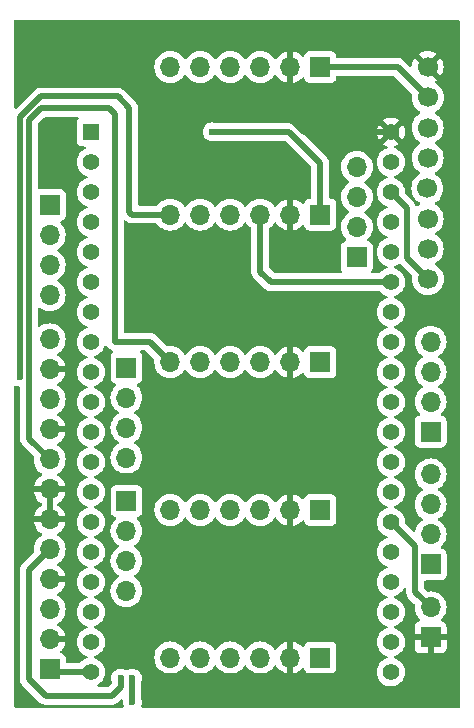
<source format=gbr>
%TF.GenerationSoftware,KiCad,Pcbnew,8.0.4-8.0.4-0~ubuntu24.04.1*%
%TF.CreationDate,2024-09-03T17:30:12+09:00*%
%TF.ProjectId,ESP32,45535033-322e-46b6-9963-61645f706362,rev?*%
%TF.SameCoordinates,Original*%
%TF.FileFunction,Copper,L2,Bot*%
%TF.FilePolarity,Positive*%
%FSLAX46Y46*%
G04 Gerber Fmt 4.6, Leading zero omitted, Abs format (unit mm)*
G04 Created by KiCad (PCBNEW 8.0.4-8.0.4-0~ubuntu24.04.1) date 2024-09-03 17:30:12*
%MOMM*%
%LPD*%
G01*
G04 APERTURE LIST*
%TA.AperFunction,ComponentPad*%
%ADD10R,1.700000X1.700000*%
%TD*%
%TA.AperFunction,ComponentPad*%
%ADD11O,1.700000X1.700000*%
%TD*%
%TA.AperFunction,ComponentPad*%
%ADD12R,1.408000X1.408000*%
%TD*%
%TA.AperFunction,ComponentPad*%
%ADD13C,1.408000*%
%TD*%
%TA.AperFunction,ComponentPad*%
%ADD14C,1.700000*%
%TD*%
%TA.AperFunction,ViaPad*%
%ADD15C,0.600000*%
%TD*%
%TA.AperFunction,Conductor*%
%ADD16C,0.500000*%
%TD*%
G04 APERTURE END LIST*
D10*
%TO.P,J9,1,Pin_1*%
%TO.N,GND1*%
X166250000Y-124790000D03*
D11*
%TO.P,J9,2,Pin_2*%
%TO.N,Net-(J9-Pin_2)*%
X166250000Y-122250000D03*
%TD*%
D10*
%TO.P,J8,1,Pin_1*%
%TO.N,Net-(J8-Pin_1)*%
X166250000Y-118620000D03*
D11*
%TO.P,J8,2,Pin_2*%
%TO.N,Net-(J8-Pin_2)*%
X166250000Y-116080000D03*
%TO.P,J8,3,Pin_3*%
%TO.N,Net-(J8-Pin_3)*%
X166250000Y-113540000D03*
%TO.P,J8,4,Pin_4*%
%TO.N,Net-(J8-Pin_4)*%
X166250000Y-111000000D03*
%TD*%
D10*
%TO.P,J1,1,Pin_1*%
%TO.N,+3V3*%
X156910000Y-76500000D03*
D11*
%TO.P,J1,2,Pin_2*%
%TO.N,GND1*%
X154370000Y-76500000D03*
%TO.P,J1,3,Pin_3*%
%TO.N,SDA*%
X151830000Y-76500000D03*
%TO.P,J1,4,Pin_4*%
%TO.N,SCL*%
X149290000Y-76500000D03*
%TO.P,J1,5,Pin_5*%
%TO.N,unconnected-(J1-Pin_5-Pad5)*%
X146750000Y-76500000D03*
%TO.P,J1,6,Pin_6*%
%TO.N,VCC1*%
X144210000Y-76500000D03*
%TD*%
D10*
%TO.P,J15,1,Pin_1*%
%TO.N,Net-(J15-Pin_1)*%
X140500000Y-113250000D03*
D11*
%TO.P,J15,2,Pin_2*%
%TO.N,Net-(J15-Pin_2)*%
X140500000Y-115790000D03*
%TO.P,J15,3,Pin_3*%
%TO.N,Net-(J15-Pin_3)*%
X140500000Y-118330000D03*
%TO.P,J15,4,Pin_4*%
%TO.N,Net-(J15-Pin_4)*%
X140500000Y-120870000D03*
%TD*%
D10*
%TO.P,J7,1,Pin_1*%
%TO.N,VIN*%
X134000000Y-127500000D03*
D11*
%TO.P,J7,2,Pin_2*%
%TO.N,GND1*%
X134000000Y-124960000D03*
%TO.P,J7,3,Pin_3*%
%TO.N,VCC5*%
X134000000Y-122420000D03*
%TO.P,J7,4,Pin_4*%
%TO.N,GND1*%
X134000000Y-119880000D03*
%TO.P,J7,5,Pin_5*%
%TO.N,VCC4*%
X134000000Y-117340000D03*
%TO.P,J7,6,Pin_6*%
%TO.N,GND1*%
X134000000Y-114800000D03*
%TO.P,J7,7,Pin_7*%
X134000000Y-112260000D03*
%TO.P,J7,8,Pin_8*%
%TO.N,VCC3*%
X134000000Y-109720000D03*
%TO.P,J7,9,Pin_9*%
%TO.N,GND1*%
X134000000Y-107180000D03*
%TO.P,J7,10,Pin_10*%
%TO.N,VCC2*%
X134000000Y-104640000D03*
%TO.P,J7,11,Pin_11*%
%TO.N,GND1*%
X134000000Y-102100000D03*
%TO.P,J7,12,Pin_12*%
%TO.N,VCC1*%
X134000000Y-99560000D03*
%TD*%
D10*
%TO.P,J5,1,Pin_1*%
%TO.N,+3V3*%
X156910000Y-126500000D03*
D11*
%TO.P,J5,2,Pin_2*%
%TO.N,GND1*%
X154370000Y-126500000D03*
%TO.P,J5,3,Pin_3*%
%TO.N,SDA*%
X151830000Y-126500000D03*
%TO.P,J5,4,Pin_4*%
%TO.N,SCL*%
X149290000Y-126500000D03*
%TO.P,J5,5,Pin_5*%
%TO.N,unconnected-(J5-Pin_5-Pad5)*%
X146750000Y-126500000D03*
%TO.P,J5,6,Pin_6*%
%TO.N,VCC5*%
X144210000Y-126500000D03*
%TD*%
D10*
%TO.P,J3,1,Pin_1*%
%TO.N,+3V3*%
X156910000Y-101500000D03*
D11*
%TO.P,J3,2,Pin_2*%
%TO.N,GND1*%
X154370000Y-101500000D03*
%TO.P,J3,3,Pin_3*%
%TO.N,SDA*%
X151830000Y-101500000D03*
%TO.P,J3,4,Pin_4*%
%TO.N,SCL*%
X149290000Y-101500000D03*
%TO.P,J3,5,Pin_5*%
%TO.N,unconnected-(J3-Pin_5-Pad5)*%
X146750000Y-101500000D03*
%TO.P,J3,6,Pin_6*%
%TO.N,VCC3*%
X144210000Y-101500000D03*
%TD*%
D10*
%TO.P,J13,1,Pin_1*%
%TO.N,Net-(J13-Pin_1)*%
X134000000Y-88200000D03*
D11*
%TO.P,J13,2,Pin_2*%
%TO.N,Net-(J13-Pin_2)*%
X134000000Y-90740000D03*
%TO.P,J13,3,Pin_3*%
%TO.N,Net-(J13-Pin_3)*%
X134000000Y-93280000D03*
%TO.P,J13,4,Pin_4*%
%TO.N,Net-(J13-Pin_4)*%
X134000000Y-95820000D03*
%TD*%
D10*
%TO.P,J6,1,Pin_1*%
%TO.N,Net-(J6-Pin_1)*%
X166250000Y-107370000D03*
D11*
%TO.P,J6,2,Pin_2*%
%TO.N,Net-(J6-Pin_2)*%
X166250000Y-104830000D03*
%TO.P,J6,3,Pin_3*%
%TO.N,Net-(J6-Pin_3)*%
X166250000Y-102290000D03*
%TO.P,J6,4,Pin_4*%
%TO.N,Net-(J6-Pin_4)*%
X166250000Y-99750000D03*
%TD*%
D10*
%TO.P,J4,1,Pin_1*%
%TO.N,+3V3*%
X156910000Y-114000000D03*
D11*
%TO.P,J4,2,Pin_2*%
%TO.N,GND1*%
X154370000Y-114000000D03*
%TO.P,J4,3,Pin_3*%
%TO.N,SDA*%
X151830000Y-114000000D03*
%TO.P,J4,4,Pin_4*%
%TO.N,SCL*%
X149290000Y-114000000D03*
%TO.P,J4,5,Pin_5*%
%TO.N,unconnected-(J4-Pin_5-Pad5)*%
X146750000Y-114000000D03*
%TO.P,J4,6,Pin_6*%
%TO.N,VCC4*%
X144210000Y-114000000D03*
%TD*%
D10*
%TO.P,J2,1,Pin_1*%
%TO.N,+3V3*%
X156910000Y-89000000D03*
D11*
%TO.P,J2,2,Pin_2*%
%TO.N,GND1*%
X154370000Y-89000000D03*
%TO.P,J2,3,Pin_3*%
%TO.N,SDA*%
X151830000Y-89000000D03*
%TO.P,J2,4,Pin_4*%
%TO.N,SCL*%
X149290000Y-89000000D03*
%TO.P,J2,5,Pin_5*%
%TO.N,unconnected-(J2-Pin_5-Pad5)*%
X146750000Y-89000000D03*
%TO.P,J2,6,Pin_6*%
%TO.N,VCC2*%
X144210000Y-89000000D03*
%TD*%
D10*
%TO.P,J16,1,Pin_1*%
%TO.N,Net-(J16-Pin_1)*%
X160000000Y-92580000D03*
D11*
%TO.P,J16,2,Pin_2*%
%TO.N,Net-(J16-Pin_2)*%
X160000000Y-90040000D03*
%TO.P,J16,3,Pin_3*%
%TO.N,Net-(J16-Pin_3)*%
X160000000Y-87500000D03*
%TO.P,J16,4,Pin_4*%
%TO.N,Net-(J16-Pin_4)*%
X160000000Y-84960000D03*
%TD*%
D12*
%TO.P,U1,J2_1,3V3*%
%TO.N,+3V3*%
X137485000Y-82015000D03*
D13*
%TO.P,U1,J2_2,EN*%
%TO.N,unconnected-(U1-EN-PadJ2_2)*%
X137485000Y-84555000D03*
%TO.P,U1,J2_3,SENSOR_VP*%
%TO.N,unconnected-(U1-SENSOR_VP-PadJ2_3)*%
X137485000Y-87095000D03*
%TO.P,U1,J2_4,SENSOR_VN*%
%TO.N,unconnected-(U1-SENSOR_VN-PadJ2_4)*%
X137485000Y-89635000D03*
%TO.P,U1,J2_5,IO34*%
%TO.N,Net-(J13-Pin_1)*%
X137485000Y-92175000D03*
%TO.P,U1,J2_6,IO35*%
%TO.N,Net-(J13-Pin_2)*%
X137485000Y-94715000D03*
%TO.P,U1,J2_7,IO32*%
%TO.N,Net-(J13-Pin_3)*%
X137485000Y-97255000D03*
%TO.P,U1,J2_8,IO33*%
%TO.N,Net-(J13-Pin_4)*%
X137485000Y-99795000D03*
%TO.P,U1,J2_9,IO25*%
%TO.N,Net-(J14-Pin_1)*%
X137485000Y-102335000D03*
%TO.P,U1,J2_10,IO26*%
%TO.N,Net-(J14-Pin_2)*%
X137485000Y-104875000D03*
%TO.P,U1,J2_11,IO27*%
%TO.N,Net-(J14-Pin_3)*%
X137485000Y-107415000D03*
%TO.P,U1,J2_12,IO14*%
%TO.N,Net-(J14-Pin_4)*%
X137485000Y-109955000D03*
%TO.P,U1,J2_13,IO12*%
%TO.N,Net-(J15-Pin_1)*%
X137485000Y-112495000D03*
%TO.P,U1,J2_14,GND_J2_14*%
%TO.N,Net-(J15-Pin_2)*%
X137485000Y-115035000D03*
%TO.P,U1,J2_15,IO13*%
%TO.N,Net-(J15-Pin_3)*%
X137485000Y-117575000D03*
%TO.P,U1,J2_16,SD2*%
%TO.N,Net-(J15-Pin_4)*%
X137485000Y-120115000D03*
%TO.P,U1,J2_17,SD3*%
%TO.N,unconnected-(U1-SD3-PadJ2_17)*%
X137485000Y-122655000D03*
%TO.P,U1,J2_18,CMD*%
%TO.N,unconnected-(U1-CMD-PadJ2_18)*%
X137485000Y-125195000D03*
%TO.P,U1,J2_19,EXT_5V*%
%TO.N,VIN*%
X137485000Y-127735000D03*
%TO.P,U1,J3_1,GND_J3_1*%
%TO.N,GND1*%
X162885000Y-82015000D03*
%TO.P,U1,J3_2,IO23*%
%TO.N,Net-(J16-Pin_4)*%
X162885000Y-84555000D03*
%TO.P,U1,J3_3,IO22*%
%TO.N,SCL*%
X162885000Y-87095000D03*
%TO.P,U1,J3_4,TXD0*%
%TO.N,Net-(J16-Pin_3)*%
X162885000Y-89635000D03*
%TO.P,U1,J3_5,RXD0*%
%TO.N,Net-(J16-Pin_2)*%
X162885000Y-92175000D03*
%TO.P,U1,J3_6,IO21*%
%TO.N,SDA*%
X162885000Y-94715000D03*
%TO.P,U1,J3_7,GND_J3_7*%
%TO.N,Net-(J16-Pin_1)*%
X162885000Y-97255000D03*
%TO.P,U1,J3_8,IO19*%
%TO.N,Net-(J6-Pin_4)*%
X162885000Y-99795000D03*
%TO.P,U1,J3_9,IO18*%
%TO.N,Net-(J6-Pin_3)*%
X162885000Y-102335000D03*
%TO.P,U1,J3_10,IO5*%
%TO.N,Net-(J6-Pin_2)*%
X162885000Y-104875000D03*
%TO.P,U1,J3_11,IO17*%
%TO.N,Net-(J6-Pin_1)*%
X162885000Y-107415000D03*
%TO.P,U1,J3_12,IO16*%
%TO.N,Net-(J8-Pin_4)*%
X162885000Y-109955000D03*
%TO.P,U1,J3_13,IO4*%
%TO.N,Net-(J8-Pin_3)*%
X162885000Y-112495000D03*
%TO.P,U1,J3_14,IO0*%
%TO.N,Net-(J9-Pin_2)*%
X162885000Y-115035000D03*
%TO.P,U1,J3_15,IO2*%
%TO.N,Net-(J8-Pin_2)*%
X162885000Y-117575000D03*
%TO.P,U1,J3_16,IO15*%
%TO.N,Net-(J8-Pin_1)*%
X162885000Y-120115000D03*
%TO.P,U1,J3_17,SD1*%
%TO.N,unconnected-(U1-SD1-PadJ3_17)*%
X162885000Y-122655000D03*
%TO.P,U1,J3_18,SD0*%
%TO.N,unconnected-(U1-SD0-PadJ3_18)*%
X162885000Y-125195000D03*
%TO.P,U1,J3_19,CLK*%
%TO.N,unconnected-(U1-CLK-PadJ3_19)*%
X162885000Y-127735000D03*
%TD*%
D10*
%TO.P,J14,1,Pin_1*%
%TO.N,Net-(J14-Pin_1)*%
X140500000Y-101950000D03*
D11*
%TO.P,J14,2,Pin_2*%
%TO.N,Net-(J14-Pin_2)*%
X140500000Y-104490000D03*
%TO.P,J14,3,Pin_3*%
%TO.N,Net-(J14-Pin_3)*%
X140500000Y-107030000D03*
%TO.P,J14,4,Pin_4*%
%TO.N,Net-(J14-Pin_4)*%
X140500000Y-109570000D03*
%TD*%
D14*
%TO.P,U2,1,SCL*%
%TO.N,SCL*%
X166025000Y-94450000D03*
%TO.P,U2,2,SDA*%
%TO.N,SDA*%
X166000000Y-91875000D03*
%TO.P,U2,3,SD0*%
%TO.N,unconnected-(U2-SD0-Pad3)*%
X166000000Y-89350000D03*
%TO.P,U2,4,INT2*%
%TO.N,unconnected-(U2-INT2-Pad4)*%
X165975000Y-86775000D03*
%TO.P,U2,5,INT1*%
%TO.N,unconnected-(U2-INT1-Pad5)*%
X166000000Y-84200000D03*
%TO.P,U2,6,CS*%
%TO.N,unconnected-(U2-CS-Pad6)*%
X166000000Y-81650000D03*
%TO.P,U2,7,VCC*%
%TO.N,+3V3*%
X166025000Y-79075000D03*
%TO.P,U2,8,GND*%
%TO.N,GND1*%
X166000000Y-76500000D03*
%TD*%
D15*
%TO.N,+3V3*%
X147750000Y-82000000D03*
%TO.N,VCC2*%
X131500000Y-102750000D03*
%TO.N,VCC4*%
X140000000Y-128250000D03*
%TO.N,VCC5*%
X141000000Y-128250000D03*
X141000000Y-130250000D03*
%TD*%
D16*
%TO.N,SDA*%
X162885000Y-94715000D02*
X152715000Y-94715000D01*
X152715000Y-94715000D02*
X151830000Y-93830000D01*
X151830000Y-93830000D02*
X151830000Y-89000000D01*
%TO.N,SCL*%
X166025000Y-94450000D02*
X164250000Y-92675000D01*
X164250000Y-92675000D02*
X164250000Y-88460000D01*
X164250000Y-88460000D02*
X162885000Y-87095000D01*
%TO.N,+3V3*%
X166025000Y-79075000D02*
X163450000Y-76500000D01*
X163450000Y-76500000D02*
X156910000Y-76500000D01*
%TO.N,GND1*%
X155515000Y-82015000D02*
X162885000Y-82015000D01*
X154370000Y-80870000D02*
X155515000Y-82015000D01*
X154370000Y-76500000D02*
X154370000Y-80870000D01*
%TO.N,+3V3*%
X147750000Y-82000000D02*
X154250000Y-82000000D01*
X156910000Y-84660000D02*
X156910000Y-89000000D01*
X154250000Y-82000000D02*
X156910000Y-84660000D01*
%TO.N,VIN*%
X134235000Y-127735000D02*
X134000000Y-127500000D01*
X137485000Y-127735000D02*
X134235000Y-127735000D01*
%TO.N,Net-(J9-Pin_2)*%
X164950000Y-117100000D02*
X162885000Y-115035000D01*
X166250000Y-122250000D02*
X164950000Y-120950000D01*
X164950000Y-120950000D02*
X164950000Y-117100000D01*
%TO.N,VCC2*%
X133260050Y-79000000D02*
X131500000Y-80760050D01*
X141000000Y-89000000D02*
X140750000Y-88750000D01*
X139750000Y-79000000D02*
X133260050Y-79000000D01*
X140750000Y-88750000D02*
X140750000Y-80000000D01*
X140750000Y-80000000D02*
X139750000Y-79000000D01*
X144210000Y-89000000D02*
X141000000Y-89000000D01*
X131500000Y-80760050D02*
X131500000Y-102750000D01*
%TO.N,VCC3*%
X144210000Y-101500000D02*
X142460000Y-99750000D01*
X139500000Y-80500000D02*
X139000000Y-80000000D01*
X139000000Y-80000000D02*
X133250000Y-80000000D01*
X142460000Y-99750000D02*
X139500000Y-99750000D01*
X132250000Y-107970000D02*
X134000000Y-109720000D01*
X133250000Y-80000000D02*
X132250000Y-81000000D01*
X139500000Y-99750000D02*
X139500000Y-80500000D01*
X132250000Y-81000000D02*
X132250000Y-107970000D01*
%TO.N,VCC4*%
X132250000Y-119090000D02*
X134000000Y-117340000D01*
X140000000Y-129000000D02*
X139250000Y-129750000D01*
X140000000Y-128250000D02*
X140000000Y-129000000D01*
X133650000Y-129750000D02*
X132250000Y-128350000D01*
X139250000Y-129750000D02*
X133650000Y-129750000D01*
X132250000Y-128350000D02*
X132250000Y-119090000D01*
%TO.N,VCC5*%
X141000000Y-128250000D02*
X141000000Y-130250000D01*
%TD*%
%TA.AperFunction,Conductor*%
%TO.N,GND1*%
G36*
X131165455Y-103481030D02*
G01*
X131320737Y-103535366D01*
X131320742Y-103535367D01*
X131320745Y-103535368D01*
X131389384Y-103543101D01*
X131453796Y-103570166D01*
X131493352Y-103627760D01*
X131499500Y-103666321D01*
X131499500Y-108043918D01*
X131499500Y-108043920D01*
X131499499Y-108043920D01*
X131528340Y-108188907D01*
X131528343Y-108188917D01*
X131583675Y-108322500D01*
X131584916Y-108325495D01*
X131599284Y-108346998D01*
X131614986Y-108370499D01*
X131667049Y-108448418D01*
X131667052Y-108448421D01*
X132627130Y-109408498D01*
X132660615Y-109469821D01*
X132662977Y-109506986D01*
X132644341Y-109719997D01*
X132644341Y-109720000D01*
X132664936Y-109955403D01*
X132664938Y-109955413D01*
X132726094Y-110183655D01*
X132726096Y-110183659D01*
X132726097Y-110183663D01*
X132756019Y-110247830D01*
X132825965Y-110397830D01*
X132825967Y-110397834D01*
X132961501Y-110591395D01*
X132961506Y-110591402D01*
X133128597Y-110758493D01*
X133128603Y-110758498D01*
X133314594Y-110888730D01*
X133358219Y-110943307D01*
X133365413Y-111012805D01*
X133333890Y-111075160D01*
X133314595Y-111091880D01*
X133128922Y-111221890D01*
X133128920Y-111221891D01*
X132961891Y-111388920D01*
X132961886Y-111388926D01*
X132826400Y-111582420D01*
X132826399Y-111582422D01*
X132726570Y-111796507D01*
X132726567Y-111796513D01*
X132669364Y-112009999D01*
X132669364Y-112010000D01*
X133566988Y-112010000D01*
X133534075Y-112067007D01*
X133500000Y-112194174D01*
X133500000Y-112325826D01*
X133534075Y-112452993D01*
X133566988Y-112510000D01*
X132669364Y-112510000D01*
X132726567Y-112723486D01*
X132726570Y-112723492D01*
X132826399Y-112937578D01*
X132961894Y-113131082D01*
X133128917Y-113298105D01*
X133315031Y-113428425D01*
X133358656Y-113483003D01*
X133365848Y-113552501D01*
X133334326Y-113614856D01*
X133315031Y-113631575D01*
X133128922Y-113761890D01*
X133128920Y-113761891D01*
X132961891Y-113928920D01*
X132961886Y-113928926D01*
X132826400Y-114122420D01*
X132826399Y-114122422D01*
X132726570Y-114336507D01*
X132726567Y-114336513D01*
X132669364Y-114549999D01*
X132669364Y-114550000D01*
X133566988Y-114550000D01*
X133534075Y-114607007D01*
X133500000Y-114734174D01*
X133500000Y-114865826D01*
X133534075Y-114992993D01*
X133566988Y-115050000D01*
X132669364Y-115050000D01*
X132726567Y-115263486D01*
X132726570Y-115263492D01*
X132826399Y-115477578D01*
X132961894Y-115671082D01*
X133128917Y-115838105D01*
X133314595Y-115968119D01*
X133358219Y-116022696D01*
X133365412Y-116092195D01*
X133333890Y-116154549D01*
X133314595Y-116171269D01*
X133128594Y-116301508D01*
X132961505Y-116468597D01*
X132825965Y-116662169D01*
X132825964Y-116662171D01*
X132726098Y-116876335D01*
X132726094Y-116876344D01*
X132664938Y-117104586D01*
X132664936Y-117104596D01*
X132644341Y-117339999D01*
X132644341Y-117340001D01*
X132662977Y-117553012D01*
X132649210Y-117621512D01*
X132627130Y-117651500D01*
X131667048Y-118611583D01*
X131645770Y-118643428D01*
X131624634Y-118675063D01*
X131610872Y-118695659D01*
X131584916Y-118734504D01*
X131584912Y-118734511D01*
X131528343Y-118871082D01*
X131528340Y-118871092D01*
X131499500Y-119016079D01*
X131499500Y-119016082D01*
X131499500Y-128423918D01*
X131499500Y-128423920D01*
X131499499Y-128423920D01*
X131528340Y-128568907D01*
X131528343Y-128568917D01*
X131584913Y-128705490D01*
X131584914Y-128705492D01*
X131616165Y-128752262D01*
X131616166Y-128752264D01*
X131667043Y-128828410D01*
X131667047Y-128828415D01*
X133171586Y-130332954D01*
X133201058Y-130352645D01*
X133245270Y-130382186D01*
X133294505Y-130415084D01*
X133294506Y-130415084D01*
X133294507Y-130415085D01*
X133294509Y-130415086D01*
X133431082Y-130471656D01*
X133431087Y-130471658D01*
X133431091Y-130471658D01*
X133431092Y-130471659D01*
X133576079Y-130500500D01*
X133576082Y-130500500D01*
X139323920Y-130500500D01*
X139421462Y-130481096D01*
X139468913Y-130471658D01*
X139605495Y-130415084D01*
X139654729Y-130382186D01*
X139654734Y-130382183D01*
X139679071Y-130365921D01*
X139728416Y-130332952D01*
X139992499Y-130068868D01*
X140053821Y-130035384D01*
X140123512Y-130040368D01*
X140179446Y-130082239D01*
X140203863Y-130147704D01*
X140203399Y-130170433D01*
X140194435Y-130249995D01*
X140194435Y-130250003D01*
X140214630Y-130429249D01*
X140214632Y-130429257D01*
X140268970Y-130584546D01*
X140272531Y-130654324D01*
X140237802Y-130714952D01*
X140175809Y-130747179D01*
X140151928Y-130749500D01*
X131124500Y-130749500D01*
X131057461Y-130729815D01*
X131011706Y-130677011D01*
X131000500Y-130625500D01*
X131000500Y-103598071D01*
X131020185Y-103531032D01*
X131072989Y-103485277D01*
X131142147Y-103475333D01*
X131165455Y-103481030D01*
G37*
%TD.AperFunction*%
%TA.AperFunction,Conductor*%
G36*
X168692539Y-72520185D02*
G01*
X168738294Y-72572989D01*
X168749500Y-72624500D01*
X168749500Y-130625500D01*
X168729815Y-130692539D01*
X168677011Y-130738294D01*
X168625500Y-130749500D01*
X141848072Y-130749500D01*
X141781033Y-130729815D01*
X141735278Y-130677011D01*
X141725334Y-130607853D01*
X141731030Y-130584546D01*
X141785367Y-130429257D01*
X141785368Y-130429255D01*
X141785369Y-130429249D01*
X141805565Y-130250003D01*
X141805565Y-130249996D01*
X141785368Y-130070747D01*
X141785368Y-130070745D01*
X141757458Y-129990982D01*
X141750500Y-129950028D01*
X141750500Y-128549972D01*
X141757458Y-128509017D01*
X141785368Y-128429254D01*
X141785369Y-128429249D01*
X141805565Y-128250003D01*
X141805565Y-128249996D01*
X141785369Y-128070750D01*
X141785368Y-128070745D01*
X141725788Y-127900476D01*
X141646258Y-127773905D01*
X141629816Y-127747738D01*
X141502262Y-127620184D01*
X141457941Y-127592335D01*
X141349523Y-127524211D01*
X141179254Y-127464631D01*
X141179249Y-127464630D01*
X141000004Y-127444435D01*
X140999996Y-127444435D01*
X140820750Y-127464630D01*
X140820737Y-127464633D01*
X140650479Y-127524209D01*
X140565971Y-127577309D01*
X140498734Y-127596309D01*
X140434029Y-127577309D01*
X140349520Y-127524209D01*
X140179262Y-127464633D01*
X140179249Y-127464630D01*
X140000004Y-127444435D01*
X139999996Y-127444435D01*
X139820750Y-127464630D01*
X139820745Y-127464631D01*
X139650476Y-127524211D01*
X139497737Y-127620184D01*
X139370184Y-127747737D01*
X139274211Y-127900476D01*
X139214631Y-128070745D01*
X139214630Y-128070750D01*
X139194435Y-128249996D01*
X139194435Y-128250003D01*
X139214630Y-128429249D01*
X139214631Y-128429254D01*
X139242542Y-128509017D01*
X139249500Y-128549972D01*
X139249500Y-128637770D01*
X139229815Y-128704809D01*
X139213181Y-128725451D01*
X138975451Y-128963181D01*
X138914128Y-128996666D01*
X138887770Y-128999500D01*
X138166621Y-128999500D01*
X138099582Y-128979815D01*
X138053827Y-128927011D01*
X138043883Y-128857853D01*
X138072908Y-128794297D01*
X138101344Y-128770073D01*
X138173411Y-128725451D01*
X138213983Y-128700330D01*
X138378950Y-128549943D01*
X138513474Y-128371804D01*
X138612974Y-128171980D01*
X138612974Y-128171977D01*
X138612976Y-128171975D01*
X138674062Y-127957276D01*
X138674063Y-127957273D01*
X138694660Y-127735000D01*
X138694660Y-127734999D01*
X138674063Y-127512726D01*
X138674062Y-127512723D01*
X138612976Y-127298024D01*
X138612973Y-127298018D01*
X138556899Y-127185406D01*
X138513474Y-127098196D01*
X138378950Y-126920057D01*
X138213983Y-126769670D01*
X138213979Y-126769667D01*
X138213974Y-126769664D01*
X138024195Y-126652158D01*
X138024186Y-126652154D01*
X137938430Y-126618932D01*
X137839547Y-126580625D01*
X137784148Y-126538054D01*
X137770497Y-126499999D01*
X142854341Y-126499999D01*
X142854341Y-126500000D01*
X142874936Y-126735403D01*
X142874938Y-126735413D01*
X142936094Y-126963655D01*
X142936096Y-126963659D01*
X142936097Y-126963663D01*
X143016004Y-127135023D01*
X143035965Y-127177830D01*
X143035967Y-127177834D01*
X143120123Y-127298020D01*
X143171505Y-127371401D01*
X143338599Y-127538495D01*
X143421166Y-127596309D01*
X143532165Y-127674032D01*
X143532167Y-127674033D01*
X143532170Y-127674035D01*
X143746337Y-127773903D01*
X143974592Y-127835063D01*
X144151034Y-127850500D01*
X144209999Y-127855659D01*
X144210000Y-127855659D01*
X144210001Y-127855659D01*
X144268966Y-127850500D01*
X144445408Y-127835063D01*
X144673663Y-127773903D01*
X144887830Y-127674035D01*
X145081401Y-127538495D01*
X145248495Y-127371401D01*
X145378425Y-127185842D01*
X145433002Y-127142217D01*
X145502500Y-127135023D01*
X145564855Y-127166546D01*
X145581575Y-127185842D01*
X145711500Y-127371395D01*
X145711505Y-127371401D01*
X145878599Y-127538495D01*
X145961166Y-127596309D01*
X146072165Y-127674032D01*
X146072167Y-127674033D01*
X146072170Y-127674035D01*
X146286337Y-127773903D01*
X146514592Y-127835063D01*
X146691034Y-127850500D01*
X146749999Y-127855659D01*
X146750000Y-127855659D01*
X146750001Y-127855659D01*
X146808966Y-127850500D01*
X146985408Y-127835063D01*
X147213663Y-127773903D01*
X147427830Y-127674035D01*
X147621401Y-127538495D01*
X147788495Y-127371401D01*
X147918425Y-127185842D01*
X147973002Y-127142217D01*
X148042500Y-127135023D01*
X148104855Y-127166546D01*
X148121575Y-127185842D01*
X148251500Y-127371395D01*
X148251505Y-127371401D01*
X148418599Y-127538495D01*
X148501166Y-127596309D01*
X148612165Y-127674032D01*
X148612167Y-127674033D01*
X148612170Y-127674035D01*
X148826337Y-127773903D01*
X149054592Y-127835063D01*
X149231034Y-127850500D01*
X149289999Y-127855659D01*
X149290000Y-127855659D01*
X149290001Y-127855659D01*
X149348966Y-127850500D01*
X149525408Y-127835063D01*
X149753663Y-127773903D01*
X149967830Y-127674035D01*
X150161401Y-127538495D01*
X150328495Y-127371401D01*
X150458425Y-127185842D01*
X150513002Y-127142217D01*
X150582500Y-127135023D01*
X150644855Y-127166546D01*
X150661575Y-127185842D01*
X150791500Y-127371395D01*
X150791505Y-127371401D01*
X150958599Y-127538495D01*
X151041166Y-127596309D01*
X151152165Y-127674032D01*
X151152167Y-127674033D01*
X151152170Y-127674035D01*
X151366337Y-127773903D01*
X151594592Y-127835063D01*
X151771034Y-127850500D01*
X151829999Y-127855659D01*
X151830000Y-127855659D01*
X151830001Y-127855659D01*
X151888966Y-127850500D01*
X152065408Y-127835063D01*
X152293663Y-127773903D01*
X152507830Y-127674035D01*
X152701401Y-127538495D01*
X152868495Y-127371401D01*
X152998730Y-127185405D01*
X153053307Y-127141781D01*
X153122805Y-127134587D01*
X153185160Y-127166110D01*
X153201879Y-127185405D01*
X153331890Y-127371078D01*
X153498917Y-127538105D01*
X153692421Y-127673600D01*
X153906507Y-127773429D01*
X153906516Y-127773433D01*
X154120000Y-127830634D01*
X154120000Y-126933012D01*
X154177007Y-126965925D01*
X154304174Y-127000000D01*
X154435826Y-127000000D01*
X154562993Y-126965925D01*
X154620000Y-126933012D01*
X154620000Y-127830633D01*
X154833483Y-127773433D01*
X154833492Y-127773429D01*
X155047578Y-127673600D01*
X155241078Y-127538108D01*
X155363133Y-127416053D01*
X155424456Y-127382568D01*
X155494148Y-127387552D01*
X155550082Y-127429423D01*
X155566997Y-127460401D01*
X155616202Y-127592328D01*
X155616206Y-127592335D01*
X155702452Y-127707544D01*
X155702455Y-127707547D01*
X155817664Y-127793793D01*
X155817671Y-127793797D01*
X155952517Y-127844091D01*
X155952516Y-127844091D01*
X155959444Y-127844835D01*
X156012127Y-127850500D01*
X157807872Y-127850499D01*
X157867483Y-127844091D01*
X158002331Y-127793796D01*
X158117546Y-127707546D01*
X158203796Y-127592331D01*
X158254091Y-127457483D01*
X158260500Y-127397873D01*
X158260499Y-125602128D01*
X158254091Y-125542517D01*
X158253002Y-125539598D01*
X158203797Y-125407671D01*
X158203793Y-125407664D01*
X158117547Y-125292455D01*
X158117544Y-125292452D01*
X158002335Y-125206206D01*
X158002328Y-125206202D01*
X157867482Y-125155908D01*
X157867483Y-125155908D01*
X157807883Y-125149501D01*
X157807881Y-125149500D01*
X157807873Y-125149500D01*
X157807864Y-125149500D01*
X156012129Y-125149500D01*
X156012123Y-125149501D01*
X155952516Y-125155908D01*
X155817671Y-125206202D01*
X155817664Y-125206206D01*
X155702455Y-125292452D01*
X155702452Y-125292455D01*
X155616206Y-125407664D01*
X155616202Y-125407671D01*
X155566997Y-125539598D01*
X155525126Y-125595532D01*
X155459661Y-125619949D01*
X155391388Y-125605097D01*
X155363134Y-125583946D01*
X155241082Y-125461894D01*
X155047578Y-125326399D01*
X154833492Y-125226570D01*
X154833486Y-125226567D01*
X154620000Y-125169364D01*
X154620000Y-126066988D01*
X154562993Y-126034075D01*
X154435826Y-126000000D01*
X154304174Y-126000000D01*
X154177007Y-126034075D01*
X154120000Y-126066988D01*
X154120000Y-125169364D01*
X154119999Y-125169364D01*
X153906513Y-125226567D01*
X153906507Y-125226570D01*
X153692422Y-125326399D01*
X153692420Y-125326400D01*
X153498926Y-125461886D01*
X153498920Y-125461891D01*
X153331891Y-125628920D01*
X153331890Y-125628922D01*
X153201880Y-125814595D01*
X153147303Y-125858219D01*
X153077804Y-125865412D01*
X153015450Y-125833890D01*
X152998730Y-125814594D01*
X152868494Y-125628597D01*
X152701402Y-125461506D01*
X152701395Y-125461501D01*
X152699251Y-125460000D01*
X152624518Y-125407671D01*
X152507834Y-125325967D01*
X152507830Y-125325965D01*
X152507828Y-125325964D01*
X152293663Y-125226097D01*
X152293659Y-125226096D01*
X152293655Y-125226094D01*
X152065413Y-125164938D01*
X152065403Y-125164936D01*
X151830001Y-125144341D01*
X151829999Y-125144341D01*
X151594596Y-125164936D01*
X151594586Y-125164938D01*
X151366344Y-125226094D01*
X151366335Y-125226098D01*
X151152171Y-125325964D01*
X151152169Y-125325965D01*
X150958597Y-125461505D01*
X150791505Y-125628597D01*
X150661575Y-125814158D01*
X150606998Y-125857783D01*
X150537500Y-125864977D01*
X150475145Y-125833454D01*
X150458425Y-125814158D01*
X150328494Y-125628597D01*
X150161402Y-125461506D01*
X150161395Y-125461501D01*
X150159251Y-125460000D01*
X150084518Y-125407671D01*
X149967834Y-125325967D01*
X149967830Y-125325965D01*
X149967828Y-125325964D01*
X149753663Y-125226097D01*
X149753659Y-125226096D01*
X149753655Y-125226094D01*
X149525413Y-125164938D01*
X149525403Y-125164936D01*
X149290001Y-125144341D01*
X149289999Y-125144341D01*
X149054596Y-125164936D01*
X149054586Y-125164938D01*
X148826344Y-125226094D01*
X148826335Y-125226098D01*
X148612171Y-125325964D01*
X148612169Y-125325965D01*
X148418597Y-125461505D01*
X148251505Y-125628597D01*
X148121575Y-125814158D01*
X148066998Y-125857783D01*
X147997500Y-125864977D01*
X147935145Y-125833454D01*
X147918425Y-125814158D01*
X147788494Y-125628597D01*
X147621402Y-125461506D01*
X147621395Y-125461501D01*
X147619251Y-125460000D01*
X147544518Y-125407671D01*
X147427834Y-125325967D01*
X147427830Y-125325965D01*
X147427828Y-125325964D01*
X147213663Y-125226097D01*
X147213659Y-125226096D01*
X147213655Y-125226094D01*
X146985413Y-125164938D01*
X146985403Y-125164936D01*
X146750001Y-125144341D01*
X146749999Y-125144341D01*
X146514596Y-125164936D01*
X146514586Y-125164938D01*
X146286344Y-125226094D01*
X146286335Y-125226098D01*
X146072171Y-125325964D01*
X146072169Y-125325965D01*
X145878597Y-125461505D01*
X145711505Y-125628597D01*
X145581575Y-125814158D01*
X145526998Y-125857783D01*
X145457500Y-125864977D01*
X145395145Y-125833454D01*
X145378425Y-125814158D01*
X145248494Y-125628597D01*
X145081402Y-125461506D01*
X145081395Y-125461501D01*
X145079251Y-125460000D01*
X145004518Y-125407671D01*
X144887834Y-125325967D01*
X144887830Y-125325965D01*
X144887828Y-125325964D01*
X144673663Y-125226097D01*
X144673659Y-125226096D01*
X144673655Y-125226094D01*
X144445413Y-125164938D01*
X144445403Y-125164936D01*
X144210001Y-125144341D01*
X144209999Y-125144341D01*
X143974596Y-125164936D01*
X143974586Y-125164938D01*
X143746344Y-125226094D01*
X143746335Y-125226098D01*
X143532171Y-125325964D01*
X143532169Y-125325965D01*
X143338597Y-125461505D01*
X143171505Y-125628597D01*
X143035965Y-125822169D01*
X143035964Y-125822171D01*
X142936098Y-126036335D01*
X142936094Y-126036344D01*
X142874938Y-126264586D01*
X142874936Y-126264596D01*
X142854341Y-126499999D01*
X137770497Y-126499999D01*
X137760557Y-126472288D01*
X137776268Y-126404207D01*
X137826292Y-126355428D01*
X137839538Y-126349378D01*
X138024192Y-126277843D01*
X138213983Y-126160330D01*
X138378950Y-126009943D01*
X138513474Y-125831804D01*
X138612974Y-125631980D01*
X138612974Y-125631977D01*
X138612976Y-125631975D01*
X138647954Y-125509036D01*
X138674063Y-125417274D01*
X138694660Y-125195000D01*
X138692284Y-125169364D01*
X138674063Y-124972726D01*
X138674062Y-124972723D01*
X138612976Y-124758024D01*
X138612973Y-124758018D01*
X138589063Y-124710000D01*
X138513474Y-124558196D01*
X138378950Y-124380057D01*
X138213983Y-124229670D01*
X138213979Y-124229667D01*
X138213974Y-124229664D01*
X138024195Y-124112158D01*
X138024186Y-124112154D01*
X137938430Y-124078932D01*
X137839547Y-124040625D01*
X137784148Y-123998054D01*
X137760557Y-123932288D01*
X137776268Y-123864207D01*
X137826292Y-123815428D01*
X137839538Y-123809378D01*
X138024192Y-123737843D01*
X138213983Y-123620330D01*
X138378950Y-123469943D01*
X138513474Y-123291804D01*
X138612974Y-123091980D01*
X138612974Y-123091977D01*
X138612976Y-123091975D01*
X138659677Y-122927834D01*
X138674063Y-122877274D01*
X138694660Y-122655000D01*
X138674063Y-122432726D01*
X138665191Y-122401544D01*
X138612976Y-122218024D01*
X138612973Y-122218018D01*
X138526340Y-122044035D01*
X138513474Y-122018196D01*
X138378950Y-121840057D01*
X138213983Y-121689670D01*
X138213979Y-121689667D01*
X138213974Y-121689664D01*
X138024195Y-121572158D01*
X138024186Y-121572154D01*
X137938430Y-121538932D01*
X137839547Y-121500625D01*
X137784148Y-121458054D01*
X137760557Y-121392288D01*
X137776268Y-121324207D01*
X137826292Y-121275428D01*
X137839538Y-121269378D01*
X138024192Y-121197843D01*
X138213983Y-121080330D01*
X138378950Y-120929943D01*
X138513474Y-120751804D01*
X138612974Y-120551980D01*
X138612974Y-120551977D01*
X138612976Y-120551975D01*
X138661906Y-120380000D01*
X138674063Y-120337274D01*
X138694660Y-120115000D01*
X138690767Y-120072993D01*
X138674063Y-119892726D01*
X138674062Y-119892723D01*
X138612976Y-119678024D01*
X138612973Y-119678018D01*
X138589063Y-119630000D01*
X138513474Y-119478196D01*
X138378950Y-119300057D01*
X138213983Y-119149670D01*
X138213979Y-119149667D01*
X138213974Y-119149664D01*
X138024195Y-119032158D01*
X138024186Y-119032154D01*
X137938430Y-118998932D01*
X137839547Y-118960625D01*
X137784148Y-118918054D01*
X137760557Y-118852288D01*
X137776268Y-118784207D01*
X137826292Y-118735428D01*
X137839538Y-118729378D01*
X138024192Y-118657843D01*
X138213983Y-118540330D01*
X138378950Y-118389943D01*
X138513474Y-118211804D01*
X138612974Y-118011980D01*
X138612974Y-118011977D01*
X138612976Y-118011975D01*
X138654413Y-117866335D01*
X138674063Y-117797274D01*
X138694660Y-117575000D01*
X138692622Y-117553012D01*
X138674063Y-117352726D01*
X138674062Y-117352723D01*
X138612976Y-117138024D01*
X138612973Y-117138018D01*
X138562921Y-117037500D01*
X138513474Y-116938196D01*
X138378950Y-116760057D01*
X138376511Y-116757834D01*
X138213984Y-116609671D01*
X138213974Y-116609664D01*
X138024195Y-116492158D01*
X138024186Y-116492154D01*
X137938430Y-116458932D01*
X137839547Y-116420625D01*
X137784148Y-116378054D01*
X137760557Y-116312288D01*
X137776268Y-116244207D01*
X137826292Y-116195428D01*
X137839538Y-116189378D01*
X138024192Y-116117843D01*
X138213983Y-116000330D01*
X138378950Y-115849943D01*
X138424217Y-115789999D01*
X139144341Y-115789999D01*
X139144341Y-115790000D01*
X139164936Y-116025403D01*
X139164938Y-116025413D01*
X139226094Y-116253655D01*
X139226096Y-116253659D01*
X139226097Y-116253663D01*
X139254892Y-116315413D01*
X139325965Y-116467830D01*
X139325967Y-116467834D01*
X139461501Y-116661395D01*
X139461506Y-116661402D01*
X139628597Y-116828493D01*
X139628603Y-116828498D01*
X139814158Y-116958425D01*
X139857783Y-117013002D01*
X139864977Y-117082500D01*
X139833454Y-117144855D01*
X139814158Y-117161575D01*
X139628597Y-117291505D01*
X139461505Y-117458597D01*
X139325965Y-117652169D01*
X139325964Y-117652171D01*
X139226098Y-117866335D01*
X139226094Y-117866344D01*
X139164938Y-118094586D01*
X139164936Y-118094596D01*
X139144341Y-118329999D01*
X139144341Y-118330000D01*
X139164936Y-118565403D01*
X139164938Y-118565413D01*
X139226094Y-118793655D01*
X139226096Y-118793659D01*
X139226097Y-118793663D01*
X139262201Y-118871087D01*
X139325965Y-119007830D01*
X139325967Y-119007834D01*
X139461501Y-119201395D01*
X139461506Y-119201402D01*
X139628597Y-119368493D01*
X139628603Y-119368498D01*
X139814158Y-119498425D01*
X139857783Y-119553002D01*
X139864977Y-119622500D01*
X139833454Y-119684855D01*
X139814158Y-119701575D01*
X139628597Y-119831505D01*
X139461505Y-119998597D01*
X139325965Y-120192169D01*
X139325964Y-120192171D01*
X139226098Y-120406335D01*
X139226094Y-120406344D01*
X139164938Y-120634586D01*
X139164936Y-120634596D01*
X139144341Y-120869999D01*
X139144341Y-120870000D01*
X139164936Y-121105403D01*
X139164938Y-121105413D01*
X139226094Y-121333655D01*
X139226096Y-121333659D01*
X139226097Y-121333663D01*
X139270281Y-121428416D01*
X139325965Y-121547830D01*
X139325967Y-121547834D01*
X139425283Y-121689671D01*
X139461505Y-121741401D01*
X139628599Y-121908495D01*
X139725384Y-121976265D01*
X139822165Y-122044032D01*
X139822167Y-122044033D01*
X139822170Y-122044035D01*
X140036337Y-122143903D01*
X140264592Y-122205063D01*
X140412734Y-122218024D01*
X140499999Y-122225659D01*
X140500000Y-122225659D01*
X140500001Y-122225659D01*
X140539234Y-122222226D01*
X140735408Y-122205063D01*
X140963663Y-122143903D01*
X141177830Y-122044035D01*
X141371401Y-121908495D01*
X141538495Y-121741401D01*
X141674035Y-121547830D01*
X141773903Y-121333663D01*
X141835063Y-121105408D01*
X141855659Y-120870000D01*
X141835063Y-120634592D01*
X141773903Y-120406337D01*
X141674035Y-120192171D01*
X141670420Y-120187007D01*
X141538494Y-119998597D01*
X141371402Y-119831506D01*
X141371396Y-119831501D01*
X141185842Y-119701575D01*
X141142217Y-119646998D01*
X141135023Y-119577500D01*
X141166546Y-119515145D01*
X141185842Y-119498425D01*
X141302824Y-119416513D01*
X141371401Y-119368495D01*
X141538495Y-119201401D01*
X141674035Y-119007830D01*
X141773903Y-118793663D01*
X141835063Y-118565408D01*
X141855659Y-118330000D01*
X141835063Y-118094592D01*
X141773903Y-117866337D01*
X141674035Y-117652171D01*
X141673566Y-117651500D01*
X141538494Y-117458597D01*
X141371402Y-117291506D01*
X141371396Y-117291501D01*
X141185842Y-117161575D01*
X141142217Y-117106998D01*
X141135023Y-117037500D01*
X141166546Y-116975145D01*
X141185842Y-116958425D01*
X141214733Y-116938195D01*
X141371401Y-116828495D01*
X141538495Y-116661401D01*
X141674035Y-116467830D01*
X141773903Y-116253663D01*
X141835063Y-116025408D01*
X141855659Y-115790000D01*
X141853254Y-115762517D01*
X141845255Y-115671082D01*
X141835063Y-115554592D01*
X141773903Y-115326337D01*
X141674035Y-115112171D01*
X141670419Y-115107007D01*
X141538496Y-114918600D01*
X141485722Y-114865826D01*
X141416567Y-114796671D01*
X141383084Y-114735351D01*
X141388068Y-114665659D01*
X141429939Y-114609725D01*
X141460915Y-114592810D01*
X141592331Y-114543796D01*
X141707546Y-114457546D01*
X141793796Y-114342331D01*
X141844091Y-114207483D01*
X141850500Y-114147873D01*
X141850500Y-113999999D01*
X142854341Y-113999999D01*
X142854341Y-114000000D01*
X142874936Y-114235403D01*
X142874938Y-114235413D01*
X142936094Y-114463655D01*
X142936096Y-114463659D01*
X142936097Y-114463663D01*
X143015844Y-114634681D01*
X143035965Y-114677830D01*
X143035967Y-114677834D01*
X143130418Y-114812723D01*
X143171505Y-114871401D01*
X143338599Y-115038495D01*
X143435384Y-115106265D01*
X143532165Y-115174032D01*
X143532167Y-115174033D01*
X143532170Y-115174035D01*
X143746337Y-115273903D01*
X143974592Y-115335063D01*
X144151034Y-115350500D01*
X144209999Y-115355659D01*
X144210000Y-115355659D01*
X144210001Y-115355659D01*
X144268966Y-115350500D01*
X144445408Y-115335063D01*
X144673663Y-115273903D01*
X144887830Y-115174035D01*
X145081401Y-115038495D01*
X145248495Y-114871401D01*
X145378425Y-114685842D01*
X145433002Y-114642217D01*
X145502500Y-114635023D01*
X145564855Y-114666546D01*
X145581575Y-114685842D01*
X145711500Y-114871395D01*
X145711505Y-114871401D01*
X145878599Y-115038495D01*
X145975384Y-115106265D01*
X146072165Y-115174032D01*
X146072167Y-115174033D01*
X146072170Y-115174035D01*
X146286337Y-115273903D01*
X146514592Y-115335063D01*
X146691034Y-115350500D01*
X146749999Y-115355659D01*
X146750000Y-115355659D01*
X146750001Y-115355659D01*
X146808966Y-115350500D01*
X146985408Y-115335063D01*
X147213663Y-115273903D01*
X147427830Y-115174035D01*
X147621401Y-115038495D01*
X147788495Y-114871401D01*
X147918425Y-114685842D01*
X147973002Y-114642217D01*
X148042500Y-114635023D01*
X148104855Y-114666546D01*
X148121575Y-114685842D01*
X148251500Y-114871395D01*
X148251505Y-114871401D01*
X148418599Y-115038495D01*
X148515384Y-115106265D01*
X148612165Y-115174032D01*
X148612167Y-115174033D01*
X148612170Y-115174035D01*
X148826337Y-115273903D01*
X149054592Y-115335063D01*
X149231034Y-115350500D01*
X149289999Y-115355659D01*
X149290000Y-115355659D01*
X149290001Y-115355659D01*
X149348966Y-115350500D01*
X149525408Y-115335063D01*
X149753663Y-115273903D01*
X149967830Y-115174035D01*
X150161401Y-115038495D01*
X150328495Y-114871401D01*
X150458425Y-114685842D01*
X150513002Y-114642217D01*
X150582500Y-114635023D01*
X150644855Y-114666546D01*
X150661575Y-114685842D01*
X150791500Y-114871395D01*
X150791505Y-114871401D01*
X150958599Y-115038495D01*
X151055384Y-115106265D01*
X151152165Y-115174032D01*
X151152167Y-115174033D01*
X151152170Y-115174035D01*
X151366337Y-115273903D01*
X151594592Y-115335063D01*
X151771034Y-115350500D01*
X151829999Y-115355659D01*
X151830000Y-115355659D01*
X151830001Y-115355659D01*
X151888966Y-115350500D01*
X152065408Y-115335063D01*
X152293663Y-115273903D01*
X152507830Y-115174035D01*
X152701401Y-115038495D01*
X152868495Y-114871401D01*
X152998730Y-114685405D01*
X153053307Y-114641781D01*
X153122805Y-114634587D01*
X153185160Y-114666110D01*
X153201879Y-114685405D01*
X153331890Y-114871078D01*
X153498917Y-115038105D01*
X153692421Y-115173600D01*
X153906507Y-115273429D01*
X153906516Y-115273433D01*
X154120000Y-115330634D01*
X154120000Y-114433012D01*
X154177007Y-114465925D01*
X154304174Y-114500000D01*
X154435826Y-114500000D01*
X154562993Y-114465925D01*
X154620000Y-114433012D01*
X154620000Y-115330633D01*
X154833483Y-115273433D01*
X154833492Y-115273429D01*
X155047578Y-115173600D01*
X155241078Y-115038108D01*
X155363133Y-114916053D01*
X155424456Y-114882568D01*
X155494148Y-114887552D01*
X155550082Y-114929423D01*
X155566997Y-114960401D01*
X155616202Y-115092328D01*
X155616206Y-115092335D01*
X155702452Y-115207544D01*
X155702455Y-115207547D01*
X155817664Y-115293793D01*
X155817671Y-115293797D01*
X155952517Y-115344091D01*
X155952516Y-115344091D01*
X155959444Y-115344835D01*
X156012127Y-115350500D01*
X157807872Y-115350499D01*
X157867483Y-115344091D01*
X158002331Y-115293796D01*
X158117546Y-115207546D01*
X158203796Y-115092331D01*
X158254091Y-114957483D01*
X158260500Y-114897873D01*
X158260499Y-113102128D01*
X158254091Y-113042517D01*
X158253002Y-113039598D01*
X158203797Y-112907671D01*
X158203793Y-112907664D01*
X158117547Y-112792455D01*
X158117544Y-112792452D01*
X158002335Y-112706206D01*
X158002328Y-112706202D01*
X157867482Y-112655908D01*
X157867483Y-112655908D01*
X157807883Y-112649501D01*
X157807881Y-112649500D01*
X157807873Y-112649500D01*
X157807864Y-112649500D01*
X156012129Y-112649500D01*
X156012123Y-112649501D01*
X155952516Y-112655908D01*
X155817671Y-112706202D01*
X155817664Y-112706206D01*
X155702455Y-112792452D01*
X155702452Y-112792455D01*
X155616206Y-112907664D01*
X155616202Y-112907671D01*
X155566997Y-113039598D01*
X155525126Y-113095532D01*
X155459661Y-113119949D01*
X155391388Y-113105097D01*
X155363134Y-113083946D01*
X155241082Y-112961894D01*
X155047578Y-112826399D01*
X154833492Y-112726570D01*
X154833486Y-112726567D01*
X154620000Y-112669364D01*
X154620000Y-113566988D01*
X154562993Y-113534075D01*
X154435826Y-113500000D01*
X154304174Y-113500000D01*
X154177007Y-113534075D01*
X154120000Y-113566988D01*
X154120000Y-112669364D01*
X154119999Y-112669364D01*
X153906513Y-112726567D01*
X153906507Y-112726570D01*
X153692422Y-112826399D01*
X153692420Y-112826400D01*
X153498926Y-112961886D01*
X153498920Y-112961891D01*
X153331891Y-113128920D01*
X153331890Y-113128922D01*
X153201880Y-113314595D01*
X153147303Y-113358219D01*
X153077804Y-113365412D01*
X153015450Y-113333890D01*
X152998730Y-113314594D01*
X152868494Y-113128597D01*
X152701402Y-112961506D01*
X152701395Y-112961501D01*
X152507834Y-112825967D01*
X152507830Y-112825965D01*
X152507828Y-112825964D01*
X152293663Y-112726097D01*
X152293659Y-112726096D01*
X152293655Y-112726094D01*
X152065413Y-112664938D01*
X152065403Y-112664936D01*
X151830001Y-112644341D01*
X151829999Y-112644341D01*
X151594596Y-112664936D01*
X151594586Y-112664938D01*
X151366344Y-112726094D01*
X151366335Y-112726098D01*
X151152171Y-112825964D01*
X151152169Y-112825965D01*
X150958597Y-112961505D01*
X150791505Y-113128597D01*
X150661575Y-113314158D01*
X150606998Y-113357783D01*
X150537500Y-113364977D01*
X150475145Y-113333454D01*
X150458425Y-113314158D01*
X150328494Y-113128597D01*
X150161402Y-112961506D01*
X150161395Y-112961501D01*
X149967834Y-112825967D01*
X149967830Y-112825965D01*
X149967828Y-112825964D01*
X149753663Y-112726097D01*
X149753659Y-112726096D01*
X149753655Y-112726094D01*
X149525413Y-112664938D01*
X149525403Y-112664936D01*
X149290001Y-112644341D01*
X149289999Y-112644341D01*
X149054596Y-112664936D01*
X149054586Y-112664938D01*
X148826344Y-112726094D01*
X148826335Y-112726098D01*
X148612171Y-112825964D01*
X148612169Y-112825965D01*
X148418597Y-112961505D01*
X148251505Y-113128597D01*
X148121575Y-113314158D01*
X148066998Y-113357783D01*
X147997500Y-113364977D01*
X147935145Y-113333454D01*
X147918425Y-113314158D01*
X147788494Y-113128597D01*
X147621402Y-112961506D01*
X147621395Y-112961501D01*
X147427834Y-112825967D01*
X147427830Y-112825965D01*
X147427828Y-112825964D01*
X147213663Y-112726097D01*
X147213659Y-112726096D01*
X147213655Y-112726094D01*
X146985413Y-112664938D01*
X146985403Y-112664936D01*
X146750001Y-112644341D01*
X146749999Y-112644341D01*
X146514596Y-112664936D01*
X146514586Y-112664938D01*
X146286344Y-112726094D01*
X146286335Y-112726098D01*
X146072171Y-112825964D01*
X146072169Y-112825965D01*
X145878597Y-112961505D01*
X145711505Y-113128597D01*
X145581575Y-113314158D01*
X145526998Y-113357783D01*
X145457500Y-113364977D01*
X145395145Y-113333454D01*
X145378425Y-113314158D01*
X145248494Y-113128597D01*
X145081402Y-112961506D01*
X145081395Y-112961501D01*
X144887834Y-112825967D01*
X144887830Y-112825965D01*
X144887828Y-112825964D01*
X144673663Y-112726097D01*
X144673659Y-112726096D01*
X144673655Y-112726094D01*
X144445413Y-112664938D01*
X144445403Y-112664936D01*
X144210001Y-112644341D01*
X144209999Y-112644341D01*
X143974596Y-112664936D01*
X143974586Y-112664938D01*
X143746344Y-112726094D01*
X143746335Y-112726098D01*
X143532171Y-112825964D01*
X143532169Y-112825965D01*
X143338597Y-112961505D01*
X143171505Y-113128597D01*
X143035965Y-113322169D01*
X143035964Y-113322171D01*
X142936098Y-113536335D01*
X142936094Y-113536344D01*
X142874938Y-113764586D01*
X142874936Y-113764596D01*
X142854341Y-113999999D01*
X141850500Y-113999999D01*
X141850499Y-112352128D01*
X141844091Y-112292517D01*
X141836709Y-112272726D01*
X141793797Y-112157671D01*
X141793793Y-112157664D01*
X141707547Y-112042455D01*
X141707544Y-112042452D01*
X141592335Y-111956206D01*
X141592328Y-111956202D01*
X141457482Y-111905908D01*
X141457483Y-111905908D01*
X141397883Y-111899501D01*
X141397881Y-111899500D01*
X141397873Y-111899500D01*
X141397864Y-111899500D01*
X139602129Y-111899500D01*
X139602123Y-111899501D01*
X139542516Y-111905908D01*
X139407671Y-111956202D01*
X139407664Y-111956206D01*
X139292455Y-112042452D01*
X139292452Y-112042455D01*
X139206206Y-112157664D01*
X139206202Y-112157671D01*
X139155908Y-112292517D01*
X139149501Y-112352116D01*
X139149501Y-112352123D01*
X139149500Y-112352135D01*
X139149500Y-114147870D01*
X139149501Y-114147876D01*
X139155908Y-114207483D01*
X139206202Y-114342328D01*
X139206206Y-114342335D01*
X139292452Y-114457544D01*
X139292455Y-114457547D01*
X139407664Y-114543793D01*
X139407671Y-114543797D01*
X139539081Y-114592810D01*
X139595015Y-114634681D01*
X139619432Y-114700145D01*
X139604580Y-114768418D01*
X139583430Y-114796673D01*
X139461503Y-114918600D01*
X139325965Y-115112169D01*
X139325964Y-115112171D01*
X139226098Y-115326335D01*
X139226094Y-115326344D01*
X139164938Y-115554586D01*
X139164936Y-115554596D01*
X139144341Y-115789999D01*
X138424217Y-115789999D01*
X138513474Y-115671804D01*
X138612974Y-115471980D01*
X138612974Y-115471977D01*
X138612976Y-115471975D01*
X138663671Y-115293797D01*
X138674063Y-115257274D01*
X138694660Y-115035000D01*
X138690767Y-114992993D01*
X138674063Y-114812726D01*
X138674062Y-114812723D01*
X138669495Y-114796673D01*
X138642031Y-114700145D01*
X138612976Y-114598024D01*
X138612973Y-114598018D01*
X138589063Y-114550000D01*
X138513474Y-114398196D01*
X138378950Y-114220057D01*
X138376511Y-114217834D01*
X138213984Y-114069671D01*
X138213974Y-114069664D01*
X138024195Y-113952158D01*
X138024186Y-113952154D01*
X137938430Y-113918932D01*
X137839547Y-113880625D01*
X137784148Y-113838054D01*
X137760557Y-113772288D01*
X137776268Y-113704207D01*
X137826292Y-113655428D01*
X137839538Y-113649378D01*
X138024192Y-113577843D01*
X138213983Y-113460330D01*
X138378950Y-113309943D01*
X138513474Y-113131804D01*
X138612974Y-112931980D01*
X138612974Y-112931977D01*
X138612976Y-112931975D01*
X138671552Y-112726098D01*
X138674063Y-112717274D01*
X138694660Y-112495000D01*
X138690767Y-112452993D01*
X138674063Y-112272726D01*
X138674062Y-112272723D01*
X138612976Y-112058024D01*
X138612973Y-112058018D01*
X138589063Y-112010000D01*
X138513474Y-111858196D01*
X138378950Y-111680057D01*
X138376511Y-111677834D01*
X138213984Y-111529671D01*
X138213974Y-111529664D01*
X138024195Y-111412158D01*
X138024186Y-111412154D01*
X137938430Y-111378932D01*
X137839547Y-111340625D01*
X137784148Y-111298054D01*
X137760557Y-111232288D01*
X137776268Y-111164207D01*
X137826292Y-111115428D01*
X137839538Y-111109378D01*
X138024192Y-111037843D01*
X138213983Y-110920330D01*
X138378950Y-110769943D01*
X138513474Y-110591804D01*
X138612974Y-110391980D01*
X138612974Y-110391977D01*
X138612976Y-110391975D01*
X138653988Y-110247830D01*
X138674063Y-110177274D01*
X138694660Y-109955000D01*
X138674063Y-109732726D01*
X138654776Y-109664938D01*
X138612976Y-109518024D01*
X138612973Y-109518018D01*
X138521635Y-109334586D01*
X138513474Y-109318196D01*
X138378950Y-109140057D01*
X138213983Y-108989670D01*
X138213979Y-108989667D01*
X138213974Y-108989664D01*
X138024195Y-108872158D01*
X138024186Y-108872154D01*
X137938430Y-108838932D01*
X137839547Y-108800625D01*
X137784148Y-108758054D01*
X137760557Y-108692288D01*
X137776268Y-108624207D01*
X137826292Y-108575428D01*
X137839538Y-108569378D01*
X138024192Y-108497843D01*
X138213983Y-108380330D01*
X138378950Y-108229943D01*
X138513474Y-108051804D01*
X138612974Y-107851980D01*
X138612974Y-107851977D01*
X138612976Y-107851975D01*
X138667844Y-107659132D01*
X138674063Y-107637274D01*
X138694660Y-107415000D01*
X138690767Y-107372993D01*
X138674063Y-107192726D01*
X138674062Y-107192723D01*
X138612976Y-106978024D01*
X138612973Y-106978018D01*
X138589063Y-106930000D01*
X138513474Y-106778196D01*
X138378950Y-106600057D01*
X138213983Y-106449670D01*
X138213979Y-106449667D01*
X138213974Y-106449664D01*
X138024195Y-106332158D01*
X138024186Y-106332154D01*
X137938430Y-106298932D01*
X137839547Y-106260625D01*
X137784148Y-106218054D01*
X137760557Y-106152288D01*
X137776268Y-106084207D01*
X137826292Y-106035428D01*
X137839538Y-106029378D01*
X138024192Y-105957843D01*
X138213983Y-105840330D01*
X138378950Y-105689943D01*
X138513474Y-105511804D01*
X138612974Y-105311980D01*
X138612974Y-105311977D01*
X138612976Y-105311975D01*
X138653988Y-105167830D01*
X138674063Y-105097274D01*
X138694660Y-104875000D01*
X138674063Y-104652726D01*
X138657524Y-104594596D01*
X138612976Y-104438024D01*
X138612973Y-104438018D01*
X138521635Y-104254586D01*
X138513474Y-104238196D01*
X138378950Y-104060057D01*
X138213983Y-103909670D01*
X138213979Y-103909667D01*
X138213974Y-103909664D01*
X138024195Y-103792158D01*
X138024186Y-103792154D01*
X137938430Y-103758932D01*
X137839547Y-103720625D01*
X137784148Y-103678054D01*
X137760557Y-103612288D01*
X137776268Y-103544207D01*
X137826292Y-103495428D01*
X137839538Y-103489378D01*
X138024192Y-103417843D01*
X138213983Y-103300330D01*
X138378950Y-103149943D01*
X138513474Y-102971804D01*
X138612974Y-102771980D01*
X138612974Y-102771977D01*
X138612976Y-102771975D01*
X138664089Y-102592328D01*
X138674063Y-102557274D01*
X138694660Y-102335000D01*
X138690767Y-102292993D01*
X138674063Y-102112726D01*
X138674062Y-102112723D01*
X138612976Y-101898024D01*
X138612973Y-101898018D01*
X138589063Y-101850000D01*
X138513474Y-101698196D01*
X138378950Y-101520057D01*
X138356948Y-101500000D01*
X138213984Y-101369671D01*
X138213974Y-101369664D01*
X138024195Y-101252158D01*
X138024186Y-101252154D01*
X137938430Y-101218932D01*
X137839547Y-101180625D01*
X137784148Y-101138054D01*
X137760557Y-101072288D01*
X137776268Y-101004207D01*
X137826292Y-100955428D01*
X137839538Y-100949378D01*
X138024192Y-100877843D01*
X138213983Y-100760330D01*
X138378950Y-100609943D01*
X138513474Y-100431804D01*
X138612974Y-100231980D01*
X138631111Y-100168233D01*
X138668389Y-100109142D01*
X138731698Y-100079584D01*
X138800938Y-100088945D01*
X138853479Y-100133278D01*
X138917048Y-100228415D01*
X138917051Y-100228419D01*
X139021580Y-100332948D01*
X139021584Y-100332951D01*
X139144498Y-100415080D01*
X139144511Y-100415087D01*
X139278040Y-100470396D01*
X139281087Y-100471658D01*
X139293880Y-100474202D01*
X139303145Y-100476046D01*
X139365056Y-100508430D01*
X139399630Y-100569146D01*
X139395891Y-100638915D01*
X139355025Y-100695588D01*
X139353267Y-100696929D01*
X139292451Y-100742456D01*
X139206206Y-100857664D01*
X139206202Y-100857671D01*
X139155908Y-100992517D01*
X139150535Y-101042500D01*
X139149501Y-101052123D01*
X139149500Y-101052135D01*
X139149500Y-102847870D01*
X139149501Y-102847876D01*
X139155908Y-102907483D01*
X139206202Y-103042328D01*
X139206206Y-103042335D01*
X139292452Y-103157544D01*
X139292455Y-103157547D01*
X139407664Y-103243793D01*
X139407671Y-103243797D01*
X139539081Y-103292810D01*
X139595015Y-103334681D01*
X139619432Y-103400145D01*
X139604580Y-103468418D01*
X139583430Y-103496673D01*
X139461503Y-103618600D01*
X139325965Y-103812169D01*
X139325964Y-103812171D01*
X139226098Y-104026335D01*
X139226094Y-104026344D01*
X139164938Y-104254586D01*
X139164936Y-104254596D01*
X139144341Y-104489999D01*
X139144341Y-104490000D01*
X139164936Y-104725403D01*
X139164938Y-104725413D01*
X139226094Y-104953655D01*
X139226096Y-104953659D01*
X139226097Y-104953663D01*
X139296044Y-105103664D01*
X139325965Y-105167830D01*
X139325967Y-105167834D01*
X139461501Y-105361395D01*
X139461506Y-105361402D01*
X139628597Y-105528493D01*
X139628603Y-105528498D01*
X139814158Y-105658425D01*
X139857783Y-105713002D01*
X139864977Y-105782500D01*
X139833454Y-105844855D01*
X139814158Y-105861575D01*
X139628597Y-105991505D01*
X139461505Y-106158597D01*
X139325965Y-106352169D01*
X139325964Y-106352171D01*
X139226098Y-106566335D01*
X139226094Y-106566344D01*
X139164938Y-106794586D01*
X139164936Y-106794596D01*
X139144341Y-107029999D01*
X139144341Y-107030000D01*
X139164936Y-107265403D01*
X139164938Y-107265413D01*
X139226094Y-107493655D01*
X139226096Y-107493659D01*
X139226097Y-107493663D01*
X139266403Y-107580099D01*
X139325965Y-107707830D01*
X139325967Y-107707834D01*
X139461501Y-107901395D01*
X139461506Y-107901402D01*
X139628597Y-108068493D01*
X139628603Y-108068498D01*
X139814158Y-108198425D01*
X139857783Y-108253002D01*
X139864977Y-108322500D01*
X139833454Y-108384855D01*
X139814158Y-108401575D01*
X139628597Y-108531505D01*
X139461505Y-108698597D01*
X139325965Y-108892169D01*
X139325964Y-108892171D01*
X139226098Y-109106335D01*
X139226094Y-109106344D01*
X139164938Y-109334586D01*
X139164936Y-109334596D01*
X139144341Y-109569999D01*
X139144341Y-109570000D01*
X139164936Y-109805403D01*
X139164938Y-109805413D01*
X139226094Y-110033655D01*
X139226096Y-110033659D01*
X139226097Y-110033663D01*
X139296044Y-110183664D01*
X139325965Y-110247830D01*
X139325967Y-110247834D01*
X139426900Y-110391980D01*
X139461505Y-110441401D01*
X139628599Y-110608495D01*
X139725384Y-110676265D01*
X139822165Y-110744032D01*
X139822167Y-110744033D01*
X139822170Y-110744035D01*
X140036337Y-110843903D01*
X140264592Y-110905063D01*
X140439068Y-110920328D01*
X140499999Y-110925659D01*
X140500000Y-110925659D01*
X140500001Y-110925659D01*
X140560932Y-110920328D01*
X140735408Y-110905063D01*
X140963663Y-110843903D01*
X141177830Y-110744035D01*
X141371401Y-110608495D01*
X141538495Y-110441401D01*
X141674035Y-110247830D01*
X141773903Y-110033663D01*
X141835063Y-109805408D01*
X141855659Y-109570000D01*
X141835063Y-109334592D01*
X141773903Y-109106337D01*
X141674035Y-108892171D01*
X141660022Y-108872157D01*
X141538494Y-108698597D01*
X141371402Y-108531506D01*
X141371396Y-108531501D01*
X141185842Y-108401575D01*
X141142217Y-108346998D01*
X141135023Y-108277500D01*
X141166546Y-108215145D01*
X141185842Y-108198425D01*
X141208026Y-108182891D01*
X141371401Y-108068495D01*
X141538495Y-107901401D01*
X141674035Y-107707830D01*
X141773903Y-107493663D01*
X141835063Y-107265408D01*
X141855659Y-107030000D01*
X141835063Y-106794592D01*
X141773903Y-106566337D01*
X141674035Y-106352171D01*
X141660022Y-106332157D01*
X141538494Y-106158597D01*
X141371402Y-105991506D01*
X141371396Y-105991501D01*
X141185842Y-105861575D01*
X141142217Y-105806998D01*
X141135023Y-105737500D01*
X141166546Y-105675145D01*
X141185842Y-105658425D01*
X141340123Y-105550396D01*
X141371401Y-105528495D01*
X141538495Y-105361401D01*
X141674035Y-105167830D01*
X141773903Y-104953663D01*
X141835063Y-104725408D01*
X141855659Y-104490000D01*
X141835063Y-104254592D01*
X141773903Y-104026337D01*
X141674035Y-103812171D01*
X141660020Y-103792156D01*
X141538496Y-103618600D01*
X141479896Y-103560000D01*
X141416567Y-103496671D01*
X141383084Y-103435351D01*
X141388068Y-103365659D01*
X141429939Y-103309725D01*
X141460915Y-103292810D01*
X141592331Y-103243796D01*
X141707546Y-103157546D01*
X141793796Y-103042331D01*
X141844091Y-102907483D01*
X141850500Y-102847873D01*
X141850499Y-101052128D01*
X141844091Y-100992517D01*
X141836812Y-100973002D01*
X141793797Y-100857671D01*
X141793793Y-100857664D01*
X141707547Y-100742455D01*
X141696299Y-100734035D01*
X141682581Y-100723765D01*
X141640712Y-100667832D01*
X141635728Y-100598140D01*
X141669214Y-100536818D01*
X141730538Y-100503333D01*
X141756894Y-100500500D01*
X142097770Y-100500500D01*
X142164809Y-100520185D01*
X142185451Y-100536819D01*
X142837130Y-101188498D01*
X142870615Y-101249821D01*
X142872977Y-101286986D01*
X142854341Y-101499997D01*
X142854341Y-101500000D01*
X142874936Y-101735403D01*
X142874938Y-101735413D01*
X142936094Y-101963655D01*
X142936096Y-101963659D01*
X142936097Y-101963663D01*
X143016004Y-102135023D01*
X143035965Y-102177830D01*
X143035967Y-102177834D01*
X143114507Y-102290000D01*
X143171505Y-102371401D01*
X143338599Y-102538495D01*
X143426437Y-102600000D01*
X143532165Y-102674032D01*
X143532167Y-102674033D01*
X143532170Y-102674035D01*
X143746337Y-102773903D01*
X143974592Y-102835063D01*
X144151034Y-102850500D01*
X144209999Y-102855659D01*
X144210000Y-102855659D01*
X144210001Y-102855659D01*
X144268966Y-102850500D01*
X144445408Y-102835063D01*
X144673663Y-102773903D01*
X144887830Y-102674035D01*
X145081401Y-102538495D01*
X145248495Y-102371401D01*
X145378425Y-102185842D01*
X145433002Y-102142217D01*
X145502500Y-102135023D01*
X145564855Y-102166546D01*
X145581575Y-102185842D01*
X145711500Y-102371395D01*
X145711505Y-102371401D01*
X145878599Y-102538495D01*
X145966437Y-102600000D01*
X146072165Y-102674032D01*
X146072167Y-102674033D01*
X146072170Y-102674035D01*
X146286337Y-102773903D01*
X146514592Y-102835063D01*
X146691034Y-102850500D01*
X146749999Y-102855659D01*
X146750000Y-102855659D01*
X146750001Y-102855659D01*
X146808966Y-102850500D01*
X146985408Y-102835063D01*
X147213663Y-102773903D01*
X147427830Y-102674035D01*
X147621401Y-102538495D01*
X147788495Y-102371401D01*
X147918425Y-102185842D01*
X147973002Y-102142217D01*
X148042500Y-102135023D01*
X148104855Y-102166546D01*
X148121575Y-102185842D01*
X148251500Y-102371395D01*
X148251505Y-102371401D01*
X148418599Y-102538495D01*
X148506437Y-102600000D01*
X148612165Y-102674032D01*
X148612167Y-102674033D01*
X148612170Y-102674035D01*
X148826337Y-102773903D01*
X149054592Y-102835063D01*
X149231034Y-102850500D01*
X149289999Y-102855659D01*
X149290000Y-102855659D01*
X149290001Y-102855659D01*
X149348966Y-102850500D01*
X149525408Y-102835063D01*
X149753663Y-102773903D01*
X149967830Y-102674035D01*
X150161401Y-102538495D01*
X150328495Y-102371401D01*
X150458425Y-102185842D01*
X150513002Y-102142217D01*
X150582500Y-102135023D01*
X150644855Y-102166546D01*
X150661575Y-102185842D01*
X150791500Y-102371395D01*
X150791505Y-102371401D01*
X150958599Y-102538495D01*
X151046437Y-102600000D01*
X151152165Y-102674032D01*
X151152167Y-102674033D01*
X151152170Y-102674035D01*
X151366337Y-102773903D01*
X151594592Y-102835063D01*
X151771034Y-102850500D01*
X151829999Y-102855659D01*
X151830000Y-102855659D01*
X151830001Y-102855659D01*
X151888966Y-102850500D01*
X152065408Y-102835063D01*
X152293663Y-102773903D01*
X152507830Y-102674035D01*
X152701401Y-102538495D01*
X152868495Y-102371401D01*
X152998730Y-102185405D01*
X153053307Y-102141781D01*
X153122805Y-102134587D01*
X153185160Y-102166110D01*
X153201879Y-102185405D01*
X153331890Y-102371078D01*
X153498917Y-102538105D01*
X153692421Y-102673600D01*
X153906507Y-102773429D01*
X153906516Y-102773433D01*
X154120000Y-102830634D01*
X154120000Y-101933012D01*
X154177007Y-101965925D01*
X154304174Y-102000000D01*
X154435826Y-102000000D01*
X154562993Y-101965925D01*
X154620000Y-101933012D01*
X154620000Y-102830633D01*
X154833483Y-102773433D01*
X154833492Y-102773429D01*
X155047578Y-102673600D01*
X155241078Y-102538108D01*
X155363133Y-102416053D01*
X155424456Y-102382568D01*
X155494148Y-102387552D01*
X155550082Y-102429423D01*
X155566997Y-102460401D01*
X155616202Y-102592328D01*
X155616206Y-102592335D01*
X155702452Y-102707544D01*
X155702455Y-102707547D01*
X155817664Y-102793793D01*
X155817671Y-102793797D01*
X155952517Y-102844091D01*
X155952516Y-102844091D01*
X155959444Y-102844835D01*
X156012127Y-102850500D01*
X157807872Y-102850499D01*
X157867483Y-102844091D01*
X158002331Y-102793796D01*
X158117546Y-102707546D01*
X158203796Y-102592331D01*
X158254091Y-102457483D01*
X158260500Y-102397873D01*
X158260499Y-100602128D01*
X158254091Y-100542517D01*
X158253002Y-100539598D01*
X158203797Y-100407671D01*
X158203793Y-100407664D01*
X158117547Y-100292455D01*
X158117544Y-100292452D01*
X158002335Y-100206206D01*
X158002328Y-100206202D01*
X157867482Y-100155908D01*
X157867483Y-100155908D01*
X157807883Y-100149501D01*
X157807881Y-100149500D01*
X157807873Y-100149500D01*
X157807864Y-100149500D01*
X156012129Y-100149500D01*
X156012123Y-100149501D01*
X155952516Y-100155908D01*
X155817671Y-100206202D01*
X155817664Y-100206206D01*
X155702455Y-100292452D01*
X155702452Y-100292455D01*
X155616206Y-100407664D01*
X155616202Y-100407671D01*
X155566997Y-100539598D01*
X155525126Y-100595532D01*
X155459661Y-100619949D01*
X155391388Y-100605097D01*
X155363134Y-100583946D01*
X155241082Y-100461894D01*
X155047578Y-100326399D01*
X154833492Y-100226570D01*
X154833486Y-100226567D01*
X154620000Y-100169364D01*
X154620000Y-101066988D01*
X154562993Y-101034075D01*
X154435826Y-101000000D01*
X154304174Y-101000000D01*
X154177007Y-101034075D01*
X154120000Y-101066988D01*
X154120000Y-100169364D01*
X154119999Y-100169364D01*
X153906513Y-100226567D01*
X153906507Y-100226570D01*
X153692422Y-100326399D01*
X153692420Y-100326400D01*
X153498926Y-100461886D01*
X153498920Y-100461891D01*
X153331891Y-100628920D01*
X153331890Y-100628922D01*
X153201880Y-100814595D01*
X153147303Y-100858219D01*
X153077804Y-100865412D01*
X153015450Y-100833890D01*
X152998730Y-100814594D01*
X152868494Y-100628597D01*
X152701402Y-100461506D01*
X152701395Y-100461501D01*
X152507834Y-100325967D01*
X152507830Y-100325965D01*
X152507828Y-100325964D01*
X152293663Y-100226097D01*
X152293659Y-100226096D01*
X152293655Y-100226094D01*
X152065413Y-100164938D01*
X152065403Y-100164936D01*
X151830001Y-100144341D01*
X151829999Y-100144341D01*
X151594596Y-100164936D01*
X151594586Y-100164938D01*
X151366344Y-100226094D01*
X151366337Y-100226096D01*
X151366337Y-100226097D01*
X151353732Y-100231975D01*
X151152171Y-100325964D01*
X151152169Y-100325965D01*
X150958597Y-100461505D01*
X150791505Y-100628597D01*
X150661575Y-100814158D01*
X150606998Y-100857783D01*
X150537500Y-100864977D01*
X150475145Y-100833454D01*
X150458425Y-100814158D01*
X150328494Y-100628597D01*
X150161402Y-100461506D01*
X150161395Y-100461501D01*
X149967834Y-100325967D01*
X149967830Y-100325965D01*
X149967828Y-100325964D01*
X149753663Y-100226097D01*
X149753659Y-100226096D01*
X149753655Y-100226094D01*
X149525413Y-100164938D01*
X149525403Y-100164936D01*
X149290001Y-100144341D01*
X149289999Y-100144341D01*
X149054596Y-100164936D01*
X149054586Y-100164938D01*
X148826344Y-100226094D01*
X148826337Y-100226096D01*
X148826337Y-100226097D01*
X148813732Y-100231975D01*
X148612171Y-100325964D01*
X148612169Y-100325965D01*
X148418597Y-100461505D01*
X148251505Y-100628597D01*
X148121575Y-100814158D01*
X148066998Y-100857783D01*
X147997500Y-100864977D01*
X147935145Y-100833454D01*
X147918425Y-100814158D01*
X147788494Y-100628597D01*
X147621402Y-100461506D01*
X147621395Y-100461501D01*
X147427834Y-100325967D01*
X147427830Y-100325965D01*
X147427828Y-100325964D01*
X147213663Y-100226097D01*
X147213659Y-100226096D01*
X147213655Y-100226094D01*
X146985413Y-100164938D01*
X146985403Y-100164936D01*
X146750001Y-100144341D01*
X146749999Y-100144341D01*
X146514596Y-100164936D01*
X146514586Y-100164938D01*
X146286344Y-100226094D01*
X146286337Y-100226096D01*
X146286337Y-100226097D01*
X146273732Y-100231975D01*
X146072171Y-100325964D01*
X146072169Y-100325965D01*
X145878597Y-100461505D01*
X145711505Y-100628597D01*
X145581575Y-100814158D01*
X145526998Y-100857783D01*
X145457500Y-100864977D01*
X145395145Y-100833454D01*
X145378425Y-100814158D01*
X145248494Y-100628597D01*
X145081402Y-100461506D01*
X145081395Y-100461501D01*
X144887834Y-100325967D01*
X144887830Y-100325965D01*
X144887828Y-100325964D01*
X144673663Y-100226097D01*
X144673659Y-100226096D01*
X144673655Y-100226094D01*
X144445413Y-100164938D01*
X144445403Y-100164936D01*
X144210001Y-100144341D01*
X144209998Y-100144341D01*
X143996986Y-100162977D01*
X143928486Y-100149210D01*
X143898498Y-100127130D01*
X142938413Y-99167045D01*
X142889179Y-99134150D01*
X142856355Y-99112218D01*
X142815495Y-99084916D01*
X142815494Y-99084915D01*
X142815492Y-99084914D01*
X142815490Y-99084913D01*
X142678917Y-99028343D01*
X142678907Y-99028340D01*
X142533920Y-98999500D01*
X142533918Y-98999500D01*
X140374500Y-98999500D01*
X140307461Y-98979815D01*
X140261706Y-98927011D01*
X140250500Y-98875500D01*
X140250500Y-89611229D01*
X140270185Y-89544190D01*
X140322989Y-89498435D01*
X140392147Y-89488491D01*
X140455703Y-89517516D01*
X140462167Y-89523534D01*
X140498358Y-89559725D01*
X140521585Y-89582952D01*
X140644498Y-89665080D01*
X140644511Y-89665087D01*
X140732433Y-89701505D01*
X140781087Y-89721658D01*
X140781091Y-89721658D01*
X140781092Y-89721659D01*
X140926079Y-89750500D01*
X140926082Y-89750500D01*
X143022299Y-89750500D01*
X143089338Y-89770185D01*
X143123873Y-89803376D01*
X143169543Y-89868599D01*
X143171505Y-89871401D01*
X143338599Y-90038495D01*
X143435384Y-90106265D01*
X143532165Y-90174032D01*
X143532167Y-90174033D01*
X143532170Y-90174035D01*
X143746337Y-90273903D01*
X143746343Y-90273904D01*
X143746344Y-90273905D01*
X143801285Y-90288626D01*
X143974592Y-90335063D01*
X144151034Y-90350500D01*
X144209999Y-90355659D01*
X144210000Y-90355659D01*
X144210001Y-90355659D01*
X144268966Y-90350500D01*
X144445408Y-90335063D01*
X144673663Y-90273903D01*
X144887830Y-90174035D01*
X145081401Y-90038495D01*
X145248495Y-89871401D01*
X145378425Y-89685842D01*
X145433002Y-89642217D01*
X145502500Y-89635023D01*
X145564855Y-89666546D01*
X145581575Y-89685842D01*
X145711278Y-89871078D01*
X145711505Y-89871401D01*
X145878599Y-90038495D01*
X145975384Y-90106265D01*
X146072165Y-90174032D01*
X146072167Y-90174033D01*
X146072170Y-90174035D01*
X146286337Y-90273903D01*
X146286343Y-90273904D01*
X146286344Y-90273905D01*
X146341285Y-90288626D01*
X146514592Y-90335063D01*
X146691034Y-90350500D01*
X146749999Y-90355659D01*
X146750000Y-90355659D01*
X146750001Y-90355659D01*
X146808966Y-90350500D01*
X146985408Y-90335063D01*
X147213663Y-90273903D01*
X147427830Y-90174035D01*
X147621401Y-90038495D01*
X147788495Y-89871401D01*
X147918425Y-89685842D01*
X147973002Y-89642217D01*
X148042500Y-89635023D01*
X148104855Y-89666546D01*
X148121575Y-89685842D01*
X148251278Y-89871078D01*
X148251505Y-89871401D01*
X148418599Y-90038495D01*
X148515384Y-90106265D01*
X148612165Y-90174032D01*
X148612167Y-90174033D01*
X148612170Y-90174035D01*
X148826337Y-90273903D01*
X148826343Y-90273904D01*
X148826344Y-90273905D01*
X148881285Y-90288626D01*
X149054592Y-90335063D01*
X149231034Y-90350500D01*
X149289999Y-90355659D01*
X149290000Y-90355659D01*
X149290001Y-90355659D01*
X149348966Y-90350500D01*
X149525408Y-90335063D01*
X149753663Y-90273903D01*
X149967830Y-90174035D01*
X150161401Y-90038495D01*
X150328495Y-89871401D01*
X150458425Y-89685842D01*
X150513002Y-89642217D01*
X150582500Y-89635023D01*
X150644855Y-89666546D01*
X150661575Y-89685842D01*
X150791501Y-89871396D01*
X150791506Y-89871402D01*
X150958595Y-90038492D01*
X150958598Y-90038494D01*
X150958599Y-90038495D01*
X151026623Y-90086125D01*
X151070248Y-90140701D01*
X151079500Y-90187700D01*
X151079500Y-93903919D01*
X151108340Y-94048907D01*
X151108343Y-94048917D01*
X151164912Y-94185488D01*
X151164916Y-94185495D01*
X151184356Y-94214589D01*
X151184357Y-94214592D01*
X151247046Y-94308414D01*
X151247052Y-94308421D01*
X152236584Y-95297952D01*
X152236586Y-95297954D01*
X152259980Y-95313584D01*
X152271679Y-95321401D01*
X152359505Y-95380084D01*
X152496087Y-95436658D01*
X152496091Y-95436658D01*
X152496092Y-95436659D01*
X152641079Y-95465500D01*
X152641082Y-95465500D01*
X152641083Y-95465500D01*
X152788917Y-95465500D01*
X161880640Y-95465500D01*
X161947679Y-95485185D01*
X161979593Y-95514772D01*
X161991050Y-95529944D01*
X162094261Y-95624032D01*
X162156017Y-95680330D01*
X162156024Y-95680334D01*
X162156025Y-95680335D01*
X162345804Y-95797841D01*
X162345805Y-95797841D01*
X162345808Y-95797843D01*
X162530452Y-95869374D01*
X162585851Y-95911946D01*
X162609442Y-95977713D01*
X162593731Y-96045793D01*
X162543707Y-96094572D01*
X162530461Y-96100621D01*
X162387216Y-96156115D01*
X162345810Y-96172156D01*
X162345804Y-96172158D01*
X162156025Y-96289664D01*
X162156015Y-96289671D01*
X161991051Y-96440055D01*
X161856526Y-96618195D01*
X161757026Y-96818018D01*
X161757023Y-96818024D01*
X161695937Y-97032723D01*
X161695936Y-97032726D01*
X161675340Y-97254999D01*
X161675340Y-97255000D01*
X161695936Y-97477273D01*
X161695937Y-97477276D01*
X161757023Y-97691975D01*
X161757026Y-97691980D01*
X161856526Y-97891804D01*
X161991050Y-98069943D01*
X162156017Y-98220330D01*
X162156024Y-98220334D01*
X162156025Y-98220335D01*
X162345804Y-98337841D01*
X162345805Y-98337841D01*
X162345808Y-98337843D01*
X162530452Y-98409374D01*
X162585851Y-98451946D01*
X162609442Y-98517713D01*
X162593731Y-98585793D01*
X162543707Y-98634572D01*
X162530461Y-98640621D01*
X162406618Y-98688599D01*
X162345810Y-98712156D01*
X162345804Y-98712158D01*
X162156025Y-98829664D01*
X162156015Y-98829671D01*
X161991051Y-98980055D01*
X161856526Y-99158195D01*
X161757026Y-99358018D01*
X161757023Y-99358024D01*
X161695937Y-99572723D01*
X161695936Y-99572726D01*
X161675340Y-99794999D01*
X161675340Y-99795000D01*
X161695936Y-100017273D01*
X161695937Y-100017276D01*
X161757023Y-100231975D01*
X161757026Y-100231981D01*
X161804041Y-100326399D01*
X161856526Y-100431804D01*
X161987390Y-100605097D01*
X161991051Y-100609944D01*
X162011515Y-100628599D01*
X162156017Y-100760330D01*
X162156024Y-100760334D01*
X162156025Y-100760335D01*
X162345804Y-100877841D01*
X162345805Y-100877841D01*
X162345808Y-100877843D01*
X162530452Y-100949374D01*
X162585851Y-100991946D01*
X162609442Y-101057713D01*
X162593731Y-101125793D01*
X162543707Y-101174572D01*
X162530461Y-101180621D01*
X162405790Y-101228920D01*
X162345810Y-101252156D01*
X162345804Y-101252158D01*
X162156025Y-101369664D01*
X162156015Y-101369671D01*
X161991051Y-101520055D01*
X161856526Y-101698195D01*
X161757026Y-101898018D01*
X161757023Y-101898024D01*
X161695937Y-102112723D01*
X161695936Y-102112726D01*
X161675340Y-102334999D01*
X161675340Y-102335000D01*
X161695936Y-102557273D01*
X161695937Y-102557276D01*
X161757023Y-102771975D01*
X161757026Y-102771981D01*
X161824498Y-102907483D01*
X161856526Y-102971804D01*
X161991050Y-103149943D01*
X162156017Y-103300330D01*
X162156024Y-103300334D01*
X162156025Y-103300335D01*
X162345804Y-103417841D01*
X162345805Y-103417841D01*
X162345808Y-103417843D01*
X162530452Y-103489374D01*
X162585851Y-103531946D01*
X162609442Y-103597713D01*
X162593731Y-103665793D01*
X162543707Y-103714572D01*
X162530461Y-103720621D01*
X162406618Y-103768599D01*
X162345810Y-103792156D01*
X162345804Y-103792158D01*
X162156025Y-103909664D01*
X162156015Y-103909671D01*
X161991051Y-104060055D01*
X161856526Y-104238195D01*
X161757026Y-104438018D01*
X161757023Y-104438024D01*
X161695937Y-104652723D01*
X161695936Y-104652726D01*
X161675340Y-104874999D01*
X161675340Y-104875000D01*
X161695936Y-105097273D01*
X161695937Y-105097276D01*
X161757023Y-105311975D01*
X161757026Y-105311981D01*
X161781635Y-105361402D01*
X161856526Y-105511804D01*
X161991050Y-105689943D01*
X162156017Y-105840330D01*
X162156024Y-105840334D01*
X162156025Y-105840335D01*
X162345804Y-105957841D01*
X162345805Y-105957841D01*
X162345808Y-105957843D01*
X162530452Y-106029374D01*
X162585851Y-106071946D01*
X162609442Y-106137713D01*
X162593731Y-106205793D01*
X162543707Y-106254572D01*
X162530461Y-106260621D01*
X162405790Y-106308920D01*
X162345810Y-106332156D01*
X162345804Y-106332158D01*
X162156025Y-106449664D01*
X162156015Y-106449671D01*
X161991051Y-106600055D01*
X161856526Y-106778195D01*
X161757026Y-106978018D01*
X161757023Y-106978024D01*
X161695937Y-107192723D01*
X161695936Y-107192726D01*
X161675340Y-107414999D01*
X161675340Y-107415000D01*
X161695936Y-107637273D01*
X161695937Y-107637276D01*
X161757023Y-107851975D01*
X161757026Y-107851981D01*
X161781635Y-107901402D01*
X161856526Y-108051804D01*
X161991050Y-108229943D01*
X162156017Y-108380330D01*
X162156024Y-108380334D01*
X162156025Y-108380335D01*
X162345804Y-108497841D01*
X162345805Y-108497841D01*
X162345808Y-108497843D01*
X162530452Y-108569374D01*
X162585851Y-108611946D01*
X162609442Y-108677713D01*
X162593731Y-108745793D01*
X162543707Y-108794572D01*
X162530461Y-108800621D01*
X162406618Y-108848599D01*
X162345810Y-108872156D01*
X162345804Y-108872158D01*
X162156025Y-108989664D01*
X162156015Y-108989671D01*
X161991051Y-109140055D01*
X161856526Y-109318195D01*
X161757026Y-109518018D01*
X161757023Y-109518024D01*
X161695937Y-109732723D01*
X161695936Y-109732726D01*
X161675340Y-109954999D01*
X161675340Y-109955000D01*
X161695936Y-110177273D01*
X161695937Y-110177276D01*
X161757023Y-110391975D01*
X161757026Y-110391981D01*
X161781635Y-110441402D01*
X161856526Y-110591804D01*
X161991050Y-110769943D01*
X162156017Y-110920330D01*
X162156024Y-110920334D01*
X162156025Y-110920335D01*
X162345804Y-111037841D01*
X162345805Y-111037841D01*
X162345808Y-111037843D01*
X162530452Y-111109374D01*
X162585851Y-111151946D01*
X162609442Y-111217713D01*
X162593731Y-111285793D01*
X162543707Y-111334572D01*
X162530461Y-111340621D01*
X162405790Y-111388920D01*
X162345810Y-111412156D01*
X162345804Y-111412158D01*
X162156025Y-111529664D01*
X162156015Y-111529671D01*
X161991051Y-111680055D01*
X161856526Y-111858195D01*
X161757026Y-112058018D01*
X161757023Y-112058024D01*
X161695937Y-112272723D01*
X161695936Y-112272726D01*
X161675340Y-112494999D01*
X161675340Y-112495000D01*
X161695936Y-112717273D01*
X161695937Y-112717276D01*
X161757023Y-112931975D01*
X161757026Y-112931981D01*
X161850623Y-113119949D01*
X161856526Y-113131804D01*
X161982110Y-113298105D01*
X161991051Y-113309944D01*
X162016840Y-113333454D01*
X162156017Y-113460330D01*
X162156024Y-113460334D01*
X162156025Y-113460335D01*
X162345804Y-113577841D01*
X162345805Y-113577841D01*
X162345808Y-113577843D01*
X162530452Y-113649374D01*
X162585851Y-113691946D01*
X162609442Y-113757713D01*
X162593731Y-113825793D01*
X162543707Y-113874572D01*
X162530461Y-113880621D01*
X162405790Y-113928920D01*
X162345810Y-113952156D01*
X162345804Y-113952158D01*
X162156025Y-114069664D01*
X162156015Y-114069671D01*
X161991051Y-114220055D01*
X161856526Y-114398195D01*
X161757026Y-114598018D01*
X161757023Y-114598024D01*
X161695937Y-114812723D01*
X161695936Y-114812726D01*
X161675340Y-115034999D01*
X161675340Y-115035000D01*
X161695936Y-115257273D01*
X161695937Y-115257276D01*
X161757023Y-115471975D01*
X161757026Y-115471981D01*
X161828906Y-115616335D01*
X161856526Y-115671804D01*
X161991050Y-115849943D01*
X162156017Y-116000330D01*
X162156024Y-116000334D01*
X162156025Y-116000335D01*
X162345804Y-116117841D01*
X162345805Y-116117841D01*
X162345808Y-116117843D01*
X162530452Y-116189374D01*
X162585851Y-116231946D01*
X162609442Y-116297713D01*
X162593731Y-116365793D01*
X162543707Y-116414572D01*
X162530461Y-116420621D01*
X162406618Y-116468599D01*
X162345810Y-116492156D01*
X162345804Y-116492158D01*
X162156025Y-116609664D01*
X162156015Y-116609671D01*
X161991051Y-116760055D01*
X161856526Y-116938195D01*
X161757026Y-117138018D01*
X161757023Y-117138024D01*
X161695937Y-117352723D01*
X161695936Y-117352726D01*
X161675340Y-117574999D01*
X161675340Y-117575000D01*
X161695936Y-117797273D01*
X161695937Y-117797276D01*
X161757023Y-118011975D01*
X161757026Y-118011981D01*
X161805500Y-118109330D01*
X161856526Y-118211804D01*
X161991050Y-118389943D01*
X162156017Y-118540330D01*
X162156024Y-118540334D01*
X162156025Y-118540335D01*
X162345804Y-118657841D01*
X162345805Y-118657841D01*
X162345808Y-118657843D01*
X162530452Y-118729374D01*
X162585851Y-118771946D01*
X162609442Y-118837713D01*
X162593731Y-118905793D01*
X162543707Y-118954572D01*
X162530461Y-118960621D01*
X162408603Y-119007830D01*
X162345810Y-119032156D01*
X162345804Y-119032158D01*
X162156025Y-119149664D01*
X162156015Y-119149671D01*
X161991051Y-119300055D01*
X161856526Y-119478195D01*
X161757026Y-119678018D01*
X161757023Y-119678024D01*
X161695937Y-119892723D01*
X161695936Y-119892726D01*
X161675340Y-120114999D01*
X161675340Y-120115000D01*
X161695936Y-120337273D01*
X161695937Y-120337276D01*
X161757023Y-120551975D01*
X161757026Y-120551981D01*
X161800422Y-120639132D01*
X161856526Y-120751804D01*
X161991050Y-120929943D01*
X162156017Y-121080330D01*
X162156024Y-121080334D01*
X162156025Y-121080335D01*
X162345804Y-121197841D01*
X162345805Y-121197841D01*
X162345808Y-121197843D01*
X162530452Y-121269374D01*
X162585851Y-121311946D01*
X162609442Y-121377713D01*
X162593731Y-121445793D01*
X162543707Y-121494572D01*
X162530461Y-121500621D01*
X162406618Y-121548599D01*
X162345810Y-121572156D01*
X162345804Y-121572158D01*
X162156025Y-121689664D01*
X162156015Y-121689671D01*
X161991051Y-121840055D01*
X161856526Y-122018195D01*
X161757026Y-122218018D01*
X161757023Y-122218024D01*
X161695937Y-122432723D01*
X161695936Y-122432726D01*
X161675340Y-122654999D01*
X161675340Y-122655000D01*
X161695936Y-122877273D01*
X161695937Y-122877276D01*
X161757023Y-123091975D01*
X161757026Y-123091981D01*
X161771676Y-123121402D01*
X161856526Y-123291804D01*
X161991050Y-123469943D01*
X162156017Y-123620330D01*
X162156024Y-123620334D01*
X162156025Y-123620335D01*
X162345804Y-123737841D01*
X162345805Y-123737841D01*
X162345808Y-123737843D01*
X162530452Y-123809374D01*
X162585851Y-123851946D01*
X162609442Y-123917713D01*
X162593731Y-123985793D01*
X162543707Y-124034572D01*
X162530461Y-124040621D01*
X162405790Y-124088920D01*
X162345810Y-124112156D01*
X162345804Y-124112158D01*
X162156025Y-124229664D01*
X162156015Y-124229671D01*
X161991051Y-124380055D01*
X161856526Y-124558195D01*
X161757026Y-124758018D01*
X161757023Y-124758024D01*
X161695937Y-124972723D01*
X161695936Y-124972726D01*
X161675340Y-125194999D01*
X161675340Y-125195000D01*
X161695936Y-125417273D01*
X161695937Y-125417276D01*
X161757023Y-125631975D01*
X161757026Y-125631981D01*
X161847739Y-125814158D01*
X161856526Y-125831804D01*
X161991050Y-126009943D01*
X162156017Y-126160330D01*
X162156024Y-126160334D01*
X162156025Y-126160335D01*
X162345804Y-126277841D01*
X162345805Y-126277841D01*
X162345808Y-126277843D01*
X162530452Y-126349374D01*
X162585851Y-126391946D01*
X162609442Y-126457713D01*
X162593731Y-126525793D01*
X162543707Y-126574572D01*
X162530461Y-126580621D01*
X162387216Y-126636115D01*
X162345810Y-126652156D01*
X162345804Y-126652158D01*
X162156025Y-126769664D01*
X162156015Y-126769671D01*
X161991051Y-126920055D01*
X161856526Y-127098195D01*
X161757026Y-127298018D01*
X161757023Y-127298024D01*
X161695937Y-127512723D01*
X161695936Y-127512726D01*
X161675340Y-127734999D01*
X161675340Y-127735000D01*
X161695936Y-127957273D01*
X161695937Y-127957276D01*
X161757023Y-128171975D01*
X161757026Y-128171981D01*
X161856526Y-128371804D01*
X161979593Y-128534772D01*
X161991051Y-128549944D01*
X162037552Y-128592335D01*
X162156017Y-128700330D01*
X162156024Y-128700334D01*
X162156025Y-128700335D01*
X162345804Y-128817841D01*
X162345805Y-128817841D01*
X162345808Y-128817843D01*
X162553961Y-128898482D01*
X162773387Y-128939500D01*
X162773389Y-128939500D01*
X162996611Y-128939500D01*
X162996613Y-128939500D01*
X163216039Y-128898482D01*
X163424192Y-128817843D01*
X163613983Y-128700330D01*
X163778950Y-128549943D01*
X163913474Y-128371804D01*
X164012974Y-128171980D01*
X164012974Y-128171977D01*
X164012976Y-128171975D01*
X164074062Y-127957276D01*
X164074063Y-127957273D01*
X164094660Y-127735000D01*
X164094660Y-127734999D01*
X164074063Y-127512726D01*
X164074062Y-127512723D01*
X164012976Y-127298024D01*
X164012973Y-127298018D01*
X163956899Y-127185406D01*
X163913474Y-127098196D01*
X163778950Y-126920057D01*
X163613983Y-126769670D01*
X163613979Y-126769667D01*
X163613974Y-126769664D01*
X163424195Y-126652158D01*
X163424186Y-126652154D01*
X163338430Y-126618932D01*
X163239547Y-126580625D01*
X163184148Y-126538054D01*
X163160557Y-126472288D01*
X163176268Y-126404207D01*
X163226292Y-126355428D01*
X163239538Y-126349378D01*
X163424192Y-126277843D01*
X163613983Y-126160330D01*
X163778950Y-126009943D01*
X163913474Y-125831804D01*
X164012974Y-125631980D01*
X164012974Y-125631977D01*
X164012976Y-125631975D01*
X164047954Y-125509036D01*
X164074063Y-125417274D01*
X164094660Y-125195000D01*
X164092284Y-125169364D01*
X164074063Y-124972726D01*
X164074062Y-124972723D01*
X164012976Y-124758024D01*
X164012973Y-124758018D01*
X163989063Y-124710000D01*
X163913474Y-124558196D01*
X163778950Y-124380057D01*
X163613983Y-124229670D01*
X163613979Y-124229667D01*
X163613974Y-124229664D01*
X163424195Y-124112158D01*
X163424186Y-124112154D01*
X163338430Y-124078932D01*
X163239547Y-124040625D01*
X163184148Y-123998054D01*
X163160557Y-123932288D01*
X163176268Y-123864207D01*
X163226292Y-123815428D01*
X163239538Y-123809378D01*
X163424192Y-123737843D01*
X163613983Y-123620330D01*
X163778950Y-123469943D01*
X163913474Y-123291804D01*
X164012974Y-123091980D01*
X164012974Y-123091977D01*
X164012976Y-123091975D01*
X164059677Y-122927834D01*
X164074063Y-122877274D01*
X164094660Y-122655000D01*
X164074063Y-122432726D01*
X164065191Y-122401544D01*
X164012976Y-122218024D01*
X164012973Y-122218018D01*
X163926340Y-122044035D01*
X163913474Y-122018196D01*
X163778950Y-121840057D01*
X163613983Y-121689670D01*
X163613979Y-121689667D01*
X163613974Y-121689664D01*
X163424195Y-121572158D01*
X163424186Y-121572154D01*
X163338430Y-121538932D01*
X163239547Y-121500625D01*
X163184148Y-121458054D01*
X163160557Y-121392288D01*
X163176268Y-121324207D01*
X163226292Y-121275428D01*
X163239538Y-121269378D01*
X163424192Y-121197843D01*
X163613983Y-121080330D01*
X163778950Y-120929943D01*
X163913474Y-120751804D01*
X163964500Y-120649330D01*
X164012002Y-120598093D01*
X164079665Y-120580671D01*
X164146006Y-120602596D01*
X164189961Y-120656907D01*
X164199500Y-120704601D01*
X164199500Y-121023918D01*
X164199500Y-121023920D01*
X164199499Y-121023920D01*
X164228340Y-121168907D01*
X164228343Y-121168917D01*
X164284913Y-121305490D01*
X164284915Y-121305493D01*
X164294274Y-121319501D01*
X164367049Y-121428418D01*
X164367052Y-121428421D01*
X164877130Y-121938497D01*
X164910615Y-121999820D01*
X164912977Y-122036985D01*
X164894341Y-122249997D01*
X164894341Y-122250000D01*
X164914936Y-122485403D01*
X164914938Y-122485413D01*
X164976094Y-122713655D01*
X164976096Y-122713659D01*
X164976097Y-122713663D01*
X165052390Y-122877273D01*
X165075965Y-122927830D01*
X165075967Y-122927834D01*
X165184281Y-123082521D01*
X165211501Y-123121396D01*
X165211506Y-123121402D01*
X165333818Y-123243714D01*
X165367303Y-123305037D01*
X165362319Y-123374729D01*
X165320447Y-123430662D01*
X165289471Y-123447577D01*
X165157912Y-123496646D01*
X165157906Y-123496649D01*
X165042812Y-123582809D01*
X165042809Y-123582812D01*
X164956649Y-123697906D01*
X164956645Y-123697913D01*
X164906403Y-123832620D01*
X164906401Y-123832627D01*
X164900000Y-123892155D01*
X164900000Y-124540000D01*
X165816988Y-124540000D01*
X165784075Y-124597007D01*
X165750000Y-124724174D01*
X165750000Y-124855826D01*
X165784075Y-124982993D01*
X165816988Y-125040000D01*
X164900000Y-125040000D01*
X164900000Y-125687844D01*
X164906401Y-125747372D01*
X164906403Y-125747379D01*
X164956645Y-125882086D01*
X164956649Y-125882093D01*
X165042809Y-125997187D01*
X165042812Y-125997190D01*
X165157906Y-126083350D01*
X165157913Y-126083354D01*
X165292620Y-126133596D01*
X165292627Y-126133598D01*
X165352155Y-126139999D01*
X165352172Y-126140000D01*
X166000000Y-126140000D01*
X166000000Y-125223012D01*
X166057007Y-125255925D01*
X166184174Y-125290000D01*
X166315826Y-125290000D01*
X166442993Y-125255925D01*
X166500000Y-125223012D01*
X166500000Y-126140000D01*
X167147828Y-126140000D01*
X167147844Y-126139999D01*
X167207372Y-126133598D01*
X167207379Y-126133596D01*
X167342086Y-126083354D01*
X167342093Y-126083350D01*
X167457187Y-125997190D01*
X167457190Y-125997187D01*
X167543350Y-125882093D01*
X167543354Y-125882086D01*
X167593596Y-125747379D01*
X167593598Y-125747372D01*
X167599999Y-125687844D01*
X167600000Y-125687827D01*
X167600000Y-125040000D01*
X166683012Y-125040000D01*
X166715925Y-124982993D01*
X166750000Y-124855826D01*
X166750000Y-124724174D01*
X166715925Y-124597007D01*
X166683012Y-124540000D01*
X167600000Y-124540000D01*
X167600000Y-123892172D01*
X167599999Y-123892155D01*
X167593598Y-123832627D01*
X167593596Y-123832620D01*
X167543354Y-123697913D01*
X167543350Y-123697906D01*
X167457190Y-123582812D01*
X167457187Y-123582809D01*
X167342093Y-123496649D01*
X167342088Y-123496646D01*
X167210528Y-123447577D01*
X167154595Y-123405705D01*
X167130178Y-123340241D01*
X167145030Y-123271968D01*
X167166175Y-123243720D01*
X167288495Y-123121401D01*
X167424035Y-122927830D01*
X167523903Y-122713663D01*
X167585063Y-122485408D01*
X167605659Y-122250000D01*
X167585063Y-122014592D01*
X167523903Y-121786337D01*
X167424035Y-121572171D01*
X167424026Y-121572157D01*
X167288494Y-121378597D01*
X167121402Y-121211506D01*
X167121395Y-121211501D01*
X167101892Y-121197845D01*
X167060579Y-121168917D01*
X166927834Y-121075967D01*
X166927830Y-121075965D01*
X166816215Y-121023918D01*
X166713663Y-120976097D01*
X166713659Y-120976096D01*
X166713655Y-120976094D01*
X166485413Y-120914938D01*
X166485403Y-120914936D01*
X166250001Y-120894341D01*
X166249998Y-120894341D01*
X166036985Y-120912977D01*
X165968485Y-120899210D01*
X165938497Y-120877130D01*
X165736819Y-120675451D01*
X165703334Y-120614128D01*
X165700500Y-120587770D01*
X165700500Y-120094499D01*
X165720185Y-120027460D01*
X165772989Y-119981705D01*
X165824500Y-119970499D01*
X167147871Y-119970499D01*
X167147872Y-119970499D01*
X167207483Y-119964091D01*
X167342331Y-119913796D01*
X167457546Y-119827546D01*
X167543796Y-119712331D01*
X167594091Y-119577483D01*
X167600500Y-119517873D01*
X167600499Y-117722128D01*
X167594091Y-117662517D01*
X167590232Y-117652171D01*
X167543797Y-117527671D01*
X167543793Y-117527664D01*
X167457547Y-117412455D01*
X167457544Y-117412452D01*
X167342335Y-117326206D01*
X167342328Y-117326202D01*
X167210917Y-117277189D01*
X167154983Y-117235318D01*
X167130566Y-117169853D01*
X167145418Y-117101580D01*
X167166563Y-117073332D01*
X167288495Y-116951401D01*
X167424035Y-116757830D01*
X167523903Y-116543663D01*
X167585063Y-116315408D01*
X167605659Y-116080000D01*
X167585063Y-115844592D01*
X167523903Y-115616337D01*
X167424035Y-115402171D01*
X167387854Y-115350498D01*
X167288494Y-115208597D01*
X167121402Y-115041506D01*
X167121396Y-115041501D01*
X166935842Y-114911575D01*
X166892217Y-114856998D01*
X166885023Y-114787500D01*
X166916546Y-114725145D01*
X166935842Y-114708425D01*
X166996918Y-114665659D01*
X167121401Y-114578495D01*
X167288495Y-114411401D01*
X167424035Y-114217830D01*
X167523903Y-114003663D01*
X167585063Y-113775408D01*
X167605659Y-113540000D01*
X167585063Y-113304592D01*
X167523903Y-113076337D01*
X167424035Y-112862171D01*
X167398988Y-112826399D01*
X167288494Y-112668597D01*
X167121402Y-112501506D01*
X167121396Y-112501501D01*
X166935842Y-112371575D01*
X166892217Y-112316998D01*
X166885023Y-112247500D01*
X166916546Y-112185145D01*
X166935842Y-112168425D01*
X166958026Y-112152891D01*
X167121401Y-112038495D01*
X167288495Y-111871401D01*
X167424035Y-111677830D01*
X167523903Y-111463663D01*
X167585063Y-111235408D01*
X167605659Y-111000000D01*
X167585063Y-110764592D01*
X167523903Y-110536337D01*
X167424035Y-110322171D01*
X167327046Y-110183655D01*
X167288494Y-110128597D01*
X167121402Y-109961506D01*
X167121395Y-109961501D01*
X167112693Y-109955408D01*
X167082521Y-109934281D01*
X166927834Y-109825967D01*
X166927830Y-109825965D01*
X166883735Y-109805403D01*
X166713663Y-109726097D01*
X166713659Y-109726096D01*
X166713655Y-109726094D01*
X166485413Y-109664938D01*
X166485403Y-109664936D01*
X166250001Y-109644341D01*
X166249999Y-109644341D01*
X166014596Y-109664936D01*
X166014586Y-109664938D01*
X165786344Y-109726094D01*
X165786335Y-109726098D01*
X165572171Y-109825964D01*
X165572169Y-109825965D01*
X165378597Y-109961505D01*
X165211505Y-110128597D01*
X165075965Y-110322169D01*
X165075964Y-110322171D01*
X164976098Y-110536335D01*
X164976094Y-110536344D01*
X164914938Y-110764586D01*
X164914936Y-110764596D01*
X164894341Y-110999999D01*
X164894341Y-111000000D01*
X164914936Y-111235403D01*
X164914938Y-111235413D01*
X164976094Y-111463655D01*
X164976096Y-111463659D01*
X164976097Y-111463663D01*
X165075965Y-111677830D01*
X165075967Y-111677834D01*
X165211501Y-111871395D01*
X165211506Y-111871402D01*
X165378597Y-112038493D01*
X165378603Y-112038498D01*
X165564158Y-112168425D01*
X165607783Y-112223002D01*
X165614977Y-112292500D01*
X165583454Y-112354855D01*
X165564158Y-112371575D01*
X165378597Y-112501505D01*
X165211505Y-112668597D01*
X165075965Y-112862169D01*
X165075964Y-112862171D01*
X164976098Y-113076335D01*
X164976094Y-113076344D01*
X164914938Y-113304586D01*
X164914936Y-113304596D01*
X164894341Y-113539999D01*
X164894341Y-113540000D01*
X164914936Y-113775403D01*
X164914938Y-113775413D01*
X164976094Y-114003655D01*
X164976096Y-114003659D01*
X164976097Y-114003663D01*
X165043345Y-114147876D01*
X165075965Y-114217830D01*
X165075967Y-114217834D01*
X165211501Y-114411395D01*
X165211506Y-114411402D01*
X165378597Y-114578493D01*
X165378603Y-114578498D01*
X165564158Y-114708425D01*
X165607783Y-114763002D01*
X165614977Y-114832500D01*
X165583454Y-114894855D01*
X165564158Y-114911575D01*
X165378597Y-115041505D01*
X165211505Y-115208597D01*
X165075965Y-115402169D01*
X165075964Y-115402171D01*
X164976098Y-115616335D01*
X164976095Y-115616341D01*
X164936928Y-115762517D01*
X164900563Y-115822177D01*
X164837716Y-115852706D01*
X164768340Y-115844411D01*
X164729472Y-115818104D01*
X164123244Y-115211876D01*
X164089759Y-115150553D01*
X164087454Y-115112755D01*
X164094660Y-115035000D01*
X164074063Y-114812726D01*
X164042031Y-114700145D01*
X164012976Y-114598024D01*
X164012973Y-114598018D01*
X163989063Y-114550000D01*
X163913474Y-114398196D01*
X163778950Y-114220057D01*
X163776511Y-114217834D01*
X163613984Y-114069671D01*
X163613974Y-114069664D01*
X163424195Y-113952158D01*
X163424186Y-113952154D01*
X163338430Y-113918932D01*
X163239547Y-113880625D01*
X163184148Y-113838054D01*
X163160557Y-113772288D01*
X163176268Y-113704207D01*
X163226292Y-113655428D01*
X163239538Y-113649378D01*
X163424192Y-113577843D01*
X163613983Y-113460330D01*
X163778950Y-113309943D01*
X163913474Y-113131804D01*
X164012974Y-112931980D01*
X164012974Y-112931977D01*
X164012976Y-112931975D01*
X164071552Y-112726098D01*
X164074063Y-112717274D01*
X164094660Y-112495000D01*
X164090767Y-112452993D01*
X164074063Y-112272726D01*
X164074062Y-112272723D01*
X164012976Y-112058024D01*
X164012973Y-112058018D01*
X163989063Y-112010000D01*
X163913474Y-111858196D01*
X163778950Y-111680057D01*
X163776511Y-111677834D01*
X163613984Y-111529671D01*
X163613974Y-111529664D01*
X163424195Y-111412158D01*
X163424186Y-111412154D01*
X163338430Y-111378932D01*
X163239547Y-111340625D01*
X163184148Y-111298054D01*
X163160557Y-111232288D01*
X163176268Y-111164207D01*
X163226292Y-111115428D01*
X163239538Y-111109378D01*
X163424192Y-111037843D01*
X163613983Y-110920330D01*
X163778950Y-110769943D01*
X163913474Y-110591804D01*
X164012974Y-110391980D01*
X164012974Y-110391977D01*
X164012976Y-110391975D01*
X164053988Y-110247830D01*
X164074063Y-110177274D01*
X164094660Y-109955000D01*
X164074063Y-109732726D01*
X164054776Y-109664938D01*
X164012976Y-109518024D01*
X164012973Y-109518018D01*
X163921635Y-109334586D01*
X163913474Y-109318196D01*
X163778950Y-109140057D01*
X163613983Y-108989670D01*
X163613979Y-108989667D01*
X163613974Y-108989664D01*
X163424195Y-108872158D01*
X163424186Y-108872154D01*
X163338430Y-108838932D01*
X163239547Y-108800625D01*
X163184148Y-108758054D01*
X163160557Y-108692288D01*
X163176268Y-108624207D01*
X163226292Y-108575428D01*
X163239538Y-108569378D01*
X163424192Y-108497843D01*
X163613983Y-108380330D01*
X163778950Y-108229943D01*
X163913474Y-108051804D01*
X164012974Y-107851980D01*
X164012974Y-107851977D01*
X164012976Y-107851975D01*
X164067844Y-107659132D01*
X164074063Y-107637274D01*
X164094660Y-107415000D01*
X164090767Y-107372993D01*
X164074063Y-107192726D01*
X164074062Y-107192723D01*
X164012976Y-106978024D01*
X164012973Y-106978018D01*
X163989063Y-106930000D01*
X163913474Y-106778196D01*
X163778950Y-106600057D01*
X163613983Y-106449670D01*
X163613979Y-106449667D01*
X163613974Y-106449664D01*
X163424195Y-106332158D01*
X163424186Y-106332154D01*
X163338430Y-106298932D01*
X163239547Y-106260625D01*
X163184148Y-106218054D01*
X163160557Y-106152288D01*
X163176268Y-106084207D01*
X163226292Y-106035428D01*
X163239538Y-106029378D01*
X163424192Y-105957843D01*
X163613983Y-105840330D01*
X163778950Y-105689943D01*
X163913474Y-105511804D01*
X164012974Y-105311980D01*
X164012974Y-105311977D01*
X164012976Y-105311975D01*
X164053988Y-105167830D01*
X164074063Y-105097274D01*
X164094660Y-104875000D01*
X164074063Y-104652726D01*
X164057524Y-104594596D01*
X164012976Y-104438024D01*
X164012973Y-104438018D01*
X163921635Y-104254586D01*
X163913474Y-104238196D01*
X163778950Y-104060057D01*
X163613983Y-103909670D01*
X163613979Y-103909667D01*
X163613974Y-103909664D01*
X163424195Y-103792158D01*
X163424186Y-103792154D01*
X163338430Y-103758932D01*
X163239547Y-103720625D01*
X163184148Y-103678054D01*
X163160557Y-103612288D01*
X163176268Y-103544207D01*
X163226292Y-103495428D01*
X163239538Y-103489378D01*
X163424192Y-103417843D01*
X163613983Y-103300330D01*
X163778950Y-103149943D01*
X163913474Y-102971804D01*
X164012974Y-102771980D01*
X164012974Y-102771977D01*
X164012976Y-102771975D01*
X164064089Y-102592328D01*
X164074063Y-102557274D01*
X164094660Y-102335000D01*
X164090767Y-102292993D01*
X164074063Y-102112726D01*
X164074062Y-102112723D01*
X164012976Y-101898024D01*
X164012973Y-101898018D01*
X163989063Y-101850000D01*
X163913474Y-101698196D01*
X163778950Y-101520057D01*
X163756948Y-101500000D01*
X163613984Y-101369671D01*
X163613974Y-101369664D01*
X163424195Y-101252158D01*
X163424186Y-101252154D01*
X163338430Y-101218932D01*
X163239547Y-101180625D01*
X163184148Y-101138054D01*
X163160557Y-101072288D01*
X163176268Y-101004207D01*
X163226292Y-100955428D01*
X163239538Y-100949378D01*
X163424192Y-100877843D01*
X163613983Y-100760330D01*
X163778950Y-100609943D01*
X163913474Y-100431804D01*
X164012974Y-100231980D01*
X164012974Y-100231977D01*
X164012976Y-100231975D01*
X164056334Y-100079584D01*
X164074063Y-100017274D01*
X164094660Y-99795000D01*
X164090490Y-99749999D01*
X164894341Y-99749999D01*
X164894341Y-99750000D01*
X164914936Y-99985403D01*
X164914938Y-99985413D01*
X164976094Y-100213655D01*
X164976096Y-100213659D01*
X164976097Y-100213663D01*
X165031721Y-100332948D01*
X165075965Y-100427830D01*
X165075967Y-100427834D01*
X165152279Y-100536818D01*
X165196170Y-100599501D01*
X165211501Y-100621395D01*
X165211506Y-100621402D01*
X165378597Y-100788493D01*
X165378603Y-100788498D01*
X165564158Y-100918425D01*
X165607783Y-100973002D01*
X165614977Y-101042500D01*
X165583454Y-101104855D01*
X165564158Y-101121575D01*
X165378597Y-101251505D01*
X165211505Y-101418597D01*
X165075965Y-101612169D01*
X165075964Y-101612171D01*
X164976098Y-101826335D01*
X164976094Y-101826344D01*
X164914938Y-102054586D01*
X164914936Y-102054596D01*
X164894341Y-102289999D01*
X164894341Y-102290000D01*
X164914936Y-102525403D01*
X164914938Y-102525413D01*
X164976094Y-102753655D01*
X164976096Y-102753659D01*
X164976097Y-102753663D01*
X165021253Y-102850500D01*
X165075965Y-102967830D01*
X165075967Y-102967834D01*
X165128129Y-103042328D01*
X165208806Y-103157547D01*
X165211501Y-103161395D01*
X165211506Y-103161402D01*
X165378597Y-103328493D01*
X165378603Y-103328498D01*
X165564158Y-103458425D01*
X165607783Y-103513002D01*
X165614977Y-103582500D01*
X165583454Y-103644855D01*
X165564158Y-103661575D01*
X165378597Y-103791505D01*
X165211505Y-103958597D01*
X165075965Y-104152169D01*
X165075964Y-104152171D01*
X164976098Y-104366335D01*
X164976094Y-104366344D01*
X164914938Y-104594586D01*
X164914936Y-104594596D01*
X164894341Y-104829999D01*
X164894341Y-104830000D01*
X164914936Y-105065403D01*
X164914938Y-105065413D01*
X164976094Y-105293655D01*
X164976096Y-105293659D01*
X164976097Y-105293663D01*
X165075965Y-105507830D01*
X165075967Y-105507834D01*
X165181413Y-105658425D01*
X165211501Y-105701396D01*
X165211506Y-105701402D01*
X165333430Y-105823326D01*
X165366915Y-105884649D01*
X165361931Y-105954341D01*
X165320059Y-106010274D01*
X165289083Y-106027189D01*
X165157669Y-106076203D01*
X165157664Y-106076206D01*
X165042455Y-106162452D01*
X165042452Y-106162455D01*
X164956206Y-106277664D01*
X164956202Y-106277671D01*
X164905908Y-106412517D01*
X164901915Y-106449664D01*
X164899501Y-106472123D01*
X164899500Y-106472135D01*
X164899500Y-108267870D01*
X164899501Y-108267876D01*
X164905908Y-108327483D01*
X164956202Y-108462328D01*
X164956206Y-108462335D01*
X165042452Y-108577544D01*
X165042455Y-108577547D01*
X165157664Y-108663793D01*
X165157671Y-108663797D01*
X165292517Y-108714091D01*
X165292516Y-108714091D01*
X165299444Y-108714835D01*
X165352127Y-108720500D01*
X167147872Y-108720499D01*
X167207483Y-108714091D01*
X167342331Y-108663796D01*
X167457546Y-108577546D01*
X167543796Y-108462331D01*
X167594091Y-108327483D01*
X167600500Y-108267873D01*
X167600499Y-106472128D01*
X167594091Y-106412517D01*
X167571583Y-106352171D01*
X167543797Y-106277671D01*
X167543793Y-106277664D01*
X167457547Y-106162455D01*
X167457544Y-106162452D01*
X167342335Y-106076206D01*
X167342328Y-106076202D01*
X167210917Y-106027189D01*
X167154983Y-105985318D01*
X167130566Y-105919853D01*
X167145418Y-105851580D01*
X167166563Y-105823332D01*
X167288495Y-105701401D01*
X167424035Y-105507830D01*
X167523903Y-105293663D01*
X167585063Y-105065408D01*
X167605659Y-104830000D01*
X167585063Y-104594592D01*
X167523903Y-104366337D01*
X167424035Y-104152171D01*
X167359537Y-104060057D01*
X167288494Y-103958597D01*
X167121402Y-103791506D01*
X167121396Y-103791501D01*
X166935842Y-103661575D01*
X166892217Y-103606998D01*
X166885023Y-103537500D01*
X166916546Y-103475145D01*
X166935842Y-103458425D01*
X167045629Y-103381551D01*
X167121401Y-103328495D01*
X167288495Y-103161401D01*
X167424035Y-102967830D01*
X167523903Y-102753663D01*
X167585063Y-102525408D01*
X167605659Y-102290000D01*
X167585063Y-102054592D01*
X167523903Y-101826337D01*
X167424035Y-101612171D01*
X167359537Y-101520057D01*
X167288494Y-101418597D01*
X167121402Y-101251506D01*
X167121396Y-101251501D01*
X166935842Y-101121575D01*
X166892217Y-101066998D01*
X166885023Y-100997500D01*
X166916546Y-100935145D01*
X166935842Y-100918425D01*
X166993802Y-100877841D01*
X167121401Y-100788495D01*
X167288495Y-100621401D01*
X167424035Y-100427830D01*
X167523903Y-100213663D01*
X167585063Y-99985408D01*
X167605659Y-99750000D01*
X167585063Y-99514592D01*
X167523903Y-99286337D01*
X167424035Y-99072171D01*
X167393347Y-99028343D01*
X167288494Y-98878597D01*
X167121402Y-98711506D01*
X167121395Y-98711501D01*
X166927834Y-98575967D01*
X166927830Y-98575965D01*
X166927828Y-98575964D01*
X166713663Y-98476097D01*
X166713659Y-98476096D01*
X166713655Y-98476094D01*
X166485413Y-98414938D01*
X166485403Y-98414936D01*
X166250001Y-98394341D01*
X166249999Y-98394341D01*
X166014596Y-98414936D01*
X166014586Y-98414938D01*
X165786344Y-98476094D01*
X165786335Y-98476098D01*
X165572171Y-98575964D01*
X165572169Y-98575965D01*
X165378597Y-98711505D01*
X165211505Y-98878597D01*
X165075965Y-99072169D01*
X165075964Y-99072171D01*
X164976098Y-99286335D01*
X164976094Y-99286344D01*
X164914938Y-99514586D01*
X164914936Y-99514596D01*
X164894341Y-99749999D01*
X164090490Y-99749999D01*
X164074063Y-99572726D01*
X164057524Y-99514596D01*
X164012976Y-99358024D01*
X164012973Y-99358018D01*
X163977279Y-99286335D01*
X163913474Y-99158196D01*
X163778950Y-98980057D01*
X163613983Y-98829670D01*
X163613979Y-98829667D01*
X163613974Y-98829664D01*
X163424195Y-98712158D01*
X163424186Y-98712154D01*
X163338430Y-98678932D01*
X163239547Y-98640625D01*
X163184148Y-98598054D01*
X163160557Y-98532288D01*
X163176268Y-98464207D01*
X163226292Y-98415428D01*
X163239538Y-98409378D01*
X163424192Y-98337843D01*
X163613983Y-98220330D01*
X163778950Y-98069943D01*
X163913474Y-97891804D01*
X164012974Y-97691980D01*
X164012974Y-97691977D01*
X164012976Y-97691975D01*
X164074062Y-97477276D01*
X164074063Y-97477273D01*
X164094660Y-97255000D01*
X164094660Y-97254999D01*
X164074063Y-97032726D01*
X164074062Y-97032723D01*
X164012976Y-96818024D01*
X164012973Y-96818018D01*
X163913474Y-96618196D01*
X163778950Y-96440057D01*
X163613983Y-96289670D01*
X163613979Y-96289667D01*
X163613974Y-96289664D01*
X163424195Y-96172158D01*
X163424186Y-96172154D01*
X163338430Y-96138932D01*
X163239547Y-96100625D01*
X163184148Y-96058054D01*
X163160557Y-95992288D01*
X163176268Y-95924207D01*
X163226292Y-95875428D01*
X163239538Y-95869378D01*
X163424192Y-95797843D01*
X163613983Y-95680330D01*
X163778950Y-95529943D01*
X163913474Y-95351804D01*
X164012974Y-95151980D01*
X164012974Y-95151977D01*
X164012976Y-95151975D01*
X164047954Y-95029036D01*
X164074063Y-94937274D01*
X164094660Y-94715000D01*
X164074063Y-94492726D01*
X164065191Y-94461544D01*
X164012976Y-94278024D01*
X164012973Y-94278018D01*
X163913474Y-94078196D01*
X163778950Y-93900057D01*
X163613983Y-93749670D01*
X163613979Y-93749667D01*
X163613974Y-93749664D01*
X163424195Y-93632158D01*
X163424186Y-93632154D01*
X163338430Y-93598932D01*
X163239547Y-93560625D01*
X163184148Y-93518054D01*
X163160557Y-93452288D01*
X163176268Y-93384207D01*
X163226292Y-93335428D01*
X163239538Y-93329378D01*
X163424192Y-93257843D01*
X163555168Y-93176746D01*
X163622527Y-93158191D01*
X163689226Y-93179000D01*
X163708125Y-93194493D01*
X164652130Y-94138498D01*
X164685615Y-94199821D01*
X164687977Y-94236986D01*
X164669341Y-94449997D01*
X164669341Y-94450000D01*
X164689936Y-94685403D01*
X164689938Y-94685413D01*
X164751094Y-94913655D01*
X164751096Y-94913659D01*
X164751097Y-94913663D01*
X164762107Y-94937273D01*
X164850965Y-95127830D01*
X164850967Y-95127834D01*
X164958275Y-95281085D01*
X164986505Y-95321401D01*
X165153599Y-95488495D01*
X165250384Y-95556265D01*
X165347165Y-95624032D01*
X165347167Y-95624033D01*
X165347170Y-95624035D01*
X165561337Y-95723903D01*
X165789592Y-95785063D01*
X165977918Y-95801539D01*
X166024999Y-95805659D01*
X166025000Y-95805659D01*
X166025001Y-95805659D01*
X166064234Y-95802226D01*
X166260408Y-95785063D01*
X166488663Y-95723903D01*
X166702830Y-95624035D01*
X166896401Y-95488495D01*
X167063495Y-95321401D01*
X167199035Y-95127830D01*
X167298903Y-94913663D01*
X167360063Y-94685408D01*
X167380659Y-94450000D01*
X167360063Y-94214592D01*
X167298903Y-93986337D01*
X167199035Y-93772171D01*
X167183281Y-93749671D01*
X167063494Y-93578597D01*
X166896402Y-93411506D01*
X166896395Y-93411501D01*
X166702834Y-93275967D01*
X166702828Y-93275964D01*
X166687444Y-93268790D01*
X166635005Y-93222616D01*
X166615855Y-93155422D01*
X166636072Y-93088541D01*
X166673859Y-93052802D01*
X166673396Y-93052140D01*
X166710484Y-93026170D01*
X166871401Y-92913495D01*
X167038495Y-92746401D01*
X167174035Y-92552830D01*
X167273903Y-92338663D01*
X167335063Y-92110408D01*
X167355659Y-91875000D01*
X167335063Y-91639592D01*
X167273903Y-91411337D01*
X167174035Y-91197171D01*
X167151048Y-91164341D01*
X167038494Y-91003597D01*
X166871402Y-90836506D01*
X166871396Y-90836501D01*
X166696553Y-90714075D01*
X166652928Y-90659498D01*
X166645734Y-90590000D01*
X166677257Y-90527645D01*
X166696553Y-90510925D01*
X166706936Y-90503655D01*
X166871401Y-90388495D01*
X167038495Y-90221401D01*
X167174035Y-90027830D01*
X167273903Y-89813663D01*
X167335063Y-89585408D01*
X167355659Y-89350000D01*
X167335063Y-89114592D01*
X167273903Y-88886337D01*
X167174035Y-88672171D01*
X167172285Y-88669671D01*
X167038494Y-88478597D01*
X166871402Y-88311506D01*
X166871395Y-88311501D01*
X166677834Y-88175967D01*
X166677828Y-88175964D01*
X166662444Y-88168790D01*
X166610005Y-88122616D01*
X166590855Y-88055422D01*
X166611072Y-87988541D01*
X166648859Y-87952802D01*
X166648396Y-87952140D01*
X166685484Y-87926170D01*
X166846401Y-87813495D01*
X167013495Y-87646401D01*
X167149035Y-87452830D01*
X167248903Y-87238663D01*
X167310063Y-87010408D01*
X167330659Y-86775000D01*
X167310063Y-86539592D01*
X167248903Y-86311337D01*
X167149035Y-86097171D01*
X167089508Y-86012156D01*
X167013494Y-85903597D01*
X166846402Y-85736506D01*
X166846395Y-85736501D01*
X166820661Y-85718482D01*
X166705497Y-85637843D01*
X166648396Y-85597860D01*
X166649023Y-85596963D01*
X166604636Y-85550411D01*
X166591412Y-85481804D01*
X166617380Y-85416939D01*
X166662445Y-85381208D01*
X166677830Y-85374035D01*
X166871401Y-85238495D01*
X167038495Y-85071401D01*
X167174035Y-84877830D01*
X167273903Y-84663663D01*
X167335063Y-84435408D01*
X167355659Y-84200000D01*
X167335063Y-83964592D01*
X167273903Y-83736337D01*
X167174035Y-83522171D01*
X167139015Y-83472156D01*
X167038494Y-83328597D01*
X166871402Y-83161506D01*
X166871396Y-83161501D01*
X166678701Y-83026575D01*
X166635076Y-82971998D01*
X166627882Y-82902500D01*
X166659405Y-82840145D01*
X166678701Y-82823425D01*
X166730980Y-82786819D01*
X166871401Y-82688495D01*
X167038495Y-82521401D01*
X167174035Y-82327830D01*
X167273903Y-82113663D01*
X167335063Y-81885408D01*
X167355659Y-81650000D01*
X167335063Y-81414592D01*
X167273903Y-81186337D01*
X167174035Y-80972171D01*
X167160930Y-80953454D01*
X167038494Y-80778597D01*
X166871402Y-80611506D01*
X166871395Y-80611501D01*
X166673396Y-80472860D01*
X166674023Y-80471963D01*
X166629636Y-80425411D01*
X166616412Y-80356804D01*
X166642380Y-80291939D01*
X166687445Y-80256208D01*
X166702830Y-80249035D01*
X166896401Y-80113495D01*
X167063495Y-79946401D01*
X167199035Y-79752830D01*
X167298903Y-79538663D01*
X167360063Y-79310408D01*
X167380659Y-79075000D01*
X167360063Y-78839592D01*
X167298903Y-78611337D01*
X167199035Y-78397171D01*
X167193871Y-78389795D01*
X167063494Y-78203597D01*
X166896402Y-78036506D01*
X166896395Y-78036501D01*
X166702834Y-77900967D01*
X166702824Y-77900962D01*
X166686889Y-77893531D01*
X166634450Y-77847358D01*
X166615299Y-77780165D01*
X166635516Y-77713284D01*
X166673561Y-77677301D01*
X166673144Y-77676706D01*
X166677175Y-77673883D01*
X166677314Y-77673752D01*
X166677591Y-77673592D01*
X166761373Y-77614926D01*
X166761373Y-77614925D01*
X166129409Y-76982962D01*
X166192993Y-76965925D01*
X166307007Y-76900099D01*
X166400099Y-76807007D01*
X166465925Y-76692993D01*
X166482962Y-76629410D01*
X167114925Y-77261373D01*
X167114926Y-77261373D01*
X167173598Y-77177582D01*
X167173600Y-77177578D01*
X167273429Y-76963492D01*
X167273433Y-76963483D01*
X167334567Y-76735326D01*
X167334569Y-76735315D01*
X167355157Y-76500001D01*
X167355157Y-76499998D01*
X167334569Y-76264684D01*
X167334567Y-76264673D01*
X167273433Y-76036516D01*
X167273429Y-76036507D01*
X167173600Y-75822423D01*
X167173599Y-75822421D01*
X167114925Y-75738626D01*
X167114925Y-75738625D01*
X166482962Y-76370589D01*
X166465925Y-76307007D01*
X166400099Y-76192993D01*
X166307007Y-76099901D01*
X166192993Y-76034075D01*
X166129410Y-76017037D01*
X166761373Y-75385073D01*
X166761373Y-75385072D01*
X166677583Y-75326402D01*
X166677579Y-75326400D01*
X166463492Y-75226570D01*
X166463483Y-75226566D01*
X166235326Y-75165432D01*
X166235315Y-75165430D01*
X166000002Y-75144843D01*
X165999998Y-75144843D01*
X165764684Y-75165430D01*
X165764673Y-75165432D01*
X165536516Y-75226566D01*
X165536507Y-75226570D01*
X165322419Y-75326401D01*
X165238625Y-75385072D01*
X165870590Y-76017037D01*
X165807007Y-76034075D01*
X165692993Y-76099901D01*
X165599901Y-76192993D01*
X165534075Y-76307007D01*
X165517037Y-76370590D01*
X164885072Y-75738625D01*
X164826401Y-75822419D01*
X164726570Y-76036507D01*
X164726566Y-76036516D01*
X164665432Y-76264673D01*
X164665430Y-76264683D01*
X164657281Y-76357831D01*
X164631828Y-76422899D01*
X164575237Y-76463878D01*
X164505475Y-76467756D01*
X164446072Y-76434704D01*
X163928413Y-75917045D01*
X163879179Y-75884150D01*
X163846355Y-75862218D01*
X163805495Y-75834916D01*
X163805494Y-75834915D01*
X163805492Y-75834914D01*
X163805490Y-75834913D01*
X163668917Y-75778343D01*
X163668907Y-75778340D01*
X163523920Y-75749500D01*
X163523918Y-75749500D01*
X158384499Y-75749500D01*
X158317460Y-75729815D01*
X158271705Y-75677011D01*
X158260499Y-75625500D01*
X158260499Y-75602129D01*
X158260498Y-75602123D01*
X158254091Y-75542516D01*
X158203797Y-75407671D01*
X158203793Y-75407664D01*
X158117547Y-75292455D01*
X158117544Y-75292452D01*
X158002335Y-75206206D01*
X158002328Y-75206202D01*
X157867482Y-75155908D01*
X157867483Y-75155908D01*
X157807883Y-75149501D01*
X157807881Y-75149500D01*
X157807873Y-75149500D01*
X157807864Y-75149500D01*
X156012129Y-75149500D01*
X156012123Y-75149501D01*
X155952516Y-75155908D01*
X155817671Y-75206202D01*
X155817664Y-75206206D01*
X155702455Y-75292452D01*
X155702452Y-75292455D01*
X155616206Y-75407664D01*
X155616202Y-75407671D01*
X155566997Y-75539598D01*
X155525126Y-75595532D01*
X155459661Y-75619949D01*
X155391388Y-75605097D01*
X155363134Y-75583946D01*
X155241082Y-75461894D01*
X155047578Y-75326399D01*
X154833492Y-75226570D01*
X154833486Y-75226567D01*
X154620000Y-75169364D01*
X154620000Y-76066988D01*
X154562993Y-76034075D01*
X154435826Y-76000000D01*
X154304174Y-76000000D01*
X154177007Y-76034075D01*
X154120000Y-76066988D01*
X154120000Y-75169364D01*
X154119999Y-75169364D01*
X153906513Y-75226567D01*
X153906507Y-75226570D01*
X153692422Y-75326399D01*
X153692420Y-75326400D01*
X153498926Y-75461886D01*
X153498920Y-75461891D01*
X153331891Y-75628920D01*
X153331890Y-75628922D01*
X153201880Y-75814595D01*
X153147303Y-75858219D01*
X153077804Y-75865412D01*
X153015450Y-75833890D01*
X152998730Y-75814594D01*
X152868494Y-75628597D01*
X152701402Y-75461506D01*
X152701395Y-75461501D01*
X152507834Y-75325967D01*
X152507830Y-75325965D01*
X152507828Y-75325964D01*
X152293663Y-75226097D01*
X152293659Y-75226096D01*
X152293655Y-75226094D01*
X152065413Y-75164938D01*
X152065403Y-75164936D01*
X151830001Y-75144341D01*
X151829999Y-75144341D01*
X151594596Y-75164936D01*
X151594586Y-75164938D01*
X151366344Y-75226094D01*
X151366335Y-75226098D01*
X151152171Y-75325964D01*
X151152169Y-75325965D01*
X150958597Y-75461505D01*
X150791505Y-75628597D01*
X150661575Y-75814158D01*
X150606998Y-75857783D01*
X150537500Y-75864977D01*
X150475145Y-75833454D01*
X150458425Y-75814158D01*
X150328494Y-75628597D01*
X150161402Y-75461506D01*
X150161395Y-75461501D01*
X149967834Y-75325967D01*
X149967830Y-75325965D01*
X149967828Y-75325964D01*
X149753663Y-75226097D01*
X149753659Y-75226096D01*
X149753655Y-75226094D01*
X149525413Y-75164938D01*
X149525403Y-75164936D01*
X149290001Y-75144341D01*
X149289999Y-75144341D01*
X149054596Y-75164936D01*
X149054586Y-75164938D01*
X148826344Y-75226094D01*
X148826335Y-75226098D01*
X148612171Y-75325964D01*
X148612169Y-75325965D01*
X148418597Y-75461505D01*
X148251505Y-75628597D01*
X148121575Y-75814158D01*
X148066998Y-75857783D01*
X147997500Y-75864977D01*
X147935145Y-75833454D01*
X147918425Y-75814158D01*
X147788494Y-75628597D01*
X147621402Y-75461506D01*
X147621395Y-75461501D01*
X147427834Y-75325967D01*
X147427830Y-75325965D01*
X147427828Y-75325964D01*
X147213663Y-75226097D01*
X147213659Y-75226096D01*
X147213655Y-75226094D01*
X146985413Y-75164938D01*
X146985403Y-75164936D01*
X146750001Y-75144341D01*
X146749999Y-75144341D01*
X146514596Y-75164936D01*
X146514586Y-75164938D01*
X146286344Y-75226094D01*
X146286335Y-75226098D01*
X146072171Y-75325964D01*
X146072169Y-75325965D01*
X145878597Y-75461505D01*
X145711505Y-75628597D01*
X145581575Y-75814158D01*
X145526998Y-75857783D01*
X145457500Y-75864977D01*
X145395145Y-75833454D01*
X145378425Y-75814158D01*
X145248494Y-75628597D01*
X145081402Y-75461506D01*
X145081395Y-75461501D01*
X144887834Y-75325967D01*
X144887830Y-75325965D01*
X144887828Y-75325964D01*
X144673663Y-75226097D01*
X144673659Y-75226096D01*
X144673655Y-75226094D01*
X144445413Y-75164938D01*
X144445403Y-75164936D01*
X144210001Y-75144341D01*
X144209999Y-75144341D01*
X143974596Y-75164936D01*
X143974586Y-75164938D01*
X143746344Y-75226094D01*
X143746335Y-75226098D01*
X143532171Y-75325964D01*
X143532169Y-75325965D01*
X143338597Y-75461505D01*
X143171505Y-75628597D01*
X143035965Y-75822169D01*
X143035964Y-75822171D01*
X142936098Y-76036335D01*
X142936094Y-76036344D01*
X142874938Y-76264586D01*
X142874936Y-76264596D01*
X142854341Y-76499999D01*
X142854341Y-76500000D01*
X142874936Y-76735403D01*
X142874938Y-76735413D01*
X142936094Y-76963655D01*
X142936096Y-76963659D01*
X142936097Y-76963663D01*
X143016004Y-77135023D01*
X143035965Y-77177830D01*
X143035967Y-77177834D01*
X143112280Y-77286819D01*
X143171505Y-77371401D01*
X143338599Y-77538495D01*
X143435384Y-77606265D01*
X143532165Y-77674032D01*
X143532167Y-77674033D01*
X143532170Y-77674035D01*
X143746337Y-77773903D01*
X143974592Y-77835063D01*
X144151034Y-77850500D01*
X144209999Y-77855659D01*
X144210000Y-77855659D01*
X144210001Y-77855659D01*
X144268966Y-77850500D01*
X144445408Y-77835063D01*
X144673663Y-77773903D01*
X144887830Y-77674035D01*
X145081401Y-77538495D01*
X145248495Y-77371401D01*
X145378425Y-77185842D01*
X145433002Y-77142217D01*
X145502500Y-77135023D01*
X145564855Y-77166546D01*
X145581575Y-77185842D01*
X145711500Y-77371395D01*
X145711505Y-77371401D01*
X145878599Y-77538495D01*
X145975384Y-77606265D01*
X146072165Y-77674032D01*
X146072167Y-77674033D01*
X146072170Y-77674035D01*
X146286337Y-77773903D01*
X146514592Y-77835063D01*
X146691034Y-77850500D01*
X146749999Y-77855659D01*
X146750000Y-77855659D01*
X146750001Y-77855659D01*
X146808966Y-77850500D01*
X146985408Y-77835063D01*
X147213663Y-77773903D01*
X147427830Y-77674035D01*
X147621401Y-77538495D01*
X147788495Y-77371401D01*
X147918425Y-77185842D01*
X147973002Y-77142217D01*
X148042500Y-77135023D01*
X148104855Y-77166546D01*
X148121575Y-77185842D01*
X148251500Y-77371395D01*
X148251505Y-77371401D01*
X148418599Y-77538495D01*
X148515384Y-77606265D01*
X148612165Y-77674032D01*
X148612167Y-77674033D01*
X148612170Y-77674035D01*
X148826337Y-77773903D01*
X149054592Y-77835063D01*
X149231034Y-77850500D01*
X149289999Y-77855659D01*
X149290000Y-77855659D01*
X149290001Y-77855659D01*
X149348966Y-77850500D01*
X149525408Y-77835063D01*
X149753663Y-77773903D01*
X149967830Y-77674035D01*
X150161401Y-77538495D01*
X150328495Y-77371401D01*
X150458425Y-77185842D01*
X150513002Y-77142217D01*
X150582500Y-77135023D01*
X150644855Y-77166546D01*
X150661575Y-77185842D01*
X150791500Y-77371395D01*
X150791505Y-77371401D01*
X150958599Y-77538495D01*
X151055384Y-77606265D01*
X151152165Y-77674032D01*
X151152167Y-77674033D01*
X151152170Y-77674035D01*
X151366337Y-77773903D01*
X151594592Y-77835063D01*
X151771034Y-77850500D01*
X151829999Y-77855659D01*
X151830000Y-77855659D01*
X151830001Y-77855659D01*
X151888966Y-77850500D01*
X152065408Y-77835063D01*
X152293663Y-77773903D01*
X152507830Y-77674035D01*
X152701401Y-77538495D01*
X152868495Y-77371401D01*
X152998730Y-77185405D01*
X153053307Y-77141781D01*
X153122805Y-77134587D01*
X153185160Y-77166110D01*
X153201879Y-77185405D01*
X153331890Y-77371078D01*
X153498917Y-77538105D01*
X153692421Y-77673600D01*
X153906507Y-77773429D01*
X153906516Y-77773433D01*
X154120000Y-77830634D01*
X154120000Y-76933012D01*
X154177007Y-76965925D01*
X154304174Y-77000000D01*
X154435826Y-77000000D01*
X154562993Y-76965925D01*
X154620000Y-76933012D01*
X154620000Y-77830633D01*
X154833483Y-77773433D01*
X154833492Y-77773429D01*
X155047578Y-77673600D01*
X155241078Y-77538108D01*
X155363133Y-77416053D01*
X155424456Y-77382568D01*
X155494148Y-77387552D01*
X155550082Y-77429423D01*
X155566997Y-77460401D01*
X155616202Y-77592328D01*
X155616206Y-77592335D01*
X155702452Y-77707544D01*
X155702455Y-77707547D01*
X155817664Y-77793793D01*
X155817671Y-77793797D01*
X155952517Y-77844091D01*
X155952516Y-77844091D01*
X155959444Y-77844835D01*
X156012127Y-77850500D01*
X157807872Y-77850499D01*
X157867483Y-77844091D01*
X158002331Y-77793796D01*
X158117546Y-77707546D01*
X158203796Y-77592331D01*
X158254091Y-77457483D01*
X158260500Y-77397873D01*
X158260500Y-77374500D01*
X158280185Y-77307461D01*
X158332989Y-77261706D01*
X158384500Y-77250500D01*
X163087770Y-77250500D01*
X163154809Y-77270185D01*
X163175451Y-77286819D01*
X164652130Y-78763498D01*
X164685615Y-78824821D01*
X164687977Y-78861986D01*
X164669341Y-79074997D01*
X164669341Y-79075000D01*
X164689936Y-79310403D01*
X164689938Y-79310413D01*
X164751094Y-79538655D01*
X164751096Y-79538659D01*
X164751097Y-79538663D01*
X164803078Y-79650136D01*
X164850965Y-79752830D01*
X164850967Y-79752834D01*
X164870756Y-79781095D01*
X164986505Y-79946401D01*
X165153599Y-80113495D01*
X165274544Y-80198182D01*
X165351604Y-80252140D01*
X165350974Y-80253038D01*
X165395359Y-80299580D01*
X165408587Y-80368186D01*
X165382625Y-80433053D01*
X165337558Y-80468789D01*
X165322170Y-80475965D01*
X165322169Y-80475965D01*
X165128597Y-80611505D01*
X164961505Y-80778597D01*
X164825965Y-80972169D01*
X164825964Y-80972171D01*
X164726098Y-81186335D01*
X164726094Y-81186344D01*
X164664938Y-81414586D01*
X164664936Y-81414596D01*
X164644341Y-81649999D01*
X164644341Y-81650000D01*
X164664936Y-81885403D01*
X164664938Y-81885413D01*
X164726094Y-82113655D01*
X164726096Y-82113659D01*
X164726097Y-82113663D01*
X164761085Y-82188694D01*
X164825965Y-82327830D01*
X164825967Y-82327834D01*
X164934281Y-82482521D01*
X164961505Y-82521401D01*
X165128599Y-82688495D01*
X165295792Y-82805565D01*
X165321299Y-82823425D01*
X165364923Y-82878002D01*
X165372116Y-82947501D01*
X165340594Y-83009855D01*
X165321299Y-83026575D01*
X165128594Y-83161508D01*
X164961505Y-83328597D01*
X164825965Y-83522169D01*
X164825964Y-83522171D01*
X164726098Y-83736335D01*
X164726094Y-83736344D01*
X164664938Y-83964586D01*
X164664936Y-83964596D01*
X164644341Y-84199999D01*
X164644341Y-84200000D01*
X164664936Y-84435403D01*
X164664938Y-84435413D01*
X164726094Y-84663655D01*
X164726096Y-84663659D01*
X164726097Y-84663663D01*
X164779075Y-84777274D01*
X164825965Y-84877830D01*
X164825967Y-84877834D01*
X164865680Y-84934549D01*
X164961505Y-85071401D01*
X165128599Y-85238495D01*
X165137911Y-85245015D01*
X165326604Y-85377140D01*
X165325974Y-85378038D01*
X165370359Y-85424580D01*
X165383587Y-85493186D01*
X165357625Y-85558053D01*
X165312558Y-85593789D01*
X165297170Y-85600965D01*
X165297169Y-85600965D01*
X165103597Y-85736505D01*
X164936505Y-85903597D01*
X164800965Y-86097169D01*
X164800964Y-86097171D01*
X164701098Y-86311335D01*
X164701094Y-86311344D01*
X164639938Y-86539586D01*
X164639936Y-86539596D01*
X164619341Y-86774999D01*
X164619341Y-86775000D01*
X164639936Y-87010403D01*
X164639938Y-87010413D01*
X164701094Y-87238655D01*
X164701096Y-87238659D01*
X164701097Y-87238663D01*
X164730692Y-87302129D01*
X164800965Y-87452830D01*
X164800967Y-87452834D01*
X164898790Y-87592539D01*
X164936505Y-87646401D01*
X165103599Y-87813495D01*
X165194363Y-87877049D01*
X165297165Y-87949032D01*
X165297167Y-87949033D01*
X165297170Y-87949035D01*
X165312553Y-87956208D01*
X165364992Y-88002381D01*
X165384144Y-88069574D01*
X165363928Y-88136455D01*
X165326144Y-88172202D01*
X165326605Y-88172860D01*
X165156112Y-88292239D01*
X165089906Y-88314566D01*
X165022138Y-88297556D01*
X164974326Y-88246607D01*
X164970435Y-88238135D01*
X164917408Y-88110117D01*
X164915764Y-88105522D01*
X164832954Y-87981588D01*
X164832953Y-87981587D01*
X164832951Y-87981584D01*
X164728416Y-87877049D01*
X164123244Y-87271877D01*
X164089759Y-87210554D01*
X164087454Y-87172756D01*
X164094660Y-87095000D01*
X164074063Y-86872726D01*
X164046258Y-86775000D01*
X164012976Y-86658024D01*
X164012973Y-86658018D01*
X163954001Y-86539586D01*
X163913474Y-86458196D01*
X163778950Y-86280057D01*
X163775594Y-86276998D01*
X163613984Y-86129671D01*
X163613974Y-86129664D01*
X163424195Y-86012158D01*
X163424186Y-86012154D01*
X163338430Y-85978932D01*
X163239547Y-85940625D01*
X163184148Y-85898054D01*
X163160557Y-85832288D01*
X163176268Y-85764207D01*
X163226292Y-85715428D01*
X163239538Y-85709378D01*
X163424192Y-85637843D01*
X163613983Y-85520330D01*
X163778950Y-85369943D01*
X163913474Y-85191804D01*
X164012974Y-84991980D01*
X164012974Y-84991977D01*
X164012976Y-84991975D01*
X164074062Y-84777276D01*
X164074063Y-84777273D01*
X164094660Y-84555000D01*
X164094660Y-84554999D01*
X164074063Y-84332726D01*
X164074062Y-84332723D01*
X164012976Y-84118024D01*
X164012973Y-84118018D01*
X163998323Y-84088597D01*
X163913474Y-83918196D01*
X163778950Y-83740057D01*
X163774869Y-83736337D01*
X163613984Y-83589671D01*
X163613974Y-83589664D01*
X163424195Y-83472158D01*
X163424189Y-83472156D01*
X163238855Y-83400357D01*
X163183457Y-83357786D01*
X163159866Y-83292019D01*
X163175577Y-83223939D01*
X163225601Y-83175160D01*
X163238859Y-83169105D01*
X163423964Y-83097395D01*
X163423971Y-83097392D01*
X163541231Y-83024786D01*
X163541231Y-83024785D01*
X162973585Y-82457137D01*
X163058694Y-82434333D01*
X163161306Y-82375090D01*
X163245090Y-82291306D01*
X163304333Y-82188694D01*
X163327138Y-82103585D01*
X163896716Y-82673163D01*
X163913049Y-82651536D01*
X163913053Y-82651529D01*
X164012499Y-82451813D01*
X164012506Y-82451795D01*
X164073570Y-82237181D01*
X164094158Y-82015000D01*
X164094158Y-82014999D01*
X164073570Y-81792818D01*
X164012506Y-81578204D01*
X164012501Y-81578191D01*
X163913046Y-81378458D01*
X163896716Y-81356836D01*
X163327138Y-81926414D01*
X163304333Y-81841306D01*
X163245090Y-81738694D01*
X163161306Y-81654910D01*
X163058694Y-81595667D01*
X162973584Y-81572861D01*
X163541232Y-81005213D01*
X163423966Y-80932605D01*
X163423965Y-80932604D01*
X163215904Y-80852002D01*
X162996565Y-80811000D01*
X162773435Y-80811000D01*
X162554095Y-80852002D01*
X162346034Y-80932604D01*
X162346028Y-80932607D01*
X162228767Y-81005212D01*
X162228766Y-81005213D01*
X162796415Y-81572861D01*
X162711306Y-81595667D01*
X162608694Y-81654910D01*
X162524910Y-81738694D01*
X162465667Y-81841306D01*
X162442861Y-81926415D01*
X161873282Y-81356836D01*
X161873281Y-81356836D01*
X161856953Y-81378458D01*
X161757498Y-81578191D01*
X161757493Y-81578204D01*
X161696429Y-81792818D01*
X161675842Y-82014999D01*
X161675842Y-82015000D01*
X161696429Y-82237181D01*
X161757493Y-82451795D01*
X161757498Y-82451808D01*
X161856953Y-82651540D01*
X161873282Y-82673163D01*
X162442861Y-82103584D01*
X162465667Y-82188694D01*
X162524910Y-82291306D01*
X162608694Y-82375090D01*
X162711306Y-82434333D01*
X162796414Y-82457137D01*
X162228766Y-83024785D01*
X162346031Y-83097393D01*
X162346032Y-83097394D01*
X162531141Y-83169105D01*
X162586542Y-83211678D01*
X162610133Y-83277445D01*
X162594422Y-83345525D01*
X162544398Y-83394304D01*
X162531147Y-83400355D01*
X162479431Y-83420391D01*
X162345810Y-83472155D01*
X162345804Y-83472158D01*
X162156025Y-83589664D01*
X162156015Y-83589671D01*
X161991051Y-83740055D01*
X161856526Y-83918195D01*
X161757026Y-84118018D01*
X161757023Y-84118024D01*
X161695937Y-84332723D01*
X161695936Y-84332726D01*
X161675340Y-84554999D01*
X161675340Y-84555000D01*
X161695936Y-84777273D01*
X161695937Y-84777276D01*
X161757023Y-84991975D01*
X161757026Y-84991981D01*
X161856526Y-85191804D01*
X161991051Y-85369944D01*
X161995539Y-85374035D01*
X162156017Y-85520330D01*
X162156024Y-85520334D01*
X162156025Y-85520335D01*
X162345804Y-85637841D01*
X162345805Y-85637841D01*
X162345808Y-85637843D01*
X162530452Y-85709374D01*
X162585851Y-85751946D01*
X162609442Y-85817713D01*
X162593731Y-85885793D01*
X162543707Y-85934572D01*
X162530461Y-85940621D01*
X162387216Y-85996115D01*
X162345810Y-86012156D01*
X162345804Y-86012158D01*
X162156025Y-86129664D01*
X162156015Y-86129671D01*
X161991051Y-86280055D01*
X161856526Y-86458195D01*
X161757026Y-86658018D01*
X161757023Y-86658024D01*
X161695937Y-86872723D01*
X161695936Y-86872726D01*
X161675340Y-87094999D01*
X161675340Y-87095000D01*
X161695936Y-87317273D01*
X161695937Y-87317276D01*
X161757023Y-87531975D01*
X161757026Y-87531981D01*
X161815544Y-87649501D01*
X161856526Y-87731804D01*
X161991050Y-87909943D01*
X162156017Y-88060330D01*
X162156024Y-88060334D01*
X162156025Y-88060335D01*
X162345804Y-88177841D01*
X162345805Y-88177841D01*
X162345808Y-88177843D01*
X162530452Y-88249374D01*
X162585851Y-88291946D01*
X162609442Y-88357713D01*
X162593731Y-88425793D01*
X162543707Y-88474572D01*
X162530461Y-88480621D01*
X162408250Y-88527967D01*
X162345810Y-88552156D01*
X162345804Y-88552158D01*
X162156025Y-88669664D01*
X162156015Y-88669671D01*
X161991051Y-88820055D01*
X161856526Y-88998195D01*
X161757026Y-89198018D01*
X161757023Y-89198024D01*
X161695937Y-89412723D01*
X161695936Y-89412726D01*
X161675340Y-89634999D01*
X161675340Y-89635000D01*
X161695936Y-89857273D01*
X161695937Y-89857276D01*
X161757023Y-90071975D01*
X161757026Y-90071981D01*
X161854100Y-90266932D01*
X161856526Y-90271804D01*
X161991050Y-90449943D01*
X162156017Y-90600330D01*
X162156024Y-90600334D01*
X162156025Y-90600335D01*
X162345804Y-90717841D01*
X162345805Y-90717841D01*
X162345808Y-90717843D01*
X162530452Y-90789374D01*
X162585851Y-90831946D01*
X162609442Y-90897713D01*
X162593731Y-90965793D01*
X162543707Y-91014572D01*
X162530461Y-91020621D01*
X162387216Y-91076115D01*
X162345810Y-91092156D01*
X162345804Y-91092158D01*
X162156025Y-91209664D01*
X162156015Y-91209671D01*
X161991051Y-91360055D01*
X161856526Y-91538195D01*
X161757026Y-91738018D01*
X161757023Y-91738024D01*
X161695937Y-91952723D01*
X161695936Y-91952726D01*
X161675340Y-92174999D01*
X161675340Y-92175000D01*
X161695936Y-92397273D01*
X161695937Y-92397276D01*
X161757023Y-92611975D01*
X161757026Y-92611980D01*
X161856526Y-92811804D01*
X161991050Y-92989943D01*
X162156017Y-93140330D01*
X162156024Y-93140334D01*
X162156025Y-93140335D01*
X162345804Y-93257841D01*
X162345805Y-93257841D01*
X162345808Y-93257843D01*
X162530452Y-93329374D01*
X162585851Y-93371946D01*
X162609442Y-93437713D01*
X162593731Y-93505793D01*
X162543707Y-93554572D01*
X162530461Y-93560621D01*
X162387216Y-93616115D01*
X162345810Y-93632156D01*
X162345804Y-93632158D01*
X162156025Y-93749664D01*
X162156015Y-93749671D01*
X161991050Y-93900055D01*
X161979593Y-93915228D01*
X161923484Y-93956863D01*
X161880640Y-93964500D01*
X161322800Y-93964500D01*
X161255761Y-93944815D01*
X161210006Y-93892011D01*
X161200062Y-93822853D01*
X161223533Y-93766189D01*
X161293796Y-93672331D01*
X161344091Y-93537483D01*
X161350500Y-93477873D01*
X161350499Y-91682128D01*
X161344091Y-91622517D01*
X161339945Y-91611402D01*
X161293797Y-91487671D01*
X161293793Y-91487664D01*
X161207547Y-91372455D01*
X161207544Y-91372452D01*
X161092335Y-91286206D01*
X161092328Y-91286202D01*
X160960917Y-91237189D01*
X160904983Y-91195318D01*
X160880566Y-91129853D01*
X160895418Y-91061580D01*
X160916563Y-91033332D01*
X161038495Y-90911401D01*
X161174035Y-90717830D01*
X161273903Y-90503663D01*
X161335063Y-90275408D01*
X161355659Y-90040000D01*
X161355493Y-90038108D01*
X161348695Y-89960401D01*
X161335063Y-89804592D01*
X161276332Y-89585403D01*
X161273905Y-89576344D01*
X161273904Y-89576343D01*
X161273903Y-89576337D01*
X161174035Y-89362171D01*
X161165513Y-89349999D01*
X161038494Y-89168597D01*
X160871402Y-89001506D01*
X160871396Y-89001501D01*
X160685842Y-88871575D01*
X160642217Y-88816998D01*
X160635023Y-88747500D01*
X160666546Y-88685145D01*
X160685842Y-88668425D01*
X160851888Y-88552158D01*
X160871401Y-88538495D01*
X161038495Y-88371401D01*
X161174035Y-88177830D01*
X161273903Y-87963663D01*
X161335063Y-87735408D01*
X161355659Y-87500000D01*
X161335063Y-87264592D01*
X161273903Y-87036337D01*
X161174035Y-86822171D01*
X161059095Y-86658018D01*
X161038494Y-86628597D01*
X160871402Y-86461506D01*
X160871396Y-86461501D01*
X160685842Y-86331575D01*
X160642217Y-86276998D01*
X160635023Y-86207500D01*
X160666546Y-86145145D01*
X160685842Y-86128425D01*
X160851888Y-86012158D01*
X160871401Y-85998495D01*
X161038495Y-85831401D01*
X161174035Y-85637830D01*
X161273903Y-85423663D01*
X161335063Y-85195408D01*
X161355659Y-84960000D01*
X161335063Y-84724592D01*
X161273903Y-84496337D01*
X161174035Y-84282171D01*
X161155198Y-84255268D01*
X161038494Y-84088597D01*
X160871402Y-83921506D01*
X160871395Y-83921501D01*
X160869621Y-83920259D01*
X160790681Y-83864984D01*
X160677834Y-83785967D01*
X160677830Y-83785965D01*
X160579380Y-83740057D01*
X160463663Y-83686097D01*
X160463659Y-83686096D01*
X160463655Y-83686094D01*
X160235413Y-83624938D01*
X160235403Y-83624936D01*
X160000001Y-83604341D01*
X159999999Y-83604341D01*
X159764596Y-83624936D01*
X159764586Y-83624938D01*
X159536344Y-83686094D01*
X159536335Y-83686098D01*
X159322171Y-83785964D01*
X159322169Y-83785965D01*
X159128597Y-83921505D01*
X158961505Y-84088597D01*
X158825965Y-84282169D01*
X158825964Y-84282171D01*
X158726098Y-84496335D01*
X158726094Y-84496344D01*
X158664938Y-84724586D01*
X158664936Y-84724596D01*
X158644341Y-84959999D01*
X158644341Y-84960000D01*
X158664936Y-85195403D01*
X158664938Y-85195413D01*
X158726094Y-85423655D01*
X158726096Y-85423659D01*
X158726097Y-85423663D01*
X158771173Y-85520328D01*
X158825965Y-85637830D01*
X158825967Y-85637834D01*
X158961501Y-85831395D01*
X158961506Y-85831402D01*
X159128597Y-85998493D01*
X159128603Y-85998498D01*
X159314158Y-86128425D01*
X159357783Y-86183002D01*
X159364977Y-86252500D01*
X159333454Y-86314855D01*
X159314158Y-86331575D01*
X159128597Y-86461505D01*
X158961505Y-86628597D01*
X158825965Y-86822169D01*
X158825964Y-86822171D01*
X158726098Y-87036335D01*
X158726094Y-87036344D01*
X158664938Y-87264586D01*
X158664936Y-87264596D01*
X158644341Y-87499999D01*
X158644341Y-87500000D01*
X158664936Y-87735403D01*
X158664938Y-87735413D01*
X158726094Y-87963655D01*
X158726096Y-87963659D01*
X158726097Y-87963663D01*
X158821750Y-88168790D01*
X158825965Y-88177830D01*
X158825967Y-88177834D01*
X158919565Y-88311505D01*
X158957311Y-88365412D01*
X158961501Y-88371395D01*
X158961506Y-88371402D01*
X159128597Y-88538493D01*
X159128603Y-88538498D01*
X159314158Y-88668425D01*
X159357783Y-88723002D01*
X159364977Y-88792500D01*
X159333454Y-88854855D01*
X159314158Y-88871575D01*
X159128597Y-89001505D01*
X158961505Y-89168597D01*
X158825965Y-89362169D01*
X158825964Y-89362171D01*
X158726098Y-89576335D01*
X158726094Y-89576344D01*
X158664938Y-89804586D01*
X158664936Y-89804596D01*
X158644341Y-90039999D01*
X158644341Y-90040000D01*
X158664936Y-90275403D01*
X158664938Y-90275413D01*
X158726094Y-90503655D01*
X158726096Y-90503659D01*
X158726097Y-90503663D01*
X158735597Y-90524035D01*
X158825965Y-90717830D01*
X158825967Y-90717834D01*
X158882438Y-90798482D01*
X158961501Y-90911396D01*
X158961506Y-90911402D01*
X159083430Y-91033326D01*
X159116915Y-91094649D01*
X159111931Y-91164341D01*
X159070059Y-91220274D01*
X159039083Y-91237189D01*
X158907669Y-91286203D01*
X158907664Y-91286206D01*
X158792455Y-91372452D01*
X158792452Y-91372455D01*
X158706206Y-91487664D01*
X158706202Y-91487671D01*
X158655908Y-91622517D01*
X158649501Y-91682116D01*
X158649501Y-91682123D01*
X158649500Y-91682135D01*
X158649500Y-93477870D01*
X158649501Y-93477876D01*
X158655908Y-93537483D01*
X158706202Y-93672328D01*
X158706204Y-93672331D01*
X158776466Y-93766189D01*
X158800884Y-93831653D01*
X158786033Y-93899926D01*
X158736628Y-93949332D01*
X158677200Y-93964500D01*
X153077230Y-93964500D01*
X153010191Y-93944815D01*
X152989549Y-93928181D01*
X152616819Y-93555451D01*
X152583334Y-93494128D01*
X152580500Y-93467770D01*
X152580500Y-90187700D01*
X152600185Y-90120661D01*
X152633375Y-90086126D01*
X152701401Y-90038495D01*
X152868495Y-89871401D01*
X152998730Y-89685405D01*
X153053307Y-89641781D01*
X153122805Y-89634587D01*
X153185160Y-89666110D01*
X153201879Y-89685405D01*
X153331890Y-89871078D01*
X153498917Y-90038105D01*
X153692421Y-90173600D01*
X153906507Y-90273429D01*
X153906516Y-90273433D01*
X154120000Y-90330634D01*
X154120000Y-89433012D01*
X154177007Y-89465925D01*
X154304174Y-89500000D01*
X154435826Y-89500000D01*
X154562993Y-89465925D01*
X154620000Y-89433012D01*
X154620000Y-90330633D01*
X154833483Y-90273433D01*
X154833492Y-90273429D01*
X155047578Y-90173600D01*
X155241078Y-90038108D01*
X155363133Y-89916053D01*
X155424456Y-89882568D01*
X155494148Y-89887552D01*
X155550082Y-89929423D01*
X155566997Y-89960401D01*
X155616202Y-90092328D01*
X155616206Y-90092335D01*
X155702452Y-90207544D01*
X155702455Y-90207547D01*
X155817664Y-90293793D01*
X155817671Y-90293797D01*
X155952517Y-90344091D01*
X155952516Y-90344091D01*
X155959444Y-90344835D01*
X156012127Y-90350500D01*
X157807872Y-90350499D01*
X157867483Y-90344091D01*
X158002331Y-90293796D01*
X158117546Y-90207546D01*
X158203796Y-90092331D01*
X158254091Y-89957483D01*
X158260500Y-89897873D01*
X158260499Y-88102128D01*
X158255299Y-88053757D01*
X158254091Y-88042516D01*
X158203797Y-87907671D01*
X158203793Y-87907664D01*
X158117547Y-87792455D01*
X158117544Y-87792452D01*
X158002335Y-87706206D01*
X158002328Y-87706202D01*
X157867482Y-87655908D01*
X157867483Y-87655908D01*
X157807883Y-87649501D01*
X157807881Y-87649500D01*
X157807873Y-87649500D01*
X157807865Y-87649500D01*
X157784500Y-87649500D01*
X157717461Y-87629815D01*
X157671706Y-87577011D01*
X157660500Y-87525500D01*
X157660500Y-84586079D01*
X157631659Y-84441092D01*
X157631658Y-84441091D01*
X157631658Y-84441087D01*
X157629304Y-84435403D01*
X157575086Y-84304509D01*
X157575085Y-84304507D01*
X157542186Y-84255270D01*
X157542185Y-84255268D01*
X157492956Y-84181589D01*
X157492952Y-84181584D01*
X154728421Y-81417052D01*
X154728414Y-81417046D01*
X154654729Y-81367812D01*
X154654729Y-81367813D01*
X154605491Y-81334913D01*
X154468917Y-81278343D01*
X154468907Y-81278340D01*
X154323920Y-81249500D01*
X154323918Y-81249500D01*
X148049972Y-81249500D01*
X148009017Y-81242542D01*
X147929254Y-81214631D01*
X147929249Y-81214630D01*
X147750004Y-81194435D01*
X147749996Y-81194435D01*
X147570750Y-81214630D01*
X147570745Y-81214631D01*
X147400476Y-81274211D01*
X147247737Y-81370184D01*
X147120184Y-81497737D01*
X147024211Y-81650476D01*
X146964631Y-81820745D01*
X146964630Y-81820750D01*
X146944435Y-81999996D01*
X146944435Y-82000003D01*
X146964630Y-82179249D01*
X146964631Y-82179254D01*
X147024211Y-82349523D01*
X147088485Y-82451813D01*
X147120184Y-82502262D01*
X147247738Y-82629816D01*
X147400478Y-82725789D01*
X147570745Y-82785368D01*
X147570750Y-82785369D01*
X147749996Y-82805565D01*
X147750000Y-82805565D01*
X147750004Y-82805565D01*
X147929249Y-82785369D01*
X147929252Y-82785368D01*
X147929255Y-82785368D01*
X148009017Y-82757457D01*
X148049972Y-82750500D01*
X153887770Y-82750500D01*
X153954809Y-82770185D01*
X153975451Y-82786819D01*
X156123181Y-84934549D01*
X156156666Y-84995872D01*
X156159500Y-85022230D01*
X156159500Y-87525500D01*
X156139815Y-87592539D01*
X156087011Y-87638294D01*
X156035505Y-87649500D01*
X156012132Y-87649500D01*
X156012123Y-87649501D01*
X155952516Y-87655908D01*
X155817671Y-87706202D01*
X155817664Y-87706206D01*
X155702455Y-87792452D01*
X155702452Y-87792455D01*
X155616206Y-87907664D01*
X155616202Y-87907671D01*
X155566997Y-88039598D01*
X155525126Y-88095532D01*
X155459661Y-88119949D01*
X155391388Y-88105097D01*
X155363134Y-88083946D01*
X155241082Y-87961894D01*
X155047578Y-87826399D01*
X154833492Y-87726570D01*
X154833486Y-87726567D01*
X154620000Y-87669364D01*
X154620000Y-88566988D01*
X154562993Y-88534075D01*
X154435826Y-88500000D01*
X154304174Y-88500000D01*
X154177007Y-88534075D01*
X154120000Y-88566988D01*
X154120000Y-87669364D01*
X154119999Y-87669364D01*
X153906513Y-87726567D01*
X153906507Y-87726570D01*
X153692422Y-87826399D01*
X153692420Y-87826400D01*
X153498926Y-87961886D01*
X153498920Y-87961891D01*
X153331891Y-88128920D01*
X153331890Y-88128922D01*
X153201880Y-88314595D01*
X153147303Y-88358219D01*
X153077804Y-88365412D01*
X153015450Y-88333890D01*
X152998730Y-88314594D01*
X152868494Y-88128597D01*
X152701402Y-87961506D01*
X152701395Y-87961501D01*
X152683590Y-87949034D01*
X152662521Y-87934281D01*
X152507834Y-87825967D01*
X152507830Y-87825965D01*
X152507828Y-87825964D01*
X152293663Y-87726097D01*
X152293659Y-87726096D01*
X152293655Y-87726094D01*
X152065413Y-87664938D01*
X152065403Y-87664936D01*
X151830001Y-87644341D01*
X151829999Y-87644341D01*
X151594596Y-87664936D01*
X151594586Y-87664938D01*
X151366344Y-87726094D01*
X151366337Y-87726096D01*
X151366337Y-87726097D01*
X151360253Y-87728934D01*
X151152171Y-87825964D01*
X151152169Y-87825965D01*
X150958597Y-87961505D01*
X150791505Y-88128597D01*
X150661575Y-88314158D01*
X150606998Y-88357783D01*
X150537500Y-88364977D01*
X150475145Y-88333454D01*
X150458425Y-88314158D01*
X150328494Y-88128597D01*
X150161402Y-87961506D01*
X150161395Y-87961501D01*
X150143590Y-87949034D01*
X150122521Y-87934281D01*
X149967834Y-87825967D01*
X149967830Y-87825965D01*
X149967828Y-87825964D01*
X149753663Y-87726097D01*
X149753659Y-87726096D01*
X149753655Y-87726094D01*
X149525413Y-87664938D01*
X149525403Y-87664936D01*
X149290001Y-87644341D01*
X149289999Y-87644341D01*
X149054596Y-87664936D01*
X149054586Y-87664938D01*
X148826344Y-87726094D01*
X148826337Y-87726096D01*
X148826337Y-87726097D01*
X148820253Y-87728934D01*
X148612171Y-87825964D01*
X148612169Y-87825965D01*
X148418597Y-87961505D01*
X148251505Y-88128597D01*
X148121575Y-88314158D01*
X148066998Y-88357783D01*
X147997500Y-88364977D01*
X147935145Y-88333454D01*
X147918425Y-88314158D01*
X147788494Y-88128597D01*
X147621402Y-87961506D01*
X147621395Y-87961501D01*
X147603590Y-87949034D01*
X147582521Y-87934281D01*
X147427834Y-87825967D01*
X147427830Y-87825965D01*
X147427828Y-87825964D01*
X147213663Y-87726097D01*
X147213659Y-87726096D01*
X147213655Y-87726094D01*
X146985413Y-87664938D01*
X146985403Y-87664936D01*
X146750001Y-87644341D01*
X146749999Y-87644341D01*
X146514596Y-87664936D01*
X146514586Y-87664938D01*
X146286344Y-87726094D01*
X146286337Y-87726096D01*
X146286337Y-87726097D01*
X146280253Y-87728934D01*
X146072171Y-87825964D01*
X146072169Y-87825965D01*
X145878597Y-87961505D01*
X145711505Y-88128597D01*
X145581575Y-88314158D01*
X145526998Y-88357783D01*
X145457500Y-88364977D01*
X145395145Y-88333454D01*
X145378425Y-88314158D01*
X145248494Y-88128597D01*
X145081402Y-87961506D01*
X145081395Y-87961501D01*
X145063590Y-87949034D01*
X145042521Y-87934281D01*
X144887834Y-87825967D01*
X144887830Y-87825965D01*
X144887828Y-87825964D01*
X144673663Y-87726097D01*
X144673659Y-87726096D01*
X144673655Y-87726094D01*
X144445413Y-87664938D01*
X144445403Y-87664936D01*
X144210001Y-87644341D01*
X144209999Y-87644341D01*
X143974596Y-87664936D01*
X143974586Y-87664938D01*
X143746344Y-87726094D01*
X143746337Y-87726096D01*
X143746337Y-87726097D01*
X143740253Y-87728934D01*
X143532171Y-87825964D01*
X143532169Y-87825965D01*
X143338597Y-87961505D01*
X143171506Y-88128596D01*
X143123874Y-88196623D01*
X143069297Y-88240248D01*
X143022299Y-88249500D01*
X141624500Y-88249500D01*
X141557461Y-88229815D01*
X141511706Y-88177011D01*
X141500500Y-88125500D01*
X141500500Y-79926081D01*
X141494763Y-79897242D01*
X141494763Y-79897240D01*
X141471660Y-79781095D01*
X141471659Y-79781088D01*
X141417408Y-79650117D01*
X141415764Y-79645522D01*
X141332954Y-79521588D01*
X141332953Y-79521587D01*
X141332951Y-79521584D01*
X141228416Y-79417049D01*
X141228415Y-79417048D01*
X141121770Y-79310403D01*
X140228421Y-78417052D01*
X140228414Y-78417046D01*
X140154729Y-78367812D01*
X140154729Y-78367813D01*
X140105491Y-78334913D01*
X139968917Y-78278343D01*
X139968907Y-78278340D01*
X139823920Y-78249500D01*
X139823918Y-78249500D01*
X133186132Y-78249500D01*
X133186126Y-78249500D01*
X133157292Y-78255234D01*
X133157293Y-78255235D01*
X133041143Y-78278339D01*
X133041133Y-78278342D01*
X132961131Y-78311479D01*
X132961132Y-78311480D01*
X132904555Y-78334915D01*
X132822422Y-78389795D01*
X132781635Y-78417047D01*
X132781631Y-78417050D01*
X131212181Y-79986501D01*
X131150858Y-80019986D01*
X131081166Y-80015002D01*
X131025233Y-79973130D01*
X131000816Y-79907666D01*
X131000500Y-79898820D01*
X131000500Y-72624500D01*
X131020185Y-72557461D01*
X131072989Y-72511706D01*
X131124500Y-72500500D01*
X168625500Y-72500500D01*
X168692539Y-72520185D01*
G37*
%TD.AperFunction*%
%TA.AperFunction,Conductor*%
G36*
X136394702Y-80770185D02*
G01*
X136440457Y-80822989D01*
X136450401Y-80892147D01*
X136426930Y-80948811D01*
X136337203Y-81068669D01*
X136337202Y-81068671D01*
X136286908Y-81203517D01*
X136280501Y-81263116D01*
X136280500Y-81263135D01*
X136280500Y-82766870D01*
X136280501Y-82766876D01*
X136286908Y-82826483D01*
X136337202Y-82961328D01*
X136337206Y-82961335D01*
X136423452Y-83076544D01*
X136423455Y-83076547D01*
X136538664Y-83162793D01*
X136538671Y-83162797D01*
X136673517Y-83213091D01*
X136673516Y-83213091D01*
X136680444Y-83213835D01*
X136733127Y-83219500D01*
X136934649Y-83219499D01*
X137001687Y-83239183D01*
X137047442Y-83291987D01*
X137057386Y-83361145D01*
X137028361Y-83424701D01*
X136979445Y-83459124D01*
X136945819Y-83472151D01*
X136945804Y-83472158D01*
X136756025Y-83589664D01*
X136756015Y-83589671D01*
X136591051Y-83740055D01*
X136456526Y-83918195D01*
X136357026Y-84118018D01*
X136357023Y-84118024D01*
X136295937Y-84332723D01*
X136295936Y-84332726D01*
X136275340Y-84554999D01*
X136275340Y-84555000D01*
X136295936Y-84777273D01*
X136295937Y-84777276D01*
X136357023Y-84991975D01*
X136357026Y-84991981D01*
X136456526Y-85191804D01*
X136591051Y-85369944D01*
X136595539Y-85374035D01*
X136756017Y-85520330D01*
X136756024Y-85520334D01*
X136756025Y-85520335D01*
X136945804Y-85637841D01*
X136945805Y-85637841D01*
X136945808Y-85637843D01*
X137130452Y-85709374D01*
X137185851Y-85751946D01*
X137209442Y-85817713D01*
X137193731Y-85885793D01*
X137143707Y-85934572D01*
X137130461Y-85940621D01*
X136987216Y-85996115D01*
X136945810Y-86012156D01*
X136945804Y-86012158D01*
X136756025Y-86129664D01*
X136756015Y-86129671D01*
X136591051Y-86280055D01*
X136456526Y-86458195D01*
X136357026Y-86658018D01*
X136357023Y-86658024D01*
X136295937Y-86872723D01*
X136295936Y-86872726D01*
X136275340Y-87094999D01*
X136275340Y-87095000D01*
X136295936Y-87317273D01*
X136295937Y-87317276D01*
X136357023Y-87531975D01*
X136357026Y-87531981D01*
X136415544Y-87649501D01*
X136456526Y-87731804D01*
X136591050Y-87909943D01*
X136756017Y-88060330D01*
X136756024Y-88060334D01*
X136756025Y-88060335D01*
X136945804Y-88177841D01*
X136945805Y-88177841D01*
X136945808Y-88177843D01*
X137130452Y-88249374D01*
X137185851Y-88291946D01*
X137209442Y-88357713D01*
X137193731Y-88425793D01*
X137143707Y-88474572D01*
X137130461Y-88480621D01*
X137008250Y-88527967D01*
X136945810Y-88552156D01*
X136945804Y-88552158D01*
X136756025Y-88669664D01*
X136756015Y-88669671D01*
X136591051Y-88820055D01*
X136456526Y-88998195D01*
X136357026Y-89198018D01*
X136357023Y-89198024D01*
X136295937Y-89412723D01*
X136295936Y-89412726D01*
X136275340Y-89634999D01*
X136275340Y-89635000D01*
X136295936Y-89857273D01*
X136295937Y-89857276D01*
X136357023Y-90071975D01*
X136357026Y-90071981D01*
X136454100Y-90266932D01*
X136456526Y-90271804D01*
X136591050Y-90449943D01*
X136756017Y-90600330D01*
X136756024Y-90600334D01*
X136756025Y-90600335D01*
X136945804Y-90717841D01*
X136945805Y-90717841D01*
X136945808Y-90717843D01*
X137130452Y-90789374D01*
X137185851Y-90831946D01*
X137209442Y-90897713D01*
X137193731Y-90965793D01*
X137143707Y-91014572D01*
X137130461Y-91020621D01*
X136987216Y-91076115D01*
X136945810Y-91092156D01*
X136945804Y-91092158D01*
X136756025Y-91209664D01*
X136756015Y-91209671D01*
X136591051Y-91360055D01*
X136456526Y-91538195D01*
X136357026Y-91738018D01*
X136357023Y-91738024D01*
X136295937Y-91952723D01*
X136295936Y-91952726D01*
X136275340Y-92174999D01*
X136275340Y-92175000D01*
X136295936Y-92397273D01*
X136295937Y-92397276D01*
X136357023Y-92611975D01*
X136357026Y-92611980D01*
X136456526Y-92811804D01*
X136591050Y-92989943D01*
X136756017Y-93140330D01*
X136756024Y-93140334D01*
X136756025Y-93140335D01*
X136945804Y-93257841D01*
X136945805Y-93257841D01*
X136945808Y-93257843D01*
X137130452Y-93329374D01*
X137185851Y-93371946D01*
X137209442Y-93437713D01*
X137193731Y-93505793D01*
X137143707Y-93554572D01*
X137130461Y-93560621D01*
X136987216Y-93616115D01*
X136945810Y-93632156D01*
X136945804Y-93632158D01*
X136756025Y-93749664D01*
X136756015Y-93749671D01*
X136591051Y-93900055D01*
X136456526Y-94078195D01*
X136357026Y-94278018D01*
X136357023Y-94278024D01*
X136295937Y-94492723D01*
X136295936Y-94492726D01*
X136275340Y-94714999D01*
X136275340Y-94715000D01*
X136295936Y-94937273D01*
X136295937Y-94937276D01*
X136357023Y-95151975D01*
X136357026Y-95151980D01*
X136456526Y-95351804D01*
X136591050Y-95529943D01*
X136756017Y-95680330D01*
X136756024Y-95680334D01*
X136756025Y-95680335D01*
X136945804Y-95797841D01*
X136945805Y-95797841D01*
X136945808Y-95797843D01*
X137130452Y-95869374D01*
X137185851Y-95911946D01*
X137209442Y-95977713D01*
X137193731Y-96045793D01*
X137143707Y-96094572D01*
X137130461Y-96100621D01*
X136987216Y-96156115D01*
X136945810Y-96172156D01*
X136945804Y-96172158D01*
X136756025Y-96289664D01*
X136756015Y-96289671D01*
X136591051Y-96440055D01*
X136456526Y-96618195D01*
X136357026Y-96818018D01*
X136357023Y-96818024D01*
X136295937Y-97032723D01*
X136295936Y-97032726D01*
X136275340Y-97254999D01*
X136275340Y-97255000D01*
X136295936Y-97477273D01*
X136295937Y-97477276D01*
X136357023Y-97691975D01*
X136357026Y-97691980D01*
X136456526Y-97891804D01*
X136591050Y-98069943D01*
X136756017Y-98220330D01*
X136756024Y-98220334D01*
X136756025Y-98220335D01*
X136945804Y-98337841D01*
X136945805Y-98337841D01*
X136945808Y-98337843D01*
X137130452Y-98409374D01*
X137185851Y-98451946D01*
X137209442Y-98517713D01*
X137193731Y-98585793D01*
X137143707Y-98634572D01*
X137130461Y-98640621D01*
X137006618Y-98688599D01*
X136945810Y-98712156D01*
X136945804Y-98712158D01*
X136756025Y-98829664D01*
X136756015Y-98829671D01*
X136591051Y-98980055D01*
X136456526Y-99158195D01*
X136357026Y-99358018D01*
X136357023Y-99358024D01*
X136295937Y-99572723D01*
X136295936Y-99572726D01*
X136275340Y-99794999D01*
X136275340Y-99795000D01*
X136295936Y-100017273D01*
X136295937Y-100017276D01*
X136357023Y-100231975D01*
X136357026Y-100231981D01*
X136404041Y-100326399D01*
X136456526Y-100431804D01*
X136587390Y-100605097D01*
X136591051Y-100609944D01*
X136611515Y-100628599D01*
X136756017Y-100760330D01*
X136756024Y-100760334D01*
X136756025Y-100760335D01*
X136945804Y-100877841D01*
X136945805Y-100877841D01*
X136945808Y-100877843D01*
X137130452Y-100949374D01*
X137185851Y-100991946D01*
X137209442Y-101057713D01*
X137193731Y-101125793D01*
X137143707Y-101174572D01*
X137130461Y-101180621D01*
X137005790Y-101228920D01*
X136945810Y-101252156D01*
X136945804Y-101252158D01*
X136756025Y-101369664D01*
X136756015Y-101369671D01*
X136591051Y-101520055D01*
X136456526Y-101698195D01*
X136357026Y-101898018D01*
X136357023Y-101898024D01*
X136295937Y-102112723D01*
X136295936Y-102112726D01*
X136275340Y-102334999D01*
X136275340Y-102335000D01*
X136295936Y-102557273D01*
X136295937Y-102557276D01*
X136357023Y-102771975D01*
X136357026Y-102771981D01*
X136424498Y-102907483D01*
X136456526Y-102971804D01*
X136591050Y-103149943D01*
X136756017Y-103300330D01*
X136756024Y-103300334D01*
X136756025Y-103300335D01*
X136945804Y-103417841D01*
X136945805Y-103417841D01*
X136945808Y-103417843D01*
X137130452Y-103489374D01*
X137185851Y-103531946D01*
X137209442Y-103597713D01*
X137193731Y-103665793D01*
X137143707Y-103714572D01*
X137130461Y-103720621D01*
X137006618Y-103768599D01*
X136945810Y-103792156D01*
X136945804Y-103792158D01*
X136756025Y-103909664D01*
X136756015Y-103909671D01*
X136591051Y-104060055D01*
X136456526Y-104238195D01*
X136357026Y-104438018D01*
X136357023Y-104438024D01*
X136295937Y-104652723D01*
X136295936Y-104652726D01*
X136275340Y-104874999D01*
X136275340Y-104875000D01*
X136295936Y-105097273D01*
X136295937Y-105097276D01*
X136357023Y-105311975D01*
X136357026Y-105311981D01*
X136381635Y-105361402D01*
X136456526Y-105511804D01*
X136591050Y-105689943D01*
X136756017Y-105840330D01*
X136756024Y-105840334D01*
X136756025Y-105840335D01*
X136945804Y-105957841D01*
X136945805Y-105957841D01*
X136945808Y-105957843D01*
X137130452Y-106029374D01*
X137185851Y-106071946D01*
X137209442Y-106137713D01*
X137193731Y-106205793D01*
X137143707Y-106254572D01*
X137130461Y-106260621D01*
X137005790Y-106308920D01*
X136945810Y-106332156D01*
X136945804Y-106332158D01*
X136756025Y-106449664D01*
X136756015Y-106449671D01*
X136591051Y-106600055D01*
X136456526Y-106778195D01*
X136357026Y-106978018D01*
X136357023Y-106978024D01*
X136295937Y-107192723D01*
X136295936Y-107192726D01*
X136275340Y-107414999D01*
X136275340Y-107415000D01*
X136295936Y-107637273D01*
X136295937Y-107637276D01*
X136357023Y-107851975D01*
X136357026Y-107851981D01*
X136381635Y-107901402D01*
X136456526Y-108051804D01*
X136591050Y-108229943D01*
X136756017Y-108380330D01*
X136756024Y-108380334D01*
X136756025Y-108380335D01*
X136945804Y-108497841D01*
X136945805Y-108497841D01*
X136945808Y-108497843D01*
X137130452Y-108569374D01*
X137185851Y-108611946D01*
X137209442Y-108677713D01*
X137193731Y-108745793D01*
X137143707Y-108794572D01*
X137130461Y-108800621D01*
X137006618Y-108848599D01*
X136945810Y-108872156D01*
X136945804Y-108872158D01*
X136756025Y-108989664D01*
X136756015Y-108989671D01*
X136591051Y-109140055D01*
X136456526Y-109318195D01*
X136357026Y-109518018D01*
X136357023Y-109518024D01*
X136295937Y-109732723D01*
X136295936Y-109732726D01*
X136275340Y-109954999D01*
X136275340Y-109955000D01*
X136295936Y-110177273D01*
X136295937Y-110177276D01*
X136357023Y-110391975D01*
X136357026Y-110391981D01*
X136381635Y-110441402D01*
X136456526Y-110591804D01*
X136591050Y-110769943D01*
X136756017Y-110920330D01*
X136756024Y-110920334D01*
X136756025Y-110920335D01*
X136945804Y-111037841D01*
X136945805Y-111037841D01*
X136945808Y-111037843D01*
X137130452Y-111109374D01*
X137185851Y-111151946D01*
X137209442Y-111217713D01*
X137193731Y-111285793D01*
X137143707Y-111334572D01*
X137130461Y-111340621D01*
X137005790Y-111388920D01*
X136945810Y-111412156D01*
X136945804Y-111412158D01*
X136756025Y-111529664D01*
X136756015Y-111529671D01*
X136591051Y-111680055D01*
X136456526Y-111858195D01*
X136357026Y-112058018D01*
X136357023Y-112058024D01*
X136295937Y-112272723D01*
X136295936Y-112272726D01*
X136275340Y-112494999D01*
X136275340Y-112495000D01*
X136295936Y-112717273D01*
X136295937Y-112717276D01*
X136357023Y-112931975D01*
X136357026Y-112931981D01*
X136450623Y-113119949D01*
X136456526Y-113131804D01*
X136582110Y-113298105D01*
X136591051Y-113309944D01*
X136616840Y-113333454D01*
X136756017Y-113460330D01*
X136756024Y-113460334D01*
X136756025Y-113460335D01*
X136945804Y-113577841D01*
X136945805Y-113577841D01*
X136945808Y-113577843D01*
X137130452Y-113649374D01*
X137185851Y-113691946D01*
X137209442Y-113757713D01*
X137193731Y-113825793D01*
X137143707Y-113874572D01*
X137130461Y-113880621D01*
X137005790Y-113928920D01*
X136945810Y-113952156D01*
X136945804Y-113952158D01*
X136756025Y-114069664D01*
X136756015Y-114069671D01*
X136591051Y-114220055D01*
X136456526Y-114398195D01*
X136357026Y-114598018D01*
X136357023Y-114598024D01*
X136295937Y-114812723D01*
X136295936Y-114812726D01*
X136275340Y-115034999D01*
X136275340Y-115035000D01*
X136295936Y-115257273D01*
X136295937Y-115257276D01*
X136357023Y-115471975D01*
X136357026Y-115471981D01*
X136428906Y-115616335D01*
X136456526Y-115671804D01*
X136591050Y-115849943D01*
X136756017Y-116000330D01*
X136756024Y-116000334D01*
X136756025Y-116000335D01*
X136945804Y-116117841D01*
X136945805Y-116117841D01*
X136945808Y-116117843D01*
X137130452Y-116189374D01*
X137185851Y-116231946D01*
X137209442Y-116297713D01*
X137193731Y-116365793D01*
X137143707Y-116414572D01*
X137130461Y-116420621D01*
X137006618Y-116468599D01*
X136945810Y-116492156D01*
X136945804Y-116492158D01*
X136756025Y-116609664D01*
X136756015Y-116609671D01*
X136591051Y-116760055D01*
X136456526Y-116938195D01*
X136357026Y-117138018D01*
X136357023Y-117138024D01*
X136295937Y-117352723D01*
X136295936Y-117352726D01*
X136275340Y-117574999D01*
X136275340Y-117575000D01*
X136295936Y-117797273D01*
X136295937Y-117797276D01*
X136357023Y-118011975D01*
X136357026Y-118011981D01*
X136405500Y-118109330D01*
X136456526Y-118211804D01*
X136591050Y-118389943D01*
X136756017Y-118540330D01*
X136756024Y-118540334D01*
X136756025Y-118540335D01*
X136945804Y-118657841D01*
X136945805Y-118657841D01*
X136945808Y-118657843D01*
X137130452Y-118729374D01*
X137185851Y-118771946D01*
X137209442Y-118837713D01*
X137193731Y-118905793D01*
X137143707Y-118954572D01*
X137130461Y-118960621D01*
X137008603Y-119007830D01*
X136945810Y-119032156D01*
X136945804Y-119032158D01*
X136756025Y-119149664D01*
X136756015Y-119149671D01*
X136591051Y-119300055D01*
X136456526Y-119478195D01*
X136357026Y-119678018D01*
X136357023Y-119678024D01*
X136295937Y-119892723D01*
X136295936Y-119892726D01*
X136275340Y-120114999D01*
X136275340Y-120115000D01*
X136295936Y-120337273D01*
X136295937Y-120337276D01*
X136357023Y-120551975D01*
X136357026Y-120551981D01*
X136400422Y-120639132D01*
X136456526Y-120751804D01*
X136591050Y-120929943D01*
X136756017Y-121080330D01*
X136756024Y-121080334D01*
X136756025Y-121080335D01*
X136945804Y-121197841D01*
X136945805Y-121197841D01*
X136945808Y-121197843D01*
X137130452Y-121269374D01*
X137185851Y-121311946D01*
X137209442Y-121377713D01*
X137193731Y-121445793D01*
X137143707Y-121494572D01*
X137130461Y-121500621D01*
X137006618Y-121548599D01*
X136945810Y-121572156D01*
X136945804Y-121572158D01*
X136756025Y-121689664D01*
X136756015Y-121689671D01*
X136591051Y-121840055D01*
X136456526Y-122018195D01*
X136357026Y-122218018D01*
X136357023Y-122218024D01*
X136295937Y-122432723D01*
X136295936Y-122432726D01*
X136275340Y-122654999D01*
X136275340Y-122655000D01*
X136295936Y-122877273D01*
X136295937Y-122877276D01*
X136357023Y-123091975D01*
X136357026Y-123091981D01*
X136371676Y-123121402D01*
X136456526Y-123291804D01*
X136591050Y-123469943D01*
X136756017Y-123620330D01*
X136756024Y-123620334D01*
X136756025Y-123620335D01*
X136945804Y-123737841D01*
X136945805Y-123737841D01*
X136945808Y-123737843D01*
X137130452Y-123809374D01*
X137185851Y-123851946D01*
X137209442Y-123917713D01*
X137193731Y-123985793D01*
X137143707Y-124034572D01*
X137130461Y-124040621D01*
X137005790Y-124088920D01*
X136945810Y-124112156D01*
X136945804Y-124112158D01*
X136756025Y-124229664D01*
X136756015Y-124229671D01*
X136591051Y-124380055D01*
X136456526Y-124558195D01*
X136357026Y-124758018D01*
X136357023Y-124758024D01*
X136295937Y-124972723D01*
X136295936Y-124972726D01*
X136275340Y-125194999D01*
X136275340Y-125195000D01*
X136295936Y-125417273D01*
X136295937Y-125417276D01*
X136357023Y-125631975D01*
X136357026Y-125631981D01*
X136447739Y-125814158D01*
X136456526Y-125831804D01*
X136591050Y-126009943D01*
X136756017Y-126160330D01*
X136756024Y-126160334D01*
X136756025Y-126160335D01*
X136945804Y-126277841D01*
X136945805Y-126277841D01*
X136945808Y-126277843D01*
X137130452Y-126349374D01*
X137185851Y-126391946D01*
X137209442Y-126457713D01*
X137193731Y-126525793D01*
X137143707Y-126574572D01*
X137130461Y-126580621D01*
X136987216Y-126636115D01*
X136945810Y-126652156D01*
X136945804Y-126652158D01*
X136756025Y-126769664D01*
X136756015Y-126769671D01*
X136591050Y-126920055D01*
X136579593Y-126935228D01*
X136523484Y-126976863D01*
X136480640Y-126984500D01*
X135474499Y-126984500D01*
X135407460Y-126964815D01*
X135361705Y-126912011D01*
X135350499Y-126860500D01*
X135350499Y-126602129D01*
X135350498Y-126602123D01*
X135348187Y-126580627D01*
X135344091Y-126542517D01*
X135342426Y-126538054D01*
X135293797Y-126407671D01*
X135293793Y-126407664D01*
X135207547Y-126292455D01*
X135207544Y-126292452D01*
X135092335Y-126206206D01*
X135092328Y-126206202D01*
X134960401Y-126156997D01*
X134904467Y-126115126D01*
X134880050Y-126049662D01*
X134894902Y-125981389D01*
X134916053Y-125953133D01*
X135038108Y-125831078D01*
X135173600Y-125637578D01*
X135273429Y-125423492D01*
X135273432Y-125423486D01*
X135330636Y-125210000D01*
X134433012Y-125210000D01*
X134465925Y-125152993D01*
X134500000Y-125025826D01*
X134500000Y-124894174D01*
X134465925Y-124767007D01*
X134433012Y-124710000D01*
X135330636Y-124710000D01*
X135330635Y-124709999D01*
X135273432Y-124496513D01*
X135273429Y-124496507D01*
X135173600Y-124282422D01*
X135173599Y-124282420D01*
X135038113Y-124088926D01*
X135038108Y-124088920D01*
X134871078Y-123921890D01*
X134685405Y-123791879D01*
X134641780Y-123737302D01*
X134634588Y-123667804D01*
X134666110Y-123605449D01*
X134685406Y-123588730D01*
X134693862Y-123582809D01*
X134871401Y-123458495D01*
X135038495Y-123291401D01*
X135174035Y-123097830D01*
X135273903Y-122883663D01*
X135335063Y-122655408D01*
X135355659Y-122420000D01*
X135335063Y-122184592D01*
X135273903Y-121956337D01*
X135174035Y-121742171D01*
X135137275Y-121689671D01*
X135038494Y-121548597D01*
X134871402Y-121381506D01*
X134871401Y-121381505D01*
X134685405Y-121251269D01*
X134641781Y-121196692D01*
X134634588Y-121127193D01*
X134666110Y-121064839D01*
X134685405Y-121048119D01*
X134871082Y-120918105D01*
X135038105Y-120751082D01*
X135173600Y-120557578D01*
X135273429Y-120343492D01*
X135273432Y-120343486D01*
X135330636Y-120130000D01*
X134433012Y-120130000D01*
X134465925Y-120072993D01*
X134500000Y-119945826D01*
X134500000Y-119814174D01*
X134465925Y-119687007D01*
X134433012Y-119630000D01*
X135330636Y-119630000D01*
X135330635Y-119629999D01*
X135273432Y-119416513D01*
X135273429Y-119416507D01*
X135173600Y-119202422D01*
X135173599Y-119202420D01*
X135038113Y-119008926D01*
X135038108Y-119008920D01*
X134871078Y-118841890D01*
X134685405Y-118711879D01*
X134641780Y-118657302D01*
X134634588Y-118587804D01*
X134666110Y-118525449D01*
X134685406Y-118508730D01*
X134871401Y-118378495D01*
X135038495Y-118211401D01*
X135174035Y-118017830D01*
X135273903Y-117803663D01*
X135335063Y-117575408D01*
X135355659Y-117340000D01*
X135335063Y-117104592D01*
X135273903Y-116876337D01*
X135174035Y-116662171D01*
X135137275Y-116609671D01*
X135038494Y-116468597D01*
X134871402Y-116301506D01*
X134871401Y-116301505D01*
X134685405Y-116171269D01*
X134641781Y-116116692D01*
X134634588Y-116047193D01*
X134666110Y-115984839D01*
X134685405Y-115968119D01*
X134871082Y-115838105D01*
X135038105Y-115671082D01*
X135173600Y-115477578D01*
X135273429Y-115263492D01*
X135273432Y-115263486D01*
X135330636Y-115050000D01*
X134433012Y-115050000D01*
X134465925Y-114992993D01*
X134500000Y-114865826D01*
X134500000Y-114734174D01*
X134465925Y-114607007D01*
X134433012Y-114550000D01*
X135330636Y-114550000D01*
X135330635Y-114549999D01*
X135273432Y-114336513D01*
X135273429Y-114336507D01*
X135173600Y-114122422D01*
X135173599Y-114122420D01*
X135038113Y-113928926D01*
X135038108Y-113928920D01*
X134871082Y-113761894D01*
X134684968Y-113631575D01*
X134641344Y-113576998D01*
X134634151Y-113507499D01*
X134665673Y-113445145D01*
X134684968Y-113428425D01*
X134871082Y-113298105D01*
X135038105Y-113131082D01*
X135173600Y-112937578D01*
X135273429Y-112723492D01*
X135273432Y-112723486D01*
X135330636Y-112510000D01*
X134433012Y-112510000D01*
X134465925Y-112452993D01*
X134500000Y-112325826D01*
X134500000Y-112194174D01*
X134465925Y-112067007D01*
X134433012Y-112010000D01*
X135330636Y-112010000D01*
X135330635Y-112009999D01*
X135273432Y-111796513D01*
X135273429Y-111796507D01*
X135173600Y-111582422D01*
X135173599Y-111582420D01*
X135038113Y-111388926D01*
X135038108Y-111388920D01*
X134871078Y-111221890D01*
X134685405Y-111091879D01*
X134641780Y-111037302D01*
X134634588Y-110967804D01*
X134666110Y-110905449D01*
X134685406Y-110888730D01*
X134749423Y-110843905D01*
X134871401Y-110758495D01*
X135038495Y-110591401D01*
X135174035Y-110397830D01*
X135273903Y-110183663D01*
X135335063Y-109955408D01*
X135355659Y-109720000D01*
X135335063Y-109484592D01*
X135273903Y-109256337D01*
X135174035Y-109042171D01*
X135137275Y-108989671D01*
X135038494Y-108848597D01*
X134871402Y-108681506D01*
X134871401Y-108681505D01*
X134685405Y-108551269D01*
X134641781Y-108496692D01*
X134634588Y-108427193D01*
X134666110Y-108364839D01*
X134685405Y-108348119D01*
X134871082Y-108218105D01*
X135038105Y-108051082D01*
X135173600Y-107857578D01*
X135273429Y-107643492D01*
X135273432Y-107643486D01*
X135330636Y-107430000D01*
X134433012Y-107430000D01*
X134465925Y-107372993D01*
X134500000Y-107245826D01*
X134500000Y-107114174D01*
X134465925Y-106987007D01*
X134433012Y-106930000D01*
X135330636Y-106930000D01*
X135330635Y-106929999D01*
X135273432Y-106716513D01*
X135273429Y-106716507D01*
X135173600Y-106502422D01*
X135173599Y-106502420D01*
X135038113Y-106308926D01*
X135038108Y-106308920D01*
X134871078Y-106141890D01*
X134685405Y-106011879D01*
X134641780Y-105957302D01*
X134634588Y-105887804D01*
X134666110Y-105825449D01*
X134685406Y-105808730D01*
X134687880Y-105806998D01*
X134871401Y-105678495D01*
X135038495Y-105511401D01*
X135174035Y-105317830D01*
X135273903Y-105103663D01*
X135335063Y-104875408D01*
X135355659Y-104640000D01*
X135335063Y-104404592D01*
X135273903Y-104176337D01*
X135174035Y-103962171D01*
X135171533Y-103958597D01*
X135038494Y-103768597D01*
X134871402Y-103601506D01*
X134871401Y-103601505D01*
X134685405Y-103471269D01*
X134641781Y-103416692D01*
X134634588Y-103347193D01*
X134666110Y-103284839D01*
X134685405Y-103268119D01*
X134871082Y-103138105D01*
X135038105Y-102971082D01*
X135173600Y-102777578D01*
X135273429Y-102563492D01*
X135273432Y-102563486D01*
X135330636Y-102350000D01*
X134433012Y-102350000D01*
X134465925Y-102292993D01*
X134500000Y-102165826D01*
X134500000Y-102034174D01*
X134465925Y-101907007D01*
X134433012Y-101850000D01*
X135330636Y-101850000D01*
X135330635Y-101849999D01*
X135273432Y-101636513D01*
X135273429Y-101636507D01*
X135173600Y-101422422D01*
X135173599Y-101422420D01*
X135038113Y-101228926D01*
X135038108Y-101228920D01*
X134871078Y-101061890D01*
X134685405Y-100931879D01*
X134641780Y-100877302D01*
X134634588Y-100807804D01*
X134666110Y-100745449D01*
X134685406Y-100728730D01*
X134871401Y-100598495D01*
X135038495Y-100431401D01*
X135174035Y-100237830D01*
X135273903Y-100023663D01*
X135335063Y-99795408D01*
X135355659Y-99560000D01*
X135335063Y-99324592D01*
X135273903Y-99096337D01*
X135174035Y-98882171D01*
X135171533Y-98878597D01*
X135038494Y-98688597D01*
X134871402Y-98521506D01*
X134871395Y-98521501D01*
X134677834Y-98385967D01*
X134677830Y-98385965D01*
X134650024Y-98372999D01*
X134463663Y-98286097D01*
X134463659Y-98286096D01*
X134463655Y-98286094D01*
X134235413Y-98224938D01*
X134235403Y-98224936D01*
X134000001Y-98204341D01*
X133999999Y-98204341D01*
X133764596Y-98224936D01*
X133764586Y-98224938D01*
X133536344Y-98286094D01*
X133536335Y-98286098D01*
X133322171Y-98385964D01*
X133322169Y-98385965D01*
X133195623Y-98474574D01*
X133129417Y-98496901D01*
X133061650Y-98479891D01*
X133013837Y-98428943D01*
X133000500Y-98372999D01*
X133000500Y-97007001D01*
X133020185Y-96939962D01*
X133072989Y-96894207D01*
X133142147Y-96884263D01*
X133195622Y-96905425D01*
X133322170Y-96994035D01*
X133536337Y-97093903D01*
X133764592Y-97155063D01*
X133952918Y-97171539D01*
X133999999Y-97175659D01*
X134000000Y-97175659D01*
X134000001Y-97175659D01*
X134039234Y-97172226D01*
X134235408Y-97155063D01*
X134463663Y-97093903D01*
X134677830Y-96994035D01*
X134871401Y-96858495D01*
X135038495Y-96691401D01*
X135174035Y-96497830D01*
X135273903Y-96283663D01*
X135335063Y-96055408D01*
X135355659Y-95820000D01*
X135353720Y-95797843D01*
X135351539Y-95772918D01*
X135335063Y-95584592D01*
X135273903Y-95356337D01*
X135174035Y-95142171D01*
X135163997Y-95127834D01*
X135038494Y-94948597D01*
X134871402Y-94781506D01*
X134871396Y-94781501D01*
X134685842Y-94651575D01*
X134642217Y-94596998D01*
X134635023Y-94527500D01*
X134666546Y-94465145D01*
X134685842Y-94448425D01*
X134708026Y-94432891D01*
X134871401Y-94318495D01*
X135038495Y-94151401D01*
X135174035Y-93957830D01*
X135273903Y-93743663D01*
X135335063Y-93515408D01*
X135355659Y-93280000D01*
X135353720Y-93257843D01*
X135345002Y-93158191D01*
X135335063Y-93044592D01*
X135273903Y-92816337D01*
X135174035Y-92602171D01*
X135139487Y-92552830D01*
X135038494Y-92408597D01*
X134871402Y-92241506D01*
X134871396Y-92241501D01*
X134685842Y-92111575D01*
X134642217Y-92056998D01*
X134635023Y-91987500D01*
X134666546Y-91925145D01*
X134685842Y-91908425D01*
X134733579Y-91874999D01*
X134871401Y-91778495D01*
X135038495Y-91611401D01*
X135174035Y-91417830D01*
X135273903Y-91203663D01*
X135335063Y-90975408D01*
X135355659Y-90740000D01*
X135353720Y-90717843D01*
X135344504Y-90612500D01*
X135335063Y-90504592D01*
X135273903Y-90276337D01*
X135174035Y-90062171D01*
X135149989Y-90027830D01*
X135038496Y-89868600D01*
X134983551Y-89813655D01*
X134916567Y-89746671D01*
X134883084Y-89685351D01*
X134888068Y-89615659D01*
X134929939Y-89559725D01*
X134960915Y-89542810D01*
X135092331Y-89493796D01*
X135207546Y-89407546D01*
X135293796Y-89292331D01*
X135344091Y-89157483D01*
X135350500Y-89097873D01*
X135350499Y-87302128D01*
X135344091Y-87242517D01*
X135293796Y-87107669D01*
X135293795Y-87107668D01*
X135293793Y-87107664D01*
X135207547Y-86992455D01*
X135207544Y-86992452D01*
X135092335Y-86906206D01*
X135092328Y-86906202D01*
X134957482Y-86855908D01*
X134957483Y-86855908D01*
X134897883Y-86849501D01*
X134897881Y-86849500D01*
X134897873Y-86849500D01*
X134897865Y-86849500D01*
X133124500Y-86849500D01*
X133057461Y-86829815D01*
X133011706Y-86777011D01*
X133000500Y-86725500D01*
X133000500Y-81362229D01*
X133020185Y-81295190D01*
X133036819Y-81274548D01*
X133524548Y-80786819D01*
X133585871Y-80753334D01*
X133612229Y-80750500D01*
X136327663Y-80750500D01*
X136394702Y-80770185D01*
G37*
%TD.AperFunction*%
%TA.AperFunction,Conductor*%
G36*
X134250000Y-114366988D02*
G01*
X134192993Y-114334075D01*
X134065826Y-114300000D01*
X133934174Y-114300000D01*
X133807007Y-114334075D01*
X133750000Y-114366988D01*
X133750000Y-112693012D01*
X133807007Y-112725925D01*
X133934174Y-112760000D01*
X134065826Y-112760000D01*
X134192993Y-112725925D01*
X134250000Y-112693012D01*
X134250000Y-114366988D01*
G37*
%TD.AperFunction*%
%TD*%
M02*

</source>
